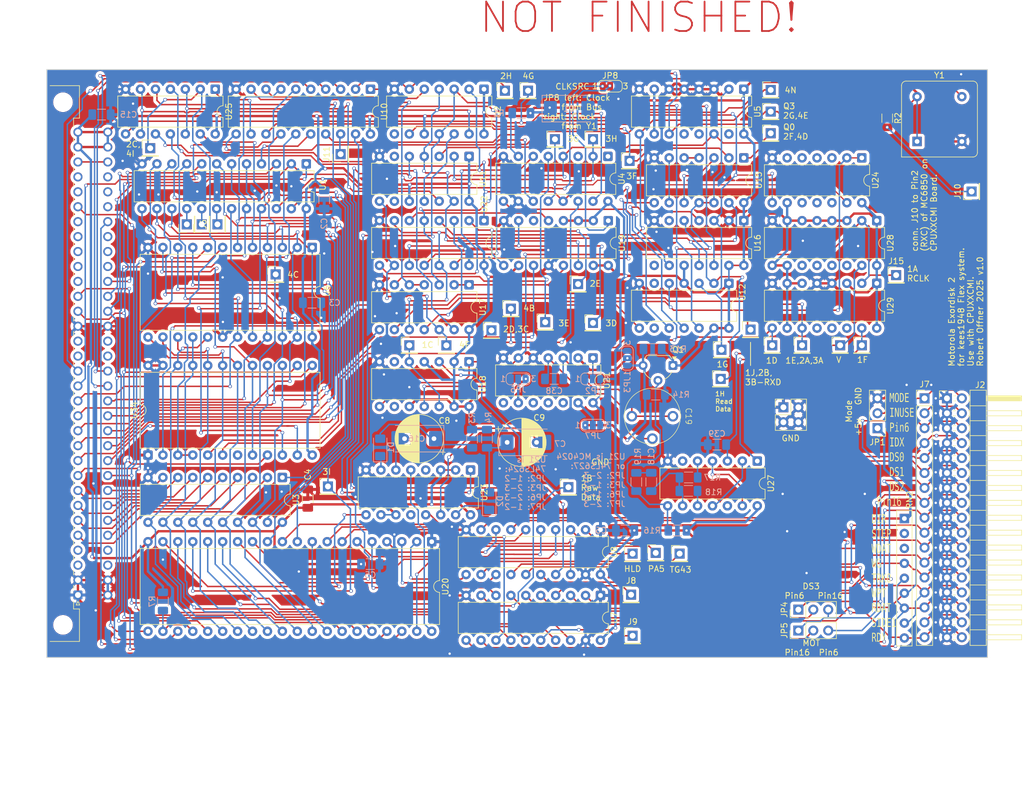
<source format=kicad_pcb>
(kicad_pcb (version 20241229) (generator "pcbnew") (generator_version "9.0")
  (layers (0 "F.Cu" signal) (2 "B.Cu" signal) (13 "F.Paste" user) (15 "B.Paste" user) (5 "F.SilkS" user "F.Silkscreen") (7 "B.SilkS" user "B.Silkscreen") (1 "F.Mask" user) (3 "B.Mask" user) (25 "Edge.Cuts" user))
  (net 0 "")
  (net 1 "GND")
  (net 2 "/BA1")
  (net 3 "/BD1")
  (net 4 "/BD5")
  (net 5 "/BD4")
  (net 6 "/BA15")
  (net 7 "/BA2")
  (net 9 "/BD3")
  (net 10 "/BA13")
  (net 11 "/RBAUD")
  (net 12 "+5V")
  (net 13 "/BA5")
  (net 14 "Net-(C18-Pad2)")
  (net 15 "/BA9")
  (net 16 "/BA16")
  (net 17 "/BA18")
  (net 18 "/BA11")
  (net 19 "/DIV5")
  (net 20 "/BA10")
  (net 21 "/B_E")
  (net 22 "/~{EXT}")
  (net 24 "/BA8")
  (net 25 "/BA3")
  (net 26 "/~{RES}")
  (net 27 "/B_Q")
  (net 28 "/DIV4")
  (net 29 "/~{B_RES}")
  (net 30 "/B_BA")
  (net 31 "/BA7")
  (net 32 "/BD2")
  (net 34 "/BD6")
  (net 35 "Net-(U27-A)")
  (net 36 "/BA17")
  (net 37 "/~{B_VMA}")
  (net 38 "/BD0")
  (net 39 "/DIV3")
  (net 40 "/DIV7")
  (net 41 "/BA4")
  (net 42 "/BA14")
  (net 43 "/BA6")
  (net 44 "/BD7")
  (net 46 "/BA19")
  (net 48 "/B_MR")
  (net 49 "/DIV6")
  (net 50 "/~{B_HLT}")
  (net 53 "/BA0")
  (net 54 "/BA12")
  (net 55 "/~{B_RW}")
  (net 56 "/~{DBEN}")
  (net 57 "/DBDIR")
  (net 58 "/Pin9")
  (net 59 "Net-(D1-K)")
  (net 60 "Net-(D1-A)")
  (net 61 "/Floppy Logic/~{RFF}")
  (net 62 "/~{IRQ}")
  (net 63 "/~{NMI}")
  (net 64 "/Floppy Logic/~{F_WG}")
  (net 65 "/Floppy Logic/~{RDAT}")
  (net 66 "/Floppy Logic/~{WDAT}")
  (net 67 "/Floppy Logic/INUSE")
  (net 68 "/Floppy Logic/~{DS0}")
  (net 69 "/Floppy Logic/~{TRK00}")
  (net 70 "/Floppy Logic/~{WPT}")
  (net 71 "/Floppy Logic/~{STEP}")
  (net 72 "/Floppy Logic/~{F_MODE}")
  (net 73 "/Floppy Logic/~{IDX}")
  (net 74 "/Floppy Logic/~{DS1}")
  (net 75 "/Floppy Logic/~{F_RDY}")
  (net 76 "/Floppy Logic/~{SIDE1}")
  (net 77 "/Floppy Logic/F_A")
  (net 78 "/Floppy Logic/~{DIR}")
  (net 79 "/Floppy Logic/F_B")
  (net 80 "/Floppy Logic/~{DS2}")
  (net 81 "/Floppy Logic/~{DS3}")
  (net 82 "/Floppy Logic/~{F_MOT}")
  (net 83 "Net-(Q1-B)")
  (net 84 "Net-(U4-PS)")
  (net 85 "Net-(U20-CS0)")
  (net 86 "Net-(U27-UF)")
  (net 87 "Net-(U27-DF)")
  (net 90 "/~{6852_CS}")
  (net 91 "/~{6820_CS}")
  (net 92 "/~{ROM_CS}")
  (net 93 "/Floppy Logic/~{EN_CRC}")
  (net 94 "/Floppy Logic/RESET")
  (net 96 "/Floppy Logic/SHIFT_CRC")
  (net 97 "Net-(U16B-D)")
  (net 98 "/D1")
  (net 99 "/D5")
  (net 100 "/D3")
  (net 101 "/D2")
  (net 102 "/D7")
  (net 103 "/D6")
  (net 104 "/D0")
  (net 105 "/D4")
  (net 106 "Net-(U16B-Q)")
  (net 107 "/Floppy Logic/CRC_RDAT")
  (net 108 "/Floppy Logic/CRC_DOUT")
  (net 109 "/Floppy Logic/TXD")
  (net 111 "/Floppy Logic/~{RESET}")
  (net 113 "/Floppy Logic/WRITE{slash}~{READ}")
  (net 115 "Net-(U12B-C)")
  (net 118 "/Floppy Logic/TRK0")
  (net 119 "/Floppy Logic/RAW_DATA")
  (net 120 "/Floppy Logic/IDX8")
  (net 121 "/Floppy Logic/WPROT")
  (net 122 "/Floppy Logic/DIRQ")
  (net 123 "/Floppy Logic/MOFF")
  (net 124 "/Floppy Logic/TG43")
  (net 125 "/Floppy Logic/WDATA")
  (net 126 "/Floppy Logic/DS0")
  (net 127 "/Floppy Logic/RDY")
  (net 128 "/Floppy Logic/STEP")
  (net 129 "/Floppy Logic/WG")
  (net 130 "/Floppy Logic/DS1")
  (net 131 "Net-(J8-Pin_1)")
  (net 132 "Net-(J9-Pin_1)")
  (net 133 "/Floppy Logic/~{TG43}")
  (net 134 "/Floppy Logic/~{TUF}")
  (net 135 "/Floppy Logic/TUF#")
  (net 136 "/Floppy Logic/TUF")
  (net 137 "/Floppy Logic/PB2")
  (net 138 "/Floppy Logic/CRC_DATA")
  (net 139 "/Floppy Logic/FAST")
  (net 140 "/Floppy Logic/PB0")
  (net 142 "/Floppy Logic/CRC-0")
  (net 144 "Net-(U12B-~{Q})")
  (net 147 "/Floppy Logic/RXD")
  (net 148 "/Floppy Logic/CLK500k")
  (net 149 "Net-(U15-Pad4)")
  (net 150 "Net-(U15-Pad6)")
  (net 151 "Net-(U15-Pad10)")
  (net 152 "Net-(U22-I0d)")
  (net 153 "Net-(U16B-C)")
  (net 155 "/Floppy Logic/D")
  (net 157 "Net-(U22-I1a)")
  (net 160 "/Floppy Logic/RCLK")
  (net 161 "Net-(J12-Pin_1)")
  (net 162 "/Floppy Logic/~{SM_Latch}")
  (net 163 "/Floppy Logic/DS2")
  (net 164 "/Floppy Logic/DS3")
  (net 165 "/Floppy Logic/PA5")
  (net 166 "Net-(U20-CA1)")
  (net 167 "Net-(U20-CB2)")
  (net 168 "/Floppy Logic/HLD")
  (net 169 "/Floppy Logic/SM_Latch")
  (net 170 "Net-(U27-D1)")
  (net 171 "Net-(U27-PU)")
  (net 173 "/Floppy Logic/F")
  (net 183 "Net-(U23B-Cext)")
  (net 185 "unconnected-(U23B-~{Q}-Pad12)")
  (net 197 "Net-(U23A-Cext)")
  (net 198 "Net-(D2-A)")
  (net 199 "Net-(D2-K)")
  (net 200 "/Floppy Logic/~{8x_RD_CLK}")
  (net 201 "/Floppy Logic/8x_RD_CLK")
  (net 202 "/Floppy Logic/CX1")
  (net 203 "/Floppy Logic/CX2")
  (net 204 "Net-(JP3-A)")
  (net 205 "/Floppy Logic/Pin1")
  (net 206 "/Floppy Logic/Pin2")
  (net 207 "/Floppy Logic/Pin13")
  (net 208 "Net-(J10-Pin_1)")
  (net 209 "Net-(J11-Pin_1)")
  (net 210 "/Floppy Logic/~{SWCLK}")
  (net 211 "Net-(U10-I1{slash}CLK)")
  (net 212 "/SEL")
  (net 213 "Net-(J4-Pin_1)")
  (net 214 "Net-(J5-Pin_1)")
  (net 215 "Net-(J6-Pin_1)")
  (net 216 "Net-(J17-Pin_1)")
  (net 217 "Net-(JP8-B)")
  (net 218 "Net-(JP8-C)")
  (net 219 "Net-(J25-Pin_1)")
  (net 220 "Net-(J20-Pin_1)")
  (net 221 "Net-(J26-Pin_1)")
  (net 222 "/Floppy Logic/Q0")
  (net 223 "/Floppy Logic/Q3")
  (net 224 "Net-(J29-Pin_1)")
  (net 225 "Net-(J31-Pin_1)")
  (net 226 "Net-(J32-Pin_1)")
  (net 227 "Net-(J33-Pin_1)")
  (net 228 "Net-(J39-Pin_1)")
  (net 229 "Net-(J41-Pin_1)")
  (footprint "Connector_PinHeader_2.54mm:PinHeader_2x02_P2.54mm_Vertical" (layer "F.Cu") (at 185.293 107.442)
    (property "Reference" "J19" (hide yes))
    (property "Value" "Conn_02x02_Odd_Even" (hide yes))
  )
  (footprint "Capacitor_SMD:C_1206_3216Metric_Pad1.33x1.80mm_HandSolder" (layer "F.Cu") (at 104.394 122.9745 90)
    (property "Reference" "C4")
    (property "Value" "100n")
  )
  (footprint "Connector_PinHeader_2.54mm:PinHeader_1x01_P2.54mm_Vertical" (layer "F.Cu") (at 204.47 84.963)
    (property "Reference" "J15")
    (property "Value" "Conn_01x01" (hide yes))
  )
  (footprint "Connector_PinHeader_2.54mm:PinHeader_1x01_P2.54mm_Vertical" (layer "F.Cu") (at 150.368 86.487)
    (property "Reference" "J27" (hide yes))
    (property "Value" "Conn_01x01" (hide yes))
  )
  (footprint "Connector_PinHeader_2.54mm:PinHeader_1x01_P2.54mm_Vertical" (layer "F.Cu") (at 183.388 96.901)
    (property "Reference" "J14" (hide yes))
    (property "Value" "Conn_01x01" (hide yes))
  )
  (footprint "Package_DIP:DIP-16_W7.62mm" (layer "F.Cu") (at 134.366 75.692 -90)
    (property "Reference" "U22")
    (property "Value" "74LS157")
  )
  (footprint "Connector_PinHeader_2.54mm:PinHeader_1x03_P2.54mm_Vertical" (layer "F.Cu") (at 187.833 141.859 90)
    (property "Reference" "JP4")
    (property "Value" ".")
  )
  (footprint "Package_DIP:DIP-14_W7.62mm" (layer "F.Cu") (at 88.646 53.34 -90)
    (property "Reference" "U25")
    (property "Value" "74LS04")
  )
  (footprint "Connector_PinHeader_2.54mm:PinHeader_1x01_P2.54mm_Vertical" (layer "F.Cu") (at 159.639 146.304)
    (property "Reference" "J9")
    (property "Value" "Conn_01x01" (hide yes))
  )
  (footprint "Package_DIP:DIP-14_W7.62mm" (layer "F.Cu") (at 176.022 86.36 -90)
    (property "Reference" "U12")
    (property "Value" "74HCT74")
  )
  (footprint "Connector_PinHeader_2.54mm:PinHeader_1x01_P2.54mm_Vertical" (layer "F.Cu") (at 194.945 96.901)
    (property "Reference" "J25" (hide yes))
    (property "Value" "Conn_01x01" (hide yes))
  )
  (footprint "Package_DIP:DIP-14_W7.62mm" (layer "F.Cu") (at 198.628 65.024 -90)
    (property "Reference" "U24")
    (property "Value" "74HCT164")
  )
  (footprint "Package_DIP:DIP-24_W7.62mm" (layer "F.Cu") (at 104.14 66.04 -90)
    (property "Reference" "U1")
    (property "Value" "GAL22V10")
  )
  (footprint "Connector_PinHeader_2.54mm:PinHeader_1x03_P2.54mm_Vertical" (layer "F.Cu") (at 201.295 110.998 180)
    (property "Reference" "JP1")
    (property "Value" ".")
  )
  (footprint "Connector_PinHeader_2.54mm:PinHeader_1x01_P2.54mm_Vertical" (layer "F.Cu") (at 183.134 53.467)
    (property "Reference" "J41" (hide yes))
    (property "Value" "Conn_01x01" (hide yes))
  )
  (footprint "Connector_PinHeader_2.54mm:PinHeader_1x01_P2.54mm_Vertical" (layer "F.Cu") (at 77.597 63.373)
    (property "Reference" "J20" (hide yes))
    (property "Value" "Conn_01x01" (hide yes))
  )
  (footprint "Connector_PinHeader_2.54mm:PinHeader_1x01_P2.54mm_Vertical" (layer "F.Cu") (at 127.972073 96.907548)
    (property "Reference" "J39" (hide yes))
    (property "Value" "Conn_01x01" (hide yes))
  )
  (footprint "my_own:Capacitor_Trim" (layer "F.Cu") (at 159.512 108.966 -90)
    (property "Reference" "C19")
    (property "Value" "8-25p")
  )
  (footprint "Package_DIP:DIP-14_W7.62mm" (layer "F.Cu") (at 131.826 99.695 -90)
    (property "Reference" "U18")
    (property "Value" "74HCT74")
  )
  (footprint "Connector_PinHeader_2.54mm:PinHeader_1x01_P2.54mm_Vertical" (layer "F.Cu") (at 121.666 96.901)
    (property "Reference" "J12" (hide yes))
    (property "Value" "Conn_01x01")
  )
  (footprint "Package_DIP:DIP-16_W7.62mm" (layer "F.Cu") (at 178.562 53.34 -90)
    (property "Reference" "U5")
    (property "Value" "74F163")
  )
  (footprint "Package_DIP:DIP-14_W7.62mm" (layer "F.Cu") (at 152.908 99.06 -90)
    (property "Reference" "U21")
    (property "Value" "MC4024")
  )
  (footprint "Package_DIP:DIP-16_W7.62mm" (layer "F.Cu") (at 201.168 86.36 -90)
    (property "Reference" "U29")
    (property "Value" "74F163")
  )
  (footprint "Package_DIP:DIP-16_W7.62mm" (layer "F.Cu") (at 155.448 64.77 -90)
    (property "Reference" "U4")
    (property "Value" "MC8506_new")
  )
  (footprint "Package_DIP:DIP-20_W7.62mm" (layer "F.Cu") (at 154.178 128.27 -90)
    (property "Reference" "U8")
    (property "Value" "74HCT244")
  )
  (footprint "Package_DIP:DIP-20_W7.62mm" (layer "F.Cu") (at 100.076 119.385 -90)
    (property "Reference" "U3")
    (property "Value" "74HC245")
  )
  (footprint "Connector_PinHeader_2.54mm:PinHeader_1x01_P2.54mm_Vertical" (layer "F.Cu") (at 174.625 102.616)
    (property "Reference" "J17" (hide yes))
    (property "Value" "Conn_01x01" (hide yes))
  )
  (footprint "Package_DIP:DIP-16_W7.62mm" (layer "F.Cu") (at 132.08 118.11 -90)
    (property "Reference" "U23")
    (property "Value" "74LS123")
  )
  (footprint "Package_DIP:DIP-14_W7.62mm" (layer "F.Cu") (at 178.562 65.024 -90)
    (property "Reference" "U15")
    (property "Value" "74HCT04")
  )
  (footprint "Connector_PinHeader_2.54mm:PinHeader_1x01_P2.54mm_Vertical" (layer "F.Cu") (at 152.908 61.849)
    (property "Reference" "J33" (hide yes))
    (property "Value" "Conn_01x01")
  )
  (footprint "Package_DIP:DIP-40_W15.24mm" (layer "F.Cu") (at 125.476 130.302 -90)
    (property "Reference" "U20")
    (property "Value" "68B21")
  )
  (footprint "Connector_PinHeader_2.54mm:PinHeader_1x01_P2.54mm_Vertical" (layer "F.Cu") (at 174.752 97.663)
    (property "Reference" "J16" (hide yes))
    (property "Value" "Conn_01x01" (hide yes))
  )
  (footprint "Jumper:SolderJumper-3_P1.3mm_Bridged12_RoundedPad1.0x1.5mm_NumberLabels" (layer "F.Cu") (at 155.829 52.832)
    (property "Reference" "JP8")
    (property "Value" "CLOCKSRC" (hide yes))
  )
  (footprint "Connector_PinHeader_2.54mm:PinHeader_1x01_P2.54mm_Vertical" (layer "F.Cu") (at 83.82 76.327 90)
    (property "Reference" "J4" (hide yes))
    (property "Value" "Conn_01x01" (hide yes))
  )
  (footprint "Connector_PinHeader_2.54mm:PinHeader_1x01_P2.54mm_Vertical" (layer "F.Cu") (at 148.717 121.031)
    (property "Reference" "J13" (hide yes))
    (property "Value" "Conn_01x01" (hide yes))
  )
  (footprint "Connector_PinHeader_2.54mm:PinHeader_1x01_P2.54mm_Vertical" (layer "F.Cu") (at 98.933 84.836)
    (property "Reference" "J38" (hide yes))
    (property "Value" "Conn_01x01" (hide yes))
  )
  (footprint "Connector_PinHeader_2.54mm:PinHeader_1x01_P2.54mm_Vertical" (layer "F.Cu") (at 135.636 94.361)
    (property "Reference" "J26" (hide yes))
    (property "Value" "Conn_01x01" (hide yes))
  )
  (footprint "Connector_PinHeader_2.54mm:PinHeader_1x01_P2.54mm_Vertical" (layer "F.Cu") (at 109.982 64.389 90)
    (property "Reference" "J11")
    (property "Value" "Conn_01x01" (hide yes))
  )
  (footprint "Capacitor_THT:CP_Radial_D8.0mm_P5.00mm" (layer "F.Cu") (at 125.857 112.776 180)
    (property "Reference" "C8")
    (property "Value" "100u")
  )
  (footprint "Package_DIP:DIP-20_W7.62mm" (layer "F.Cu") (at 115.062 53.345 -90)
    (property "Reference" "U10")
    (property "Value" "GAL16V8")
  )
  (footprint "Connector_PinHeader_2.54mm:PinHeader_1x01_P2.54mm_Vertical" (layer "F.Cu") (at 183.134 57.15)
    (property "Reference" "J28" (hide yes))
    (property "Value" "Conn_01x01" (hide yes))
  )
  (footprint "Connector_PinHeader_2.54mm:PinHeader_1x01_P2.54mm_Vertical" (layer "F.Cu") (at 138.938 90.678)
    (property "Reference" "J37" (hide yes))
    (property "Value" "Conn_01x01" (hide yes))
  )
  (footprint "Connector_PinHeader_2.54mm:PinHeader_1x01_P2.54mm_Vertical" (layer "F.Cu") (at 144.78 92.964)
    (property "Reference" "J31" (hide yes))
    (property "Value" "Conn_01x01" (hide yes))
  )
  (footprint "Connector_PinHeader_2.54mm:PinHeader_1x01_P2.54mm_Vertical" (layer "F.Cu") (at 159.385 139.319)
    (property "Reference" "J8")
    (property "Value" "Conn_01x01" (hide yes))
  )
  (footprint "Package_DIP:DIP-14_W7.62mm" (layer "F.Cu") (at 178.562 75.692 -90)
    (property "Reference" "U16")
    (property "Value" "74HCT74")
  )
  (footprint "Connector_PinHeader_2.54mm:PinHeader_1x01_P2.54mm_Vertical" (layer "F.Cu") (at 146.431 61.849)
    (property "Reference" "J34" (hide yes))
    (property "Value" "Conn_01x01" (hide yes))
  )
  (footprint "Connector_PinHeader_2.54mm:PinHeader_2x17_P2.54mm_Horizontal" (layer "F.Cu") (at 213.106 105.918)
    (property "Reference" "J2")
    (property "Value" "Floppy")
  )
  (footprint "Package_DIP:DIP-14_W7.62mm" (layer "F.Cu") (at 131.826 86.614 -90)
    (property "Reference" "U17")
    (property "Value" "74HCT00")
  )
  (footprint "Connector_PinHeader_2.54mm:PinHeader_1x01_P2.54mm_Vertical" (layer "F.Cu") (at 107.823 120.904)
    (property "Reference" "J35" (hide yes))
    (property "Value" "Conn_01x01" (hide yes))
  )
  (footprint "Connector_PinHeader_2.54mm:PinHeader_1x01_P2.54mm_Vertical" (layer "F.Cu") (at 141.859 53.594)
    (property "Reference" "J40" (hide yes))
    (property "Value" "Conn_01x01" (hide yes))
  )
  (footprint "Connector_PinHeader_2.54mm:PinHeader_1x01_P2.54mm_Vertical" (layer "F.Cu") (at 179.705 94.234)
    (property "Reference" "J18" (hide yes))
    (property "Value" "Conn_01x01" (hide yes))
  )
  (footprint "Package_DIP:DIP-16_W7.62mm" (layer "F.Cu") (at 155.5 75.7 -90)
    (property "Reference" "U19")
    (property "Value" "74LS112")
  )
  (footprint "Connector_DIN:DIN41612_C_2x32_Male_Horizontal_THT" (layer "F.Cu") (at 65.3 139.373 90)
    (property "Reference" "J1" (hide yes))
    (property "Value" "BUS" (hide yes))
  )
  (footprint "Package_TO_SOT_THT:TO-92L_Wide" (layer "F.Cu") (at 166.497 100.33 180)
    (property "Reference" "Q1")
    (property "Value" "BC337")
  )
  (footprint "Connector_PinHeader_2.54mm:PinHeader_1x01_P2.54mm_Vertical" (layer "F.Cu") (at 159.131 65.532)
    (property "Reference" "J32" (hide yes))
    (property "Value" "Conn_01x01" (hide yes))
  )
  (footprint "Capacitor_THT:CP_Radial_D8.0mm_P5.00mm" (layer "F.Cu") (at 138.303 113.411)
    (property "Reference" "C9")
    (property "Value" "100u")
  )
  (footprint "Connector_PinHeader_2.54mm:PinHeader_1x01_P2.54mm_Vertical" (layer "F.Cu") (at 167.64 132.334)
    (property "Reference" "J21" (hide yes))
    (property "Value" "Conn_01x01" (hide yes))
  )
  (footprint "Package_DIP:DIP-14_W7.62mm" (layer "F.Cu") (at 180.848 116.586 -90)
    (property "Reference" "U27")
    (property "Value" "MC4044")
  )
  (footprint "Connector_PinHeader_2.54mm:PinHeader_1x03_P2.54mm_Vertical" (layer "F.Cu") (at 187.833 145.415 90)
    (property "Reference" "JP5")
    (property "Value" ".")
  )
  (footprint "Connector_PinHeader_2.54mm:PinHeader_1x01_P2.54mm_Vertical" (layer "F.Cu") (at 137.922 53.594)
    (property "Reference" "J29" (hide yes))
    (property "Value" "Conn_01x01" (hide yes))
  )
  (footprint "Oscillator:Oscillator_DIP-8" (layer "F.Cu") (at 208.026 62.23)
    (property "Reference" "Y1")
    (property "Value" "1M")
  )
  (footprint "Connector_PinHeader_2.54mm:PinHeader_1x01_P2.54mm_Vertical" (layer "F.Cu") (at 217.297 70.739 90)
    (property "Reference" "J10")
    (property "Value" "Conn_01x01" (hide yes))
  )
  (footprint "Package_DIP:DIP-24_W15.24mm" (layer "F.Cu") (at 105.156 80.264 -90)
    (property "Reference" "U6")
    (property "Value" "27C32")
  )
  (footprint "Package_DIP:DIP-16_W7.62mm" (layer "F.Cu") (at 201.168 75.697 -90)
    (property "Reference" "U28")
    (property "Value" "74F163")
  )
  (footprint "Connector_PinHeader_2.54mm:PinHeader_1x01_P2.54mm_Vertical" (layer "F.Cu") (at 188.468 96.901)
    (property "Reference" "J24" (hide yes))
    (property "Value" "Conn_01x01" (hide yes))
  )
  (footprint "Connector_PinHeader_2.54mm:PinHeader_1x01_P2.54mm_Vertical" (layer "F.Cu") (at 86.36 76.327 90)
    (property "Reference" "J5" (hide yes))
    (property "Value" "Conn_01x01" (hide yes))
  )
  (footprint "Package_DIP:DIP-24_W15.24mm" (layer "F.Cu") (at 77.216 115.57 90)
    (property "Reference" "U34")
    (property "Value" "6852_DIL24")
  )
  (footprint "Package_DIP:DIP-20_W7.62mm" (layer "F.Cu") (at 154.178 139.446 -90)
    (property "Reference" "U7")
    (property "Value" "74HCT240")
  )
  (footprint "Connector_PinHeader_2.54mm:PinHeader_1x17_P2.54mm_Vertical" (layer "F.Cu") (at 209.296 105.918)
    (property "Reference" "J7")
    (property "Value" "Conn_01x17")
  )
  (footprint "Connector_PinHeader_2.54mm:PinHeader_1x01_P2.54mm_Vertical" (layer "F.Cu") (at 89.027 76.327 90)
    (property "Reference" "J6")
    (property "Value" "Conn_01x01" (hide yes))
  )
  (footprint "Connector_PinHeader_2.54mm:PinHeader_1x01_P2.54mm_Vertical" (layer "F.Cu") (at 163.576 132.207)
    (property "Reference" "J22" (hide yes))
    (property "Value" "Conn_01x01" (hide yes))
  )
  (footprint "Connector_PinHeader_2.54mm:PinHeader_1x01_P2.54mm_Vertical" (layer "F.Cu") (at 183.134 60.833)
    (property "Reference" "J3" (hide yes))
    (property "Value" "Conn_01x01" (hide yes))
  )
  (footprint "Package_DIP:DIP-14_W7.62mm" (layer "F.Cu") (at 134.366 53.34 -90)
    (property "Reference" "U2")
    (property "Value" "74HCT74")
  )
  (footprint "Connector_PinHeader_2.54mm:PinHeader_1x01_P2.54mm_Vertical" (layer "F.Cu") (at 198.628 96.901)
    (property "Reference" "J23" (hide yes))
    (property "Value" "Conn_01x01" (hide yes))
  )
  (footprint "Connector_PinHeader_2.54mm:PinHeader_1x01_P2.54mm_Vertical" (layer "F.Cu") (at 159.639 132.334)
    (property "Reference" "J36" (hide yes))
    (property "Value" "Conn_01x01" (hide yes))
  )
  (footprint "Package_DIP:DIP-14_W7.62mm" (layer "F.Cu") (at 131.826 64.77 -90)
    (property "Reference" "U11")
    (property "Value" "74HCT74")
  )
  (footprint "Connector_PinHeader_2.54mm:PinHeader_1x01_P2.54mm_Vertical" (layer "F.Cu") (at 152.908 93.091)
    (property "Reference" "J30" (hide yes))
    (property "Value" "Conn_01x01" (hide yes))
  )
  (footprint "Resistor_THT:R_Array_SIP9" (layer "F.Cu") (at 205.867 126.365 -90)
    (property "Reference" "RN2")
    (property "Value" "1k")
  )
  (footprint "Resistor_SMD:R_1206_3216Metric_Pad1.30x1.75mm_HandSolder" (layer "F.Cu") (at 202.946 58.267 -90)
    (property "Reference" "R2")
    (property "Value" "10k")
  )
  (footprint "Resistor_SMD:R_1206_3216Metric_Pad1.30x1.75mm_HandSolder" (layer "B.Cu") (at 79.756 140.462 -90)
    (property "Reference" "R7")
    (property "Value" "1k" (hide yes))
  )
  (footprint "Jumper:SolderJumper-3_P1.3mm_Open_RoundedPad1.0x1.5mm_NumberLabels" (layer "B.Cu") (at 152.878 102.616)
    (property "Reference" "JP2")
    (property "Value" "Jumper_3_Open")
  )
  (footprint "Jumper:SolderJumper-3_P1.3mm_Open_RoundedPad1.0x1.5mm_NumberLabels" (layer "B.Cu") (at 158.75 99.09 90)
    (property "Reference" "JP3")
    (property "Value" "Jumper_3_Open")
  )
  (footprint "Resistor_SMD:R_1206_3216Metric_Pad1.30x1.75mm_HandSolder" (layer "B.Cu") (at 167.259 128.397 180)
    (property "Reference" "R16")
    (property "Value" "1k")
  )
  (footprint "Diode_SMD:D_1206_3216Metric_Pad1.42x1.75mm_HandSolder" (layer "B.Cu") (at 116.713 114.2635 90)
    (property "Reference" "D1")
    (property "Value" "1N4148")
  )
  (footprint "Diode_SMD:D_1206_3216Metric_Pad1.42x1.75mm_HandSolder" (layer "B.Cu") (at 135.255 123.4075 90)
    (property "Reference" "D2")
    (property "Value" "1N4148")
  )
  (footprint "Capacitor_SMD:C_1206_3216Metric_Pad1.33x1.80mm_HandSolder" (layer "B.Cu") (at 158.369 128.397 180)
    (property "Reference" "C6")
    (property "Value" "100n")
  )
  (footprint "Capacitor_SMD:C_1206_3216Metric_Pad1.33x1.80mm_HandSolder" (layer "B.Cu") (at 115.0235 134.112)
    (property "Reference" "C5")
    (property "Value" "100n")
  )
  (footprint "Resistor_SMD:R_1206_3216Metric_Pad1.30x1.75mm_HandSolder" (layer "B.Cu") (at 169.164 119.38 180)
    (property "Reference" "R17")
    (property "Value" "2k2")
  )
  (footprint "Capacitor_SMD:C_1206_3216Metric_Pad1.33x1.80mm_HandSolder" (layer "B.Cu") (at 107.188 72.0975 -90)
    (property "Reference" "C2")
    (property "Value" "100n")
  )
  (footprint "Resistor_SMD:R_1206_3216Metric_Pad1.30x1.75mm_HandSolder" (layer "B.Cu") (at 160.274 120.142 -90)
    (property "Reference" "R19")
    (property "Value" "720E")
  )
  (footprint "Capacitor_SMD:C_1206_3216Metric_Pad1.33x1.80mm_HandSolder" (layer "B.Cu") (at 146.304 102.616)
    (property "Reference" "C38")
    (property "Value" "10p")
  )
  (footprint "Capacitor_SMD:C_1206_3216Metric_Pad1.33x1.80mm_HandSolder" (layer "B.Cu") (at 162.814 120.142 90)
    (property "Reference" "C18")
    (property "Value" "10n")
  )
  (footprint "Resistor_SMD:R_1206_3216Metric_Pad1.30x1.75mm_HandSolder" (layer "B.Cu") (at 163.576 105.283)
    (property "Reference" "R14")
    (property "Value" "820E")
  )
  (footprint "Resistor_SMD:R_1206_3216Metric_Pad1.30x1.75mm_HandSolder" (layer "B.Cu") (at 169.138 121.666 180)
    (property "Reference" "R18")
    (property "Value" "2k2")
  )
  (footprint "Capacitor_Tantalum_SMD:CP_EIA-7343-31_Kemet-D_HandSolder" (layer "B.Cu") (at 141.478 113.411)
    (property "Reference" "C7")
    (property "Value" "100u")
  )
  (footprint "Resistor_SMD:R_1206_3216Metric_Pad1.30x1.75mm_HandSolder" (layer "B.Cu") (at 140.716 57.404 180)
    (property "Reference" "R1")
    (property "Value" "1k")
  )
  (footprint "Capacitor_SMD:C_1206_3216Metric_Pad1.33x1.80mm_HandSolder" (layer "B.Cu") (at 105.1175 89.662)
    (property "Reference" "C3")
    (property "Value" "100n")
  )
  (footprint "Capacitor_Tantalum_SMD:CP_EIA-7343-31_Kemet-D_HandSolder" (layer "B.Cu") (at 148.844 56.642)
    (property "Reference" "C1")
    (property "Value" "10u")
  )
  (footprint "Resistor_SMD:R_1206_3216Metric_Pad1.30x1.75mm_HandSolder" (layer "B.Cu") (at 134.874 112.776 -90)
    (property "Reference" "R4")
    (property "Value" "100k")
  )
  (footprint "Jumper:SolderJumper-3_P1.3mm_Open_RoundedPad1.0x1.5mm_NumberLabels" (layer "B.Cu") (at 152.878 110.49)
    (property "Reference" "JP7")
    (property "Value" "Jumper_3_Open")
  )
  (footprint "Resistor_SMD:R_1206_3216Metric_Pad1.30x1.75mm_HandSolder" (layer "B.Cu") (at 163.042 97.536 180)
    (property "Reference" "R13")
    (property "Value" "200E")
  )
  (footprint "Capacitor_Tantalum_SMD:CP_EIA-7343-31_Kemet-D_HandSolder" (layer "B.Cu") (at 122.936 112.776 180)
    (property "Reference" "C16")
    (property "Value" "100u")
  )
  (footprint "Resistor_SMD:R_1206_3216Metric_Pad1.30x1.75mm_HandSolder" (layer "B.Cu") (at 132.334 112.776 -90)
    (property "Reference" "R3")
    (property "Value" "47k")
  )
  (footprint "Capacitor_SMD:C_1206_3216Metric_Pad1.33x1.80mm_HandSolder" (layer "B.Cu") (at 69.3035 57.658)
    (property "Reference" "C15")
    (property "Value" "100n")
  )
  (footprint "Jumper:SolderJumper-3_P1.3mm_Open_RoundedPad1.0x1.5mm_NumberLabels" (layer "B.Cu") (at 140.178 102.616)
    (property "Reference" "JP6")
    (property "Value" "Jumper_3_Open")
  )
  (footprint "Capacitor_SMD:C_1206_3216Metric_Pad1.33x1.80mm_HandSolder" (layer "B.Cu") (at 173.99 113.792 180)
    (property "Reference" "C39")
    (property "Value" "56p")
  )
  (gr_line (start 179.705 96.393) (end 179.705 100.33) (stroke (width 0.15)) (layer "F.SilkS"))
  (gr_rect (start 60 50) (end 220 150) (stroke (width 0.15)) (fill no) (layer "Edge.Cuts"))
  (gr_text "NOT FINISHED!" (at 133.35 44.069 0) (layer "F.Cu") (effects (font (size 5 5) (thickness 0.3) (bold yes)) (justify left bottom)))
  (gr_text "1B\nRaw\nData" (at 150.749 123.317 0) (layer "F.SilkS") (effects (font (size 1 1)) (justify left bottom)))
  (gr_text "Q0\n2F,4D" (at 185.166 61.976 0) (layer "F.SilkS") (effects (font (size 1 1)) (justify left bottom)))
  (gr_text "1E,2A,3A" (at 185.547 100.076 0) (layer "F.SilkS") (effects (font (size 1 1)) (justify left bottom)))
  (gr_text "3I" (at 106.807 118.999 0) (layer "F.SilkS") (effects (font (size 1 1)) (justify left bottom)))
  (gr_text "2C,\n4I" (at 73.406 64.897 0) (layer "F.SilkS") (effects (font (size 1 1)) (justify left bottom)))
  (gr_text "    MOT\nPin16  Pin6" (at 185.42 149.733 0) (layer "F.SilkS") (effects (font (size 1 1)) (justify left bottom)))
  (gr_text "Motorola Exordisk 2\nfor kees1948 Flex system.\nUse with CPUXXCMI.\nRobert Offner 2025 v1.0" (at 219.329 100.584 90) (layer "F.SilkS") (effects (font (size 1 1)) (justify left bottom)))
  (gr_text "conn. J10 to Pin2 \n(RXC) of MC6850 on \nCPUXXCMI Board." (at 211.455 81.026 90) (layer "F.SilkS") (effects (font (size 1 1)) (justify left bottom)))
  (gr_text "PA5" (at 162.179 135.509 0) (layer "F.SilkS") (effects (font (size 1 1)) (justify left bottom)))
  (gr_text "1H\nRead\nData" (at 173.609 108.204 0) (layer "F.SilkS") (effects (font (size 0.8 0.8)) (justify left bottom)))
  (gr_text "3G" (at 148.463 62.357 0) (layer "F.SilkS") (effects (font (size 1 1)) (justify left bottom)))
  (gr_text "1C" (at 123.698 97.409 0) (layer "F.SilkS") (effects (font (size 1 1)) (justify left bottom)))
  (gr_text "GND\n" (at 184.912 113.284 0) (layer "F.SilkS") (effects (font (size 1 1)) (justify left bottom)))
  (gr_text "   Mode\n+5v   GND" (at 198.628 112.395 90) (layer "F.SilkS") (effects (font (size 1 1)) (justify left bottom)))
  (gr_text "GND\n" (at 152.527 117.348 0) (layer "F.SilkS") (effects (font (size 1 1)) (justify left bottom)))
  (gr_text "1D" (at 182.245 100.076 0) (layer "F.SilkS") (effects (font (size 1 1)) (justify left bottom)))
  (gr_text "HLD" (at 158.115 135.509 0) (layer "F.SilkS") (effects (font (size 1 1)) (justify left bottom)))
  (gr_text "Pin16" (at 201.168 124.46 0) (layer "F.SilkS") (effects (font (size 1.5 1)) (justify left bottom)))
  (gr_text "1G\n" (at 173.863 100.711 0) (layer "F.SilkS") (effects (font (size 1 1)) (justify left bottom)))
  (gr_text "4B" (at 140.97 91.186 0) (layer "F.SilkS") (effects (font (size 1 1)) (justify left bottom)))
  (gr_text "3E" (at 146.939 93.726 0) (layer "F.SilkS") (effects (font (size 1 1)) (justify left bottom)))
  (gr_text "4C" (at 100.838 85.471 0) (layer "F.SilkS") (effects (font (size 1 1)) (justify left bottom)))
  (gr_text "3F" (at 158.496 68.707 0) (layer "F.SilkS") (effects (font (size 1 1)) (justify left bottom)))
  (gr_text "4N" (at 185.42 54.102 0) (layer "F.SilkS") (effects (font (size 1 1)) (justify left bottom)))
  (gr_text "3D" (at 154.94 93.726 0) (layer "F.SilkS") (effects (font (size 1 1)) (justify left bottom)))
  (gr_text "1A\nRCLK" (at 206.248 86.106 0) (layer "F.SilkS") (effects (font (size 1 1)) (justify left bottom)))
  (gr_text "CLKSRC" (at 146.431 53.467 0) (layer "F.SilkS") (effects (font (size 1 1)) (justify left bottom)))
  (gr_text "1F" (at 197.739 99.949 0) (layer "F.SilkS") (effects (font (size 1 1)) (justify left bottom)))
  (gr_text "4G" (at 140.843 51.689 0) (layer "F.SilkS") (effects (font (size 1 1)) (justify left bottom)))
  (gr_text "2E" (at 152.273 86.995 0) (layer "F.SilkS") (effects (font (size 1 1)) (justify left bottom)))
  (gr_text "MODE\nINUSE\nPin6\nIDX\nDS0\nDS1\nDS2" (at 203.327 121.92 0) (layer "F.SilkS") (effects (font (size 1.5 1)) (justify left bottom)))
  (gr_text "2H" (at 137.033 51.689 0) (layer "F.SilkS") (effects (font (size 1 1)) (justify left bottom)))
  (gr_text "JP8 left: Clock \n    from Bus\nright: Clock \n    from Y1." (at 144.399 60.198 0) (layer "F.SilkS") (effects (font (size 1 1)) (justify left bottom)))
  (gr_text "2D,3C" (at 137.541 94.742 0) (layer "F.SilkS") (effects (font (size 1 1)) (justify left bottom)))
  (gr_text "    DS3\nPin6   Pin16" (at 185.42 140.081 0) (layer "F.SilkS") (effects (font (size 1 1)) (justify left bottom)))
  (gr_text "DIR\nSTEP\nWDAT\nWG\nTRK0\nWPT\nRDAT\nSIDE1\nRDY" (at 200.279 147.574 0) (layer "F.SilkS") (effects (font (size 1.5 1)) (justify left bottom)))
  (gr_text "4F" (at 130.048 97.409 0) (layer "F.SilkS") (effects (font (size 1 1)) (justify left bottom)))
  (gr_text "V" (at 194.183 99.949 0) (layer "F.SilkS") (effects (font (size 1 1)) (justify left bottom)))
  (gr_text "3H" (at 154.94 62.357 0) (layer "F.SilkS") (effects (font (size 1 1)) (justify left bottom)))
  (gr_text "TG43" (at 165.862 135.636 0) (layer "F.SilkS") (effects (font (size 1 1)) (justify left bottom)))
  (gr_text "1J,2B,\n3B-RXD" (at 178.689 103.759 0) (layer "F.SilkS") (effects (font (size 1 1)) (justify left bottom)))
  (gr_text "Q3\n2G,4E" (at 185.166 58.42 0) (layer "F.SilkS") (effects (font (size 1 1)) (justify left bottom)))
  (gr_text "U21 is MC4024\nor 74LS627:\nJP2: 2-3\nJP3: 1-2\nJP6: 1-2\nJP7: 2-3\n" (at 158.496 124.46 0) (layer "B.SilkS") (effects (font (size 1 1)) (justify left bottom mirror)))
  (gr_text "U21 is \n74LS624:\nJP2: 1-2\nJP3: 2-3\nJP6: 2-3\nJP7: 1-2\n" (at 145.034 124.968 0) (layer "B.SilkS") (effects (font (size 1 1)) (justify left bottom mirror)))
  (segment (start 67.31 141.986) (end 67.31 148.082) (width 0.4) (layer "F.Cu") (net 1))
  (segment (start 210.82 64.516) (end 205.359 64.516) (width 0.4) (layer "F.Cu") (net 1))
  (segment (start 191.008 86.36) (end 193.548 86.36) (width 0.4) (layer "F.Cu") (net 1))
  (segment (start 65.3 139.373) (end 65.3 139.976) (width 0.4) (layer "F.Cu") (net 1))
  (segment (start 204.089 63.246) (end 185.166 63.246) (width 0.4) (layer "F.Cu") (net 1))
  (segment (start 185.166 63.246) (end 183.388 65.024) (width 0.4) (layer "F.Cu") (net 1))
  (segment (start 105.826866 93.074) (end 106.68 92.220866) (width 0.4) (layer "F.Cu") (net 1))
  (segment (start 92.329 82.931) (end 105.537 82.931) (width 0.4) (layer "F.Cu") (net 1))
  (segment (start 96.246462 117.602) (end 96.079462 117.769) (width 0.4) (layer "F.Cu") (net 1))
  (segment (start 175.26 77.47) (end 175.768 76.962) (width 0.4) (layer "F.Cu") (net 1))
  (segment (start 183.388 75.697) (end 182.192 76.893) (width 0.4) (layer "F.Cu") (net 1))
  (segment (start 163.322 75.692) (end 165.1 77.47) (width 0.4) (layer "F.Cu") (net 1))
  (segment (start 158.496 93.218) (end 155.321 96.393) (width 0.4) (layer "F.Cu") (net 1))
  (segment (start 158.496 93.091) (end 158.496 93.218) (width 0.4) (layer "F.Cu") (net 1))
  (segment (start 96.079462 117.769) (end 77.216 117.769) (width 0.4) (layer "F.Cu") (net 1))
  (segment (start 90.105279 93.074) (end 105.826866 93.074) (width 0.4) (layer "F.Cu") (net 1))
  (segment (start 77.216 117.769) (end 77.216 119.385) (width 0.4) (layer "F.Cu") (net 1))
  (segment (start 104.394 121.412) (end 104.394 121.158) (width 0.4) (layer "F.Cu") (net 1))
  (segment (start 175.768 76.962) (end 175.768 75.946) (width 0.4) (layer "F.Cu") (net 1))
  (segment (start 115.385 81.026) (end 115.639 80.772) (width 0.4) (layer "F.Cu") (net 1))
  (segment (start 129.413 128.27) (end 128.905 127.762) (width 0.4) (layer "F.Cu") (net 1))
  (segment (start 131.318 139.446) (end 128.524 139.446) (width 0.4) (layer "F.Cu") (net 1))
  (segment (start 170.394 149.519) (end 151.384 149.519) (width 0.4) (layer "F.Cu") (net 1))
  (segment (start 184.912 87.884) (end 189.484 87.884) (width 0.4) (layer "F.Cu") (net 1))
  (segment (start 79.756 100.33) (end 77.216 100.33) (width 0.4) (layer "F.Cu") (net 1))
  (segment (start 215.646 62.23) (end 213.106 62.23) (width 0.4) (layer "F.Cu") (net 1))
  (segment (start 205.359 64.516) (end 204.089 63.246) (width 0.4) (layer "F.Cu") (net 1))
  (segment (start 137.718 80.518) (end 137.8 80.6) (width 0.4) (layer "F.Cu") (net 1))
  (segment (start 105.537 82.931) (end 107.188 81.28) (width 0.4) (layer "F.Cu") (net 1))
  (segment (start 76.205 120.396) (end 67.945 120.396) (width 0.4) (layer "F.Cu") (net 1))
  (segment (start 65.3 136.833) (end 65.3 139.373) (width 0.4) (layer "F.Cu") (net 1))
  (segment (start 170.942 148.971) (end 170.394 149.519) (width 0.4) (layer "F.Cu") (net 1))
  (segment (start 213.106 62.23) (end 210.82 64.516) (width 0.4) (layer "F.Cu") (net 1))
  (segment (start 105.664 122.682) (end 104.394 121.412) (width 0.4) (layer "F.Cu") (net 1))
  (segment (start 132.861538 149.352) (end 132.878538 149.369) (width 0.4) (layer "F.Cu") (net 1))
  (segment (start 177.223 76.893) (end 176.022 75.692) (width 0.4) (layer "F.Cu") (net 1))
  (segment (start 74.803 97.917) (end 74.803 93.653) (width 0.4) (layer "F.Cu") (net 1))
  (segment (start 202.438 105.918) (end 204.724 103.632) (width 0.4) (layer "F.Cu") (net 1))
  (segment (start 104.394 121.412) (end 104.394 120.269) (width 0.4) (layer "F.Cu") (net 1))
  (segment (start 79.669 92.924) (end 89.955279 92.924) (width 0.4) (layer "F.Cu") (net 1))
  (segment (start 125.222 128.778) (end 119.413097 128.778) (width 0.4) (layer "F.Cu") (net 1))
  (segment (start 189.484 87.884) (end 191.008 86.36) (width 0.4) (layer "F.Cu") (net 1))
  (segment (start 131.191 80.518) (end 137.718 80.518) (width 0.4) (layer "F.Cu") (net 1))
  (segment (start 130.937 80.772) (end 131.191 80.518) (width 0.4) (layer "F.Cu") (net 1))
  (segment (start 183.388 86.36) (end 184.912 87.884) (width 0.4) (layer "F.Cu") (net 1))
  (segment (start 165.1 77.47) (end 175.26 77.47) (width 0.4) (layer "F.Cu") (net 1))
  (segment (start 101.727 117.602) (end 96.246462 117.602) (width 0.4) (layer "F.Cu") (net 1))
  (segment (start 89.955279 92.924) (end 90.105279 93.074) (width 0.4) (layer "F.Cu") (net 1))
  (segment (start 74.803 93.653) (end 78.94 93.653) (width 0.4) (layer "F.Cu") (net 1))
  (segment (start 213.106 146.558) (end 210.693 148.971) (width 0.4) (layer "F.Cu") (net 1))
  (segment (start 65.3 139.976) (end 67.31 141.986) (width 0.4) (layer "F.Cu") (net 1))
  (segment (start 151.234 149.369) (end 151.384 149.519) (width 0.4) (layer "F.Cu") (net 1))
  (segment (start 70.38 93.653) (end 65.3 93.653) (width 0.4) (layer "F.Cu") (net 1))
  (segment (start 77.216 85.09) (end 77.216 84.709) (width 0.4) (layer "F.Cu") (net 1))
  (segment (start 77.47 85.344) (end 77.216 85.09) (width 0.4) (layer "F.Cu") (net 1))
  (segment (start 65.3 136.833) (end 70.38 136.833) (width 0.4) (layer "F.Cu") (net 1))
  (segment (start 68.58 149.352) (end 128.524 149.352) (width 0.4) (layer "F.Cu") (net 1))
  (segment (start 112.522 122.682) (end 105.664 122.682) (width 0.4) (layer "F.Cu") (net 1))
  (segment (start 145.3 80.7) (end 137.9 80.7) (width 0.4) (layer "F.Cu") (net 1))
  (segment (start 206.248 103.632) (end 210.439 103.632) (width 0.4) (layer "F.Cu") (net 1))
  (segment (start 125.476 130.302) (end 125.476 129.032) (width 0.4) (layer "F.Cu") (net 1))
  (segment (start 210.693 148.971) (end 170.942 148.971) (width 0.4) (layer "F.Cu") (net 1))
  (segment (start 132.878538 149.369) (end 151.234 149.369) (width 0.4) (layer "F.Cu") (net 1))
  (segment (start 119.413097 128.778) (end 119.119097 129.072) (width 0.4) (layer "F.Cu") (net 1))
  (segment (start 137.9 80.7) (end 137.8 80.6) (width 0.4) (layer "F.Cu") (net 1))
  (segment (start 155.321 96.393) (end 149.098 96.393) (width 0.4) (layer "F.Cu") (net 1))
  (segment (start 89.916 85.344) (end 77.47 85.344) (width 0.4) (layer "F.Cu") (net 1))
  (segment (start 182.192 76.893) (end 177.223 76.893) (width 0.4) (layer "F.Cu") (net 1))
  (segment (start 67.31 148.082) (end 68.58 149.352) (width 0.4) (layer "F.Cu") (net 1))
  (segment (start 204.724 103.632) (end 206.248 103.632) (width 0.4) (layer "F.Cu") (net 1))
  (segment (start 77.216 100.33) (end 74.803 97.917) (width 0.4) (layer "F.Cu") (net 1))
  (segment (start 201.295 105.918) (end 202.438 105.918) (width 0.4) (layer "F.Cu") (net 1))
  (segment (start 131.318 128.27) (end 129.413 128.27) (width 0.4) (layer "F.Cu") (net 1))
  (segment (start 78.94 93.653) (end 79.669 92.924) (width 0.4) (layer "F.Cu") (net 1))
  (segment (start 77.216 119.385) (end 76.205 120.396) (width 0.4) (layer "F.Cu") (net 1))
  (segment (start 175.768 75.946) (end 176.022 75.692) (width 0.4) (layer "F.Cu") (net 1))
  (segment (start 104.394 120.269) (end 101.727 117.602) (width 0.4) (layer "F.Cu") (net 1))
  (segment (start 125.476 129.032) (end 125.222 128.778) (width 0.4) (layer "F.Cu") (net 1))
  (segment (start 128.524 149.352) (end 132.861538 149.352) (width 0.4) (layer "F.Cu") (net 1))
  (segment (start 70.38 139.373) (end 65.3 139.373) (width 0.4) (layer "F.Cu") (net 1))
  (segment (start 70.38 93.653) (end 74.803 93.653) (width 0.4) (layer "F.Cu") (net 1))
  (segment (start 89.916 85.344) (end 92.329 82.931) (width 0.4) (layer "F.Cu") (net 1))
  (segment (start 165.862 53.34) (end 173.482 53.34) (width 0.4) (layer "F.Cu") (net 1))
  (segment (start 115.639 80.772) (end 130.937 80.772) (width 0.4) (layer "F.Cu") (net 1))
  (via (at 211.201 110.871) (size 0.6) (drill 0.4) (layers "F.Cu" "B.Cu") (net 1))
  (via (at 165.735 80.351) (size 0.6) (drill 0.4) (layers "F.Cu" "B.Cu") (net 1))
  (via (at 197.993 80.01) (size 0.6) (drill 0.4) (layers "F.Cu" "B.Cu") (net 1))
  (via (at 116.84 96.647) (size 0.6) (drill 0.4) (layers "F.Cu" "B.Cu") (net 1))
  (via (at 112.522 122.682) (size 0.6) (drill 0.4) (layers "F.Cu" "B.Cu") (net 1))
  (via (at 211.201 144.018) (size 0.6) (drill 0.4) (layers "F.Cu" "B.Cu") (net 1))
  (via (at 119.119097 129.072) (size 0.6) (drill 0.4) (layers "F.Cu" "B.Cu") (net 1))
  (via (at 99.608 88.9) (size 0.6) (drill 0.4) (layers "F.Cu" "B.Cu") (net 1))
  (via (at 206.248 103.632) (size 0.6) (drill 0.4) (layers "F.Cu" "B.Cu") (net 1))
  (via (at 128.905 127.762) (size 0.6) (drill 0.4) (layers "F.Cu" "B.Cu") (net 1))
  (via (at 119.507 91.44) (size 0.6) (drill 0.4) (layers "F.Cu" "B.Cu") (net 1))
  (via (at 199.136 122.174) (size 0.6) (drill 0.4) (layers "F.Cu" "B.Cu") (net 1))
  (via (at 67.945 120.396) (size 0.6) (drill 0.4) (layers "F.Cu" "B.Cu") (net 1))
  (via (at 163.576 67.183) (size 0.6) (drill 0.4) (layers "F.Cu" "B.Cu") (net 1))
  (via (at 117.856 68.58) (size 0.6) (drill 0.4) (layers "F.Cu" "B.Cu") (net 1))
  (via (at 128.524 139.446) (size 0.6) (drill 0.4) (layers "F.Cu" "B.Cu") (net 1))
  (via (at 151.384 149.519) (size 0.6) (drill 0.4) (layers "F.Cu" "B.Cu") (net 1))
  (via (at 107.188 81.28) (size 0.6) (drill 0.4) (layers "F.Cu" "B.Cu") (net 1))
  (via (at 99.06 69.723) (size 0.6) (drill 0.4) (layers "F.Cu" "B.Cu") (net 1))
  (via (at 102.87 135.382) (size 0.6) (drill 0.4) (layers "F.Cu" "B.Cu") (net 1))
  (via (at 95.377 70.612) (size 0.6) (drill 0.4) (layers "F.Cu" "B.Cu") (net 1))
  (via (at 211.201 141.478) (size 0.6) (drill 0.4) (layers "F.Cu" "B.Cu") (net 1))
  (via (at 211.201 118.491) (size 0.6) (drill 0.4) (layers "F.Cu" "B.Cu") (net 1))
  (via (at 211.201 133.858) (size 0.6) (drill 0.4) (layers "F.Cu" "B.Cu") (net 1))
  (via (at 101.6 69.85) (size 0.6) (drill 0.4) (layers "F.Cu" "B.Cu") (net 1))
  (via (at 195.707 128.651) (size 0.6) (drill 0.4) (layers "F.Cu" "B.Cu") (net 1))
  (via (at 168.91 67.056) (size 0.6) (drill 0.4) (layers "F.Cu" "B.Cu") (net 1))
  (via (at 157.226 54.991) (size 0.6) (drill 0.4) (layers "F.Cu" "B.Cu") (net 1))
  (via (at 211.201 108.458) (size 0.6) (drill 0.4) (layers "F.Cu" "B.Cu") (net 1))
  (via (at 129.667 109.728) (size 0.6) (drill 0.4) (layers "F.Cu" "B.Cu") (net 1))
  (via (at 117.348 101.854) (size 0.6) (drill 0.4) (layers "F.Cu" "B.Cu") (net 1))
  (via (at 117.094 109.22) (size 0.6) (drill 0.4) (layers "F.Cu" "B.Cu") (net 1))
  (via (at 188.595 79.121) (size 0.6) (drill 0.4) (layers "F.Cu" "B.Cu") (net 1))
  (via (at 211.201 138.938) (size 0.6) (drill 0.4) (layers "F.Cu" "B.Cu") (net 1))
  (via (at 163.703 77.597) (size 0.6) (drill 0.4) (layers "F.Cu" "B.Cu") (net 1))
  (via (at 85.598 70.739) (size 0.6) (drill 0.4) (layers "F.Cu" "B.Cu") (net 1))
  (via (at 211.201 105.918) (size 0.6) (drill 0.4) (layers "F.Cu" "B.Cu") (net 1))
  (via (at 163.195 70.358) (size 0.6) (drill 0.4) (layers "F.Cu" "B.Cu") (net 1))
  (via (at 77.216 84.709) (size 0.6) (drill 0.4) (layers "F.Cu" "B.Cu") (net 1))
  (via (at 211.201 121.285) (size 0.6) (drill 0.4) (layers "F.Cu" "B.Cu") (net 1))
  (via (at 77.216 117.769) (size 0.6) (drill 0.4) (layers "F.Cu" "B.Cu") (net 1))
  (via (at 74.676 55.7965) (size 0.6) (drill 0.4) (layers "F.Cu" "B.Cu") (net 1))
  (via (at 173.228 67.437) (size 0.6) (drill 0.4) (layers "F.Cu" "B.Cu") (net 1))
  (via (at 146.558 117.983) (size 0.6) (drill 0.4) (layers "F.Cu" "B.Cu") (net 1))
  (via (at 211.201 113.665) (size 0.6) (drill 0.4) (layers "F.Cu" "B.Cu") (net 1))
  (via (at 211.201 116.078) (size 0.6) (drill 0.4) (layers "F.Cu" "B.Cu") (net 1))
  (via (at 210.439 103.632) (size 0.6) (drill 0.4) (layers "F.Cu" "B.Cu") (net 1))
  (via (at 88.9 70.866) (size 0.6) (drill 0.4) (layers "F.Cu" "B.Cu") (net 1))
  (via (at 158.496 93.091) (size 0.6) (drill 0.4) (layers "F.Cu" "B.Cu") (net 1))
  (via (at 106.68 92.220866) (size 0.6) (drill 0.4) (layers "F.Cu" "B.Cu") (net 1))
  (via (at 137.033 117.856) (size 0.6) (drill 0.4) (layers "F.Cu" "B.Cu") (net 1))
  (via (at 211.201 136.525) (size 0.6) (drill 0.4) (layers "F.Cu" "B.Cu") (net 1))
  (via (at 144.145 66.802) (size 0.6) (drill 0.4) (layers "F.Cu" "B.Cu") (net 1))
  (via (at 72.898 65.532) (size 0.6) (drill 0.4) (layers "F.Cu" "B.Cu") (net 1))
  (via (at 185.928 128.524) (size 0.6) (drill 0.4) (layers "F.Cu" "B.Cu") (net 1))
  (via (at 68.326 141.986) (size 0.6) (drill 0.4) (layers "F.Cu" "B.Cu") (net 1))
  (via (at 128.524 149.352) (size 0.6) (drill 0.4) (layers "F.Cu" "B.Cu") (net 1))
  (via (at 78.994 71.247) (size 0.6) (drill 0.4) (layers "F.Cu" "B.Cu") (net 1))
  (via (at 150.495 67.31) (size 0.6) (drill 0.4) (layers "F.Cu" "B.Cu") (net 1))
  (via (at 175.26 68.326) (size 0.6) (drill 0.4) (layers "F.Cu" "B.Cu") (net 1))
  (via (at 89.916 85.344) (size 0.6) (drill 0.4) (layers "F.Cu" "B.Cu") (net 1))
  (via (at 149.098 96.393) (size 0.6) (drill 0.4) (layers "F.Cu" "B.Cu") (net 1))
  (via (at 211.201 146.685) (size 0.6) (drill 0.4) (layers "F.Cu" "B.Cu") (net 1))
  (via (at 97.282 121.92) (size 0.6) (drill 0.4) (layers "F.Cu" "B.Cu") (net 1))
  (via (at 158.75 87.122) (size 0.6) (drill 0.4) (layers "F.Cu" "B.Cu") (net 1))
  (via (at 121.666 104.013) (size 0.6) (drill 0.4) (layers "F.Cu" "B.Cu") (net 1))
  (via (at 137.8 80.6) (size 0.6) (drill 0.4) (layers "F.Cu" "B.Cu") (net 1))
  (via (at 211.201 131.318) (size 0.6) (drill 0.4) (layers "F.Cu" "B.Cu") (net 1))
  (via (at 79.756 133.35) (size 0.6) (drill 0.4) (layers "F.Cu" "B.Cu") (net 1))
  (via (at 211.201 123.698) (size 0.6) (drill 0.4) (layers "F.Cu" "B.Cu") (net 1))
  (via (at 99.949 121.793) (size 0.6) (drill 0.4) (layers "F.Cu" "B.Cu") (net 1))
  (via (at 115.385 81.026) (size 0.6) (drill 0.4) (layers "F.Cu" "B.Cu") (net 1))
  (via (at 123.571 122.936) (size 0.6) (drill 0.4) (layers "F.Cu" "B.Cu") (net 1))
  (via (at 131.191 80.518) (size 0.6) (drill 0.4) (layers "F.Cu" "B.Cu") (net 1))
  (via (at 89.955279 92.924) (size 0.6) (drill 0.4) (layers "F.Cu" "B.Cu") (net 1))
  (via (at 115.824 91.948) (size 0.6) (drill 0.4) (layers "F.Cu" "B.Cu") (net 1))
  (via (at 211.201 126.238) (size 0.6) (drill 0.4) (layers "F.Cu" "B.Cu") (net 1))
  (via (at 185.166 122.174) (size 0.6) (drill 0.4) (layers "F.Cu" "B.Cu") (net 1))
  (via (at 152.273 54.483) (size 0.6) (drill 0.4) (layers "F.Cu" "B.Cu") (net 1))
  (via (at 145.3 80.7) (size 0.6) (drill 0.4) (layers "F.Cu" "B.Cu") (net 1))
  (via (at 215.519 50.8) (size 0.6) (drill 0.4) (layers "F.Cu" "B.Cu") (net 1))
  (via (at 75.692 71.247) (size 0.6) (drill 0.4) (layers "F.Cu" "B.Cu") (net 1))
  (via (at 211.201 128.905) (size 0.6) (drill 0.4) (layers "F.Cu" "B.Cu") (net 1))
  (via (at 119.253 80.01) (size 0.6) (drill 0.4) (layers "F.Cu" "B.Cu") (net 1))
  (via (at 189.23 135.636) (size 0.6) (drill 0.4) (layers "F.Cu" "B.Cu") (net 1))
  (segment (start 75.328 78.376) (end 77.216 80.264) (width 0.4) (layer "B.Cu") (net 1))
  (segment (start 151.638 133.604) (end 154.178 131.064) (width 0.4) (layer "B.Cu") (net 1))
  (segment (start 149.098 105.156) (end 149.098 111.887) (width 0.4) (layer "B.Cu") (net 1))
  (segment (start 164.084 51.562) (end 165.862 53.34) (width 0.4) (layer "B.Cu") (net 1))
  (segment (start 137.668 99.06) (end 139.446 100.838) (width 0.4) (layer "B.Cu") (net 1))
  (segment (start 156.8065 128.397) (end 154.305 128.397) (width 0.4) (layer "B.Cu") (net 1))
  (segment (start 73.66 53.34) (end 73.406 53.34) (width 0.4) (layer "B.Cu") (net 1))
  (segment (start 75.438 66.04) (end 76.2 66.04) (width 0.4) (layer "B.Cu") (net 1))
  (segment (start 149.098 105.156) (end 149.098 105.41) (width 0.4) (layer "B.Cu") (net 1))
  (segment (start 106.68 92.298624) (end 106.68 92.220866) (width 0.4) (layer "B.Cu") (net 1))
  (segment (start 69.742 136.997291) (end 69.906291 136.833) (width 0.4) (layer "B.Cu") (net 1))
  (segment (start 151.638 147.066) (end 151.638 149.265) (width 0.4) (layer "B.Cu") (net 1))
  (segment (start 112.268 120.47785) (end 112.611951 120.821801) (width 0.4) (layer "B.Cu") (net 1))
  (segment (start 145.34 83.32) (end 145.34 80.74) (width 0.4) (layer "B.Cu") (net 1))
  (segment (start 183.388 75.697) (end 181.864 77.221) (width 0.4) (layer "B.Cu") (net 1))
  (segment (start 72.009 58.801) (end 72.009 61.468) (width 0.4) (layer "B.Cu") (net 1))
  (segment (start 115.385 85.413) (end 116.586 86.614) (width 0.4) (layer "B.Cu") (net 1))
  (segment (start 151.638 141.986) (end 154.178 139.446) (width 0.4) (layer "B.Cu") (net 1))
  (segment (start 119.126 53.34) (end 119.126 53.599) (width 0.4) (layer "B.Cu") (net 1))
  (segment (start 112.611951 120.821801) (end 112.611951 122.592049) (width 0.4) (layer "B.Cu") (net 1))
  (segment (start 89.916 85.344) (end 89.916 92.884721) (width 0.25) (layer "B.Cu") (net 1))
  (segment (start 73.406 62.865) (end 73.406 64.008) (width 0.4) (layer "B.Cu") (net 1))
  (segment (start 117.856 97.79) (end 116.586 99.06) (width 0.4) (layer "B.Cu") (net 1))
  (segment (start 160.782 90.805) (end 158.496 93.091) (width 0.4) (layer "B.Cu") (net 1))
  (segment (start 116.586 99.695) (end 115.951 99.695) (width 0.4) (layer "B.Cu") (net 1))
  (segment (start 183.388 65.024) (end 181.356 67.056) (width 0.4) (layer "B.Cu") (net 1))
  (segment (start 172.1735 113.538) (end 165.608 113.538) (width 0.4) (layer "B.Cu") (net 1))
  (segment (start 151.638 147.066) (end 151.638 141.986) (width 0.4) (layer "B.Cu") (net 1))
  (segment (start 137.72 80.52) (end 137.8 80.6) (width 0.4) (layer "B.Cu") (net 1))
  (segment (start 71.628 53.34) (end 73.406 53.34) (width 0.4) (layer "B.Cu") (net 1))
  (segment (start 119.126 53.599) (end 116.586 56.139) (width 0.4) (layer "B.Cu") (net 1))
  (segment (start 154.305 128.397) (end 154.178 128.27) (width 0.4) (layer "B.Cu") (net 1))
  (segment (start 154.178 131.064) (end 154.178 128.27) (width 0.4) (layer "B.Cu") (net 1))
  (segment (start 172.4275 113.792) (end 172.1735 113.538) (width 0.4) (layer "B.Cu") (net 1))
  (segment (start 117.856 92.114765) (end 117.856 97.79) (width 0.4) (layer "B.Cu") (net 1))
  (segment (start 128.524 133.35) (end 128.524 131.826) (width 0.4) (layer "B.Cu") (net 1))
  (segment (start 137.72 75.7) (end 137.72 80.52) (width 0.4) (layer "B.Cu") (net 1))
  (segment (start 65.3 136.833) (end 68.436 133.697) (width 0.4) (layer "B.Cu") (net 1))
  (segment (start 128.524 127.889) (end 128.651 127.762) (width 0.4) (layer "B.Cu") (net 1))
  (segment (start 181.864 84.836) (end 183.388 86.36) (width 0.4) (layer "B.Cu") (net 1))
  (segment (start 115.131 100.515) (end 115.131 113.723) (width 0.4) (layer "B.Cu") (net 1))
  (segment (start 210.439 103.632) (end 206.248 103.632) (width 0.4) (layer "B.Cu") (net 1))
  (segment (start 181.864 77.221) (end 181.864 84.836) (width 0.4) (layer "B.Cu") (net 1))
  (segment (start 157.48 56.642) (end 160.782 53.34) (width 0.4) (layer "B.Cu") (net 1))
  (segment (start 145.34 80.74) (end 145.3 80.7) (width 0.4) (layer "B.Cu") (net 1))
  (segment (start 163.322 65.024) (end 164.592 63.754) (width 0.4) (layer "B.Cu") (net 1))
  (segment (start 165.126 105.283) (end 164.898 105.511) (width 0.4) (layer "B.Cu") (net 1))
  (segment (start 89.916 92.963279) (end 89.955279 92.924) (width 0.25) (layer "B.Cu") (net 1))
  (segment (start 115.385 81.026) (end 115.385 85.413) (width 0.4) (layer "B.Cu") (net 1))
  (segment (start 92.202 53.345) (end 92.075 53.345) (width 0.4) (layer "B.Cu") (net 1))
  (segment (start 106.68 89.662) (end 106.68 92.220866) (width 0.4) (layer "B.Cu") (net 1))
  (segment (start 116.586 90.844765) (end 117.856 92.114765) (width 0.4) (layer "B.Cu") (net 1))
  (segment (start 112.268 116.586) (end 112.268 120.47785) (width 0.4) (layer "B.Cu") (net 1))
  (segment (start 89.916 85.344) (end 89.916 95.504) (width 0.4) (layer "B.Cu") (net 1))
  (segment (start 114.046 73.152) (end 116.586 75.692) (width 0.4) (layer "B.Cu") (net 1))
  (segment (start 74.676 67.564) (end 74.676 74.848631) (width 0.4) (layer "B.Cu") (net 1))
  (segment (start 131.826 83.312) (end 131.826 81.153) (width 0.4) (layer "B.Cu") (net 1))
  (segment (start 89.916 95.504) (end 89.916 92.963279) (width 0.25) (layer "B.Cu") (net 1))
  (segment (start 165.608 113.538) (end 165.608 116.586) (width 0.4) (layer "B.Cu") (net 1))
  (segment (start 116.586 99.06) (end 116.586 99.695) (width 0.4) (layer "B.Cu") (net 1))
  (segment (start 138.878 100.27) (end 137.668 99.06) (width 0.4) (layer "B.Cu") (net 1))
  (segment (start 160.782 86.36) (end 160.782 90.805) (width 0.4) (layer "B.Cu") (net 1))
  (segment (start 70.38 136.833) (end 70.38 139.373) (width 0.4) (layer "B.Cu") (net 1))
  (segment (start 116.586 56.139) (end 116.586 64.77) (width 0.4) (layer "B.Cu") (net 1))
  (segment (start 117.2485 134.112) (end 119.098261 132.262239) (width 0.4) (layer "B.Cu") (net 1))
  (segment (start 164.898 105.511) (end 164.898 112.828) (width 0.4) (layer "B.Cu") (net 1))
  (segment (start 119.098261 132.262239) (end 119.098261 129.092836) (width 0.4) (layer "B.Cu") (net 1))
  (segment (start 149.098 103.632) (end 149.098 105.156) (width 0.4) (layer "B.Cu") (net 1))
  (segment (start 182.113 74.422) (end 183.388 75.697) (width 0.4) (layer "B.Cu") (net 1))
  (segment (start 70.866 54.102) (end 71.628 53.34) (width 0.4) (layer "B.Cu") (net 1))
  (segment (start 149.098 111.887) (end 151.257 114.046) (width 0.4) (layer "B.Cu") (net 1))
  (segment (start 160.782 53.34) (end 162.56 51.562) (width 0.4) (layer "B.Cu") (net 1))
  (segment (start 107.188 81.28) (end 107.188 73.66) (width 0.4) (layer "B.Cu") (net 1))
  (segment (start 150.114 102.616) (end 149.098 103.632) (width 0.4) (layer "B.Cu") (net 1))
  (segment (start 115.951 99.695) (end 115.131 100.515) (width 0.4) (layer "B.Cu") (net 1))
  (segment (start 69.742 137.144153) (end 69.742 136.997291) (width 0.4) (layer "B.Cu") (net 1))
  (segment (start 115.385 76.893) (end 115.385 81.026) (width 0.4) (layer "B.Cu") (net 1))
  (segment (start 162.814 75.692) (end 163.322 75.692) (width 0.4) (layer "B.Cu") (net 1))
  (segment (start 69.906291 136.833) (end 70.38 136.833) (width 0.4) (layer "B.Cu") (net 1))
  (segment (start 128.524 149.352) (end 128.524 139.446) (width 0.4) (layer "B.Cu") (net 1))
  (segment (start 139.446 100.838) (end 140.97 100.838) (width 0.4) (layer "B.Cu") (net 1))
  (segment (start 154.178 138.43) (end 151.638 135.89) (width 0.4) (layer "B.Cu") (net 1))
  (segment (start 114.046 67.31) (end 114.046 73.152) (width 0.4) (layer "B.Cu") (net 1))
  (segment (start 70.866 57.658) (end 72.009 58.801) (width 0.4) (layer "B.Cu") (net 1))
  (segment (start 89.916 92.884721) (end 89.955279 92.924) (width 0.25) (layer "B.Cu") (net 1))
  (segment (start 149.098 101.6) (end 149.098 96.393) (width 0.4) (layer "B.Cu") (net 1))
  (segment (start 213.106 146.558) (end 213.106 105.918) (width 0.4) (layer "B.Cu") (net 1))
  (segment (start 151.638 135.89) (end 151.638 133.604) (width 0.4) (layer "B.Cu") (net 1))
  (segment (start 161.798 74.676) (end 162.814 75.692) (width 0.4) (layer "B.Cu") (net 1))
  (segment (start 151.638 149.265) (end 151.384 149.519) (width 0.4) (layer "B.Cu") (net 1))
  (segment (start 164.898 112.828) (end 165.608 113.538) (width 0.4) (layer "B.Cu") (net 1))
  (segment (start 68.436 133.697) (end 68.436 120.887) (width 0.4) (layer "B.Cu") (net 1))
  (segment (start 115.131 113.723) (end 112.268 116.586) (width 0.4) (layer "B.Cu") (net 1))
  (segment (start 90.292 51.562) (end 75.438 51.562) (width 0.4) (layer "B.Cu") (net 1))
  (segment (start 77.216 115.57) (end 77.216 119.385) (width 0.4) (layer "B.Cu") (net 1))
  (segment (start 137.668 69.85) (end 140.208 72.39) (width 0.4) (layer "B.Cu") (net 1))
  (segment (start 137.668 64.77) (end 137.668 69.85) (width 0.4) (layer "B.Cu") (net 1))
  (segment (start 76.2 66.04) (end 74.676 67.564) (width 0.4) (layer "B.Cu") (net 1))
  (segment (start 70.866 57.658) (end 70.866 54.102) (width 0.4) (layer "B.Cu") (net 1))
  (segment (start 127 130.302) (end 125.476 130.302) (width 0.4) (layer "B.Cu") (net 1))
  (segment (start 154.178 116.967) (end 154.178 114.046) (width 0.4) (layer "B.Cu") (net 1))
  (segment (start 77.216 84.709) (end 77.216 80.264) (width 0.4) (layer "B.Cu") (net 1))
  (segment (start 150.114 102.616) (end 149.098 101.6) (width 0.4) (layer "B.Cu") (net 1))
  (segment (start 152.0515 56.642) (end 157.48 56.642) (width 0.4) (layer "B.Cu") (net 1))
  (segment (start 128.651 127.762) (end 128.905 127.762) (width 0.4) (layer "B.Cu") (net 1))
  (segment (start 154.178 139.446) (end 154.178 138.43) (width 0.4) (layer "B.Cu") (net 1))
  (segment (start 119.098261 129.092836) (end 119.119097 129.072) (width 0.4) (layer "B.Cu") (net 1))
  (segment (start 151.578 102.616) (end 150.114 102.616) (width 0.4) (layer "B.Cu") (net 1))
  (segment (start 116.586 134.112) (end 117.2485 134.112) (width 0.4) (layer "B.Cu") (net 1))
  (segment (start 181.356 73.66) (end 182.113 74.417) (width 0.4) (layer "B.Cu") (net 1))
  (segment (start 68.436 120.887) (end 67.945 120.396) (width 0.4) (layer "B.Cu") (net 1))
  (segment (start 116.586 64.77) (end 114.046 67.31) (width 0.4) (layer "B.Cu") (net 1))
  (segment (start 92.075 53.345) (end 90.292 51.562) (width 0.4) (layer "B.Cu") (net 1))
  (segment (start 128.524 131.826) (end 127 130.302) (width 0.4) (layer "B.Cu") (net 1))
  (segment (start 181.356 67.056) (end 181.356 73.66) (width 0.4) (layer "B.Cu") (net 1))
  (segment (start 116.586 75.692) (end 115.385 76.893) (width 0.4) (layer "B.Cu") (net 1))
  (segment (start 162.56 51.562) (end 164.084 51.562) (width 0.4) (layer "B.Cu") (net 1))
  (segment (start 161.798 66.548) (end 161.798 74.676) (width 0.4) (layer "B.Cu") (net 1))
  (segment (start 164.592 54.61) (end 165.862 53.34) (width 0.4) (layer "B.Cu") (net 1))
  (segment (start 140.97 100.838) (end 142.748 99.06) (width 0.4) (layer "B.Cu") (net 1))
  (segment (start 74.676 74.848631) (end 75.328 75.500631) (width 0.4) (layer "B.Cu") (net 1))
  (segment (start 116.586 86.614) (end 116.586 90.844765) (width 0.4) (layer "B.Cu") (net 1))
  (segment (start 73.406 64.008) (end 75.438 66.04) (width 0.4) (layer "B.Cu") (net 1))
  (segment (start 131.826 81.153) (end 131.191 80.518) (width 0.4) (layer "B.Cu") (net 1))
  (segment (start 210.82 103.632) (end 210.439 103.632) (width 0.4) (layer "B.Cu") (net 1))
  (segment (start 128.524 133.35) (end 128.524 127.889) (width 0.4) (layer "B.Cu") (net 1))
  (segment (start 182.113 74.417) (end 182.113 74.422) (width 0.4) (layer "B.Cu") (net 1))
  (segment (start 128.524 139.446) (end 128.524 133.35) (width 0.4) (layer "B.Cu") (net 1))
  (segment (start 213.106 105.918) (end 210.82 103.632) (width 0.4) (layer "B.Cu") (net 1))
  (segment (start 75.438 51.562) (end 73.66 53.34) (width 0.4) (layer "B.Cu") (net 1))
  (segment (start 163.322 65.024) (end 161.798 66.548) (width 0.4) (layer "B.Cu") (net 1))
  (segment (start 164.592 63.754) (end 164.592 54.61) (width 0.4) (layer "B.Cu") (net 1))
  (segment (start 112.611951 122.592049) (end 112.522 122.682) (width 0.4) (layer "B.Cu") (net 1))
  (segment (start 138.878 102.616) (end 138.878 100.27) (width 0.4) (layer "B.Cu") (net 1))
  (segment (start 75.328 75.500631) (end 75.328 78.376) (width 0.4) (layer "B.Cu") (net 1))
  (segment (start 154.178 116.967) (end 154.178 128.27) (width 0.4) (layer "B.Cu") (net 1))
  (segment (start 151.257 114.046) (end 154.178 114.046) (width 0.4) (layer "B.Cu") (net 1))
  (segment (start 72.009 61.468) (end 73.406 62.865) (width 0.4) (layer "B.Cu") (net 1))
  (segment (start 70.38 119.053) (end 74.422 119.052999) (width 0.25) (layer "F.Cu") (net 2))
  (segment (start 98.157208 142.356) (end 82.666 142.356) (width 0.25) (layer "F.Cu") (net 2))
  (segment (start 87.503 82.677) (end 75.946 82.677) (width 0.25) (layer "F.Cu") (net 2))
  (segment (start 89.916 80.264) (end 87.503 82.677) (width 0.25) (layer "F.Cu") (net 2))
  (segment (start 98.941208 143.14) (end 98.157208 142.356) (width 0.25) (layer "F.Cu") (net 2))
  (segment (start 81.026 140.716) (end 74.422 140.716) (width 0.25) (layer "F.Cu") (net 2))
  (segment (start 112.914 143.14) (end 98.941208 143.14) (width 0.25) (layer "F.Cu") (net 2))
  (segment (start 82.666 142.356) (end 81.026 140.716) (width 0.25) (layer "F.Cu") (net 2))
  (segment (start 115.316 145.542) (end 112.914 143.14) (width 0.25) (layer "F.Cu") (net 2))
  (via (at 75.946 82.677) (size 0.6) (drill 0.4) (layers "F.Cu" "B.Cu") (net 2))
  (via (at 74.422 119.052999) (size 0.6) (drill 0.4) (layers "F.Cu" "B.Cu") (net 2))
  (via (at 74.422 140.716) (size 0.6) (drill 0.4) (layers "F.Cu" "B.Cu") (net 2))
  (segment (start 75.271 111.867604) (end 75.271 83.352) (width 0.25) (layer "B.Cu") (net 2))
  (segment (start 74.422 140.716) (end 74.422 119.052999) (width 0.25) (layer "B.Cu") (net 2))
  (segment (start 75.242 111.896604) (end 75.271 111.867604) (width 0.25) (layer "B.Cu") (net 2))
  (segment (start 75.271 83.352) (end 75.946 82.677) (width 0.25) (layer "B.Cu") (net 2))
  (segment (start 75.242 116.985639) (end 75.242 111.896604) (width 0.25) (layer "B.Cu") (net 2))
  (segment (start 74.422 119.052999) (end 74.422 117.805639) (width 0.25) (layer "B.Cu") (net 2))
  (segment (start 74.422 117.805639) (end 75.242 116.985639) (width 0.25) (layer "B.Cu") (net 2))
  (segment (start 89.916 124.714) (end 94.996 119.634) (width 0.25) (layer "F.Cu") (net 3))
  (segment (start 94.996 119.634) (end 94.996 119.385) (width 0.25) (layer "F.Cu") (net 3))
  (segment (start 70.38 129.213) (end 71.066 129.213) (width 0.25) (layer "F.Cu") (net 3))
  (segment (start 71.066 129.213) (end 75.565 124.714) (width 0.25) (layer "F.Cu") (net 3))
  (segment (start 75.565 124.714) (end 89.916 124.714) (width 0.25) (layer "F.Cu") (net 3))
  (segment (start 71.647208 124.133) (end 73.098208 122.682) (width 0.25) (layer "F.Cu") (net 4))
  (segment (start 73.098208 122.682) (end 81.539 122.682) (width 0.25) (layer "F.Cu") (net 4))
  (segment (start 81.539 122.682) (end 84.836 119.385) (width 0.25) (layer "F.Cu") (net 4))
  (segment (start 70.38 124.133) (end 71.647208 124.133) (width 0.25) (layer "F.Cu") (net 4))
  (segment (start 66.643 125.476) (end 71.157302 125.476) (width 0.25) (layer "F.Cu") (net 5))
  (segment (start 71.157302 125.476) (end 73.443302 123.19) (width 0.25) (layer "F.Cu") (net 5))
  (segment (start 83.571 123.19) (end 87.376 119.385) (width 0.25) (layer "F.Cu") (net 5))
  (segment (start 65.3 124.133) (end 66.643 125.476) (width 0.25) (layer "F.Cu") (net 5))
  (segment (start 73.443302 123.19) (end 83.571 123.19) (width 0.25) (layer "F.Cu") (net 5))
  (segment (start 70.38 101.273) (end 68.359 101.273) (width 0.25) (layer "F.Cu") (net 6))
  (segment (start 68.359 101.273) (end 68.286 101.346) (width 0.25) (layer "F.Cu") (net 6))
  (segment (start 107.564 51.054) (end 69.088 51.054) (width 0.25) (layer "F.Cu") (net 6))
  (segment (start 109.982 53.345) (end 109.855 53.345) (width 0.25) (layer "F.Cu") (net 6))
  (segment (start 109.855 53.345) (end 107.564 51.054) (width 0.25) (layer "F.Cu") (net 6))
  (via (at 68.286 101.346) (size 0.6) (drill 0.4) (layers "F.Cu" "B.Cu") (net 6))
  (via (at 69.088 51.054) (size 0.6) (drill 0.4) (layers "F.Cu" "B.Cu") (net 6))
  (segment (start 69.469 51.435) (end 69.088 51.054) (width 0.25) (layer "B.Cu") (net 6))
  (segment (start 68.58 101.052) (end 68.58 60.071) (width 0.25) (layer "B.Cu") (net 6))
  (segment (start 68.286 101.346) (end 68.58 101.052) (width 0.25) (layer "B.Cu") (net 6))
  (segment (start 69.469 59.182) (end 69.469 51.435) (width 0.25) (layer "B.Cu") (net 6))
  (segment (start 68.58 60.071) (end 69.469 59.182) (width 0.25) (layer "B.Cu") (net 6))
  (segment (start 77.158 109.532) (end 107.257 109.532) (width 0.25) (layer "F.Cu") (net 7))
  (segment (start 65.3 116.513) (end 66.497 115.316) (width 0.25) (layer "F.Cu") (net 7))
  (segment (start 66.497 115.316) (end 71.374 115.316) (width 0.25) (layer "F.Cu") (net 7))
  (segment (start 109.093 75.692) (end 108.585 75.184) (width 0.25) (layer "F.Cu") (net 7))
  (segment (start 93.091 75.184) (end 92.456 75.819) (width 0.25) (layer "F.Cu") (net 7))
  (segment (start 107.257 109.532) (end 107.823 108.966) (width 0.25) (layer "F.Cu") (net 7))
  (segment (start 71.374 115.316) (end 77.158 109.532) (width 0.25) (layer "F.Cu") (net 7))
  (segment (start 108.585 75.184) (end 93.091 75.184) (width 0.25) (layer "F.Cu") (net 7))
  (via (at 109.093 75.692) (size 0.6) (drill 0.4) (layers "F.Cu" "B.Cu") (net 7))
  (via (at 107.823 108.966) (size 0.6) (drill 0.4) (layers "F.Cu" "B.Cu") (net 7))
  (via (at 92.456 75.819) (size 0.6) (drill 0.4) (layers "F.Cu" "B.Cu") (net 7))
  (segment (start 109.093 77.534577) (end 109.88 78.321577) (width 0.25) (layer "B.Cu") (net 7))
  (segment (start 92.456 75.819) (end 92.456 80.264) (width 0.25) (layer "B.Cu") (net 7))
  (segment (start 109.88 106.909) (end 107.823 108.966) (width 0.25) (layer "B.Cu") (net 7))
  (segment (start 109.093 75.692) (end 109.093 77.534577) (width 0.25) (layer "B.Cu") (net 7))
  (segment (start 91.44 70.485) (end 92.71 71.755) (width 0.25) (layer "B.Cu") (net 7))
  (segment (start 92.71 75.565) (end 92.456 75.819) (width 0.25) (layer "B.Cu") (net 7))
  (segment (start 109.88 78.321577) (end 109.88 106.909) (width 0.25) (layer "B.Cu") (net 7))
  (segment (start 91.44 66.04) (end 91.44 70.485) (width 0.25) (layer "B.Cu") (net 7))
  (segment (start 92.71 71.755) (end 92.71 75.565) (width 0.25) (layer "B.Cu") (net 7))
  (segment (start 74.451015 123.698) (end 85.603 123.698) (width 0.25) (layer "F.Cu") (net 9))
  (segment (start 85.603 123.698) (end 89.916 119.385) (width 0.25) (layer "F.Cu") (net 9))
  (segment (start 70.38 126.673) (end 71.476015 126.673) (width 0.25) (layer "F.Cu") (net 9))
  (segment (start 71.476015 126.673) (end 74.451015 123.698) (width 0.25) (layer "F.Cu") (net 9))
  (segment (start 104.902 53.345) (end 104.775 53.345) (width 0.25) (layer "F.Cu") (net 10))
  (segment (start 68.359 103.813) (end 68.286 103.886) (width 0.25) (layer "F.Cu") (net 10))
  (segment (start 70.38 103.813) (end 68.359 103.813) (width 0.25) (layer "F.Cu") (net 10))
  (segment (start 70.231 52.07) (end 68.707 53.594) (width 0.25) (layer "F.Cu") (net 10))
  (segment (start 103.5 52.07) (end 70.231 52.07) (width 0.25) (layer "F.Cu") (net 10))
  (segment (start 104.775 53.345) (end 103.5 52.07) (width 0.25) (layer "F.Cu") (net 10))
  (via (at 68.707 53.594) (size 0.6) (drill 0.4) (layers "F.Cu" "B.Cu") (net 10))
  (via (at 68.286 103.886) (size 0.6) (drill 0.4) (layers "F.Cu" "B.Cu") (net 10))
  (segment (start 67.611 103.211) (end 67.611 100.884528) (width 0.25) (layer "B.Cu") (net 10))
  (segment (start 68.752827 59.261777) (end 68.752827 53.639827) (width 0.25) (layer "B.Cu") (net 10))
  (segment (start 68.752827 53.639827) (end 68.707 53.594) (width 0.25) (layer "B.Cu") (net 10))
  (segment (start 68.286 103.886) (end 67.611 103.211) (width 0.25) (layer "B.Cu") (net 10))
  (segment (start 67.611 100.884528) (end 68.13 100.365528) (width 0.25) (layer "B.Cu") (net 10))
  (segment (start 68.13 59.884604) (end 68.752827 59.261777) (width 0.25) (layer "B.Cu") (net 10))
  (segment (start 68.13 100.365528) (end 68.13 59.884604) (width 0.25) (layer "B.Cu") (net 10))
  (segment (start 65.3 65.713) (end 70.38 65.713) (width 0.25) (layer "F.Cu") (net 11))
  (segment (start 140.26 83.32) (end 138.323 85.257) (width 0.4) (layer "F.Cu") (net 12))
  (segment (start 138.938 104.902) (end 140.716 103.124) (width 0.4) (layer "F.Cu") (net 12))
  (segment (start 105.918 57.912) (end 105.957 57.951) (width 0.4) (layer "F.Cu") (net 12))
  (segment (start 184.727 74.496) (end 179.758 74.496) (width 0.4) (layer "F.Cu") (net 12))
  (segment (start 117.602 123.952) (end 104.979 123.952) (width 0.4) (layer "F.Cu") (net 12))
  (segment (start 180.34 51.562) (end 178.562 53.34) (width 0.4) (layer "F.Cu") (net 12))
  (segment (start 138.323 85.257) (end 135.128 85.257) (width 0.4) (layer "F.Cu") (net 12))
  (segment (start 174.498 87.884) (end 176.022 86.36) (width 0.4) (layer "F.Cu") (net 12))
  (segment (start 202.946 56.717) (end 205.919 56.717) (width 0.25) (layer "F.Cu") (net 12))
  (segment (start 114.785 57.951) (end 114.935 58.101) (width 0.4) (layer "F.Cu") (net 12))
  (segment (start 169.926 87.884) (end 174.498 87.884) (width 0.4) (layer "F.Cu") (net 12))
  (segment (start 163.322 55.245) (end 178.327538 55.245) (width 0.4) (layer "F.Cu") (net 12))
  (segment (start 102.544 124.537) (end 100.076 127.005) (width 0.4) (layer "F.Cu") (net 12))
  (segment (start 131.921739 69.429) (end 121.903927 69.429) (width 0.4) (layer "F.Cu") (net 12))
  (segment (start 159.9315 128.397) (end 168.809 128.397) (width 0.4) (layer "F.Cu") (net 12))
  (segment (start 110.4665 66.7785) (end 107.441169 66.7785) (width 0.4) (layer "F.Cu") (net 12))
  (segment (start 158.242 84.836) (end 158.496 85.09) (width 0.4) (layer "F.Cu") (net 12))
  (segment (start 74.422 133.096) (end 68.072 133.096) (width 0.4) (layer "F.Cu") (net 12))
  (segment (start 131.826 107.315) (end 131.826 106.68) (width 0.4) (layer "F.Cu") (net 12))
  (segment (start 77.216 130.302) (end 74.422 133.096) (width 0.4) (layer "F.Cu") (net 12))
  (segment (start 101.346 134.112) (end 113.461 134.112) (width 0.4) (layer "F.Cu") (net 12))
  (segment (start 65.3 63.173) (end 70.38 63.173) (width 0.4) (layer "F.Cu") (net 12))
  (segment (start 160.782 55.245) (end 163.322 55.245) (width 0.4) (layer "F.Cu") (net 12))
  (segment (start 145.542 56.475) (end 159.552 56.475) (width 0.4) (layer "F.Cu") (net 12))
  (segment (start 155.5 83.32) (end 152.96 83.32) (width 0.4) (layer "F.Cu") (net 12))
  (segment (start 65.3 60.633) (end 70.38 60.633) (width 0.4) (layer "F.Cu") (net 12))
  (segment (start 199.967 74.496) (end 201.168 75.697) (width 0.4) (layer "F.Cu") (net 12))
  (segment (start 168.402 86.36) (end 169.926 87.884) (width 0.4) (layer "F.Cu") (net 12))
  (segment (start 135.128 57.912) (end 135.001 57.912) (width 0.4) (layer "F.Cu") (net 12))
  (segment (start 169.935 129.523) (end 168.809 128.397) (width 0.4) (layer "F.Cu") (net 12))
  (segment (start 117.602 123.952) (end 125.476 123.952) (width 0.4) (layer "F.Cu") (net 12))
  (segment (start 104.394 124.537) (end 102.544 124.537) (width 0.4) (layer "F.Cu") (net 12))
  (segment (start 152.96 75.7) (end 147.88 75.7) (width 0.4) (layer "F.Cu") (net 12))
  (segment (start 122.867 106.114) (end 128.085 106.114) (width 0.4) (layer "F.Cu") (net 12))
  (segment (start 133.604 104.902) (end 138.938 104.902) (width 0.4) (layer "F.Cu") (net 12))
  (segment (start 78.994 128.524) (end 98.557 128.524) (width 0.4) (layer "F.Cu") (net 12))
  (segment (start 197.612 87.884) (end 199.644 87.884) (width 0.4) (layer "F.Cu") (net 12))
  (segment (start 185.928 75.697) (end 196.088 75.697) (width 0.4) (layer "F.Cu") (net 12))
  (segment (start 142.266 57.176) (end 142.266 57.404) (width 0.4) (layer "F.Cu") (net 12))
  (segment (start 178.402202 55.170336) (end 178.402202 54.958202) (width 0.4) (layer "F.Cu") (net 12))
  (segment (start 70.38 60.633) (end 73.101 57.912) (width 0.4) (layer "F.Cu") (net 12))
  (segment (start 129.286 107.315) (end 131.826 107.315) (width 0.4) (layer "F.Cu") (net 12))
  (segment (start 205.867 126.365) (end 195.834 126.365) (width 0.4) (layer "F.Cu") (net 12))
  (segment (start 98.557 128.524) (end 100.076 127.005) (width 0.4) (layer "F.Cu") (net 12))
  (segment (start 185.928 75.697) (end 184.727 74.496) (width 0.4) (layer "F.Cu") (net 12))
  (segment (start 129.54 118.11) (end 127 118.11) (width 0.25) (layer "F.Cu") (net 12))
  (segment (start 77.216 130.302) (end 78.994 128.524) (width 0.4) (layer "F.Cu") (net 12))
  (segment (start 173.482 93.98) (end 176.022 93.98) (width 0.4) (layer "F.Cu") (net 12))
  (segment (start 208.026 53.975) (end 205.613 51.562) (width 0.4) (layer "F.Cu") (net 12))
  (segment (start 185.928 86.36) (end 188.468 86.36) (width 0.4) (layer "F.Cu") (net 12))
  (segment (start 135.128 57.912) (end 115.124 57.912) (width 0.4) (layer "F.Cu") (net 12))
  (segment (start 142.927 56.515) (end 142.266 57.176) (width 0.4) (layer "F.Cu") (net 12))
  (segment (start 208.026 54.61) (end 208.026 53.975) (width 0.4) (layer "F.Cu") (net 12))
  (segment (start 196.088 75.697) (end 197.289 74.496) (width 0.4) (layer "F.Cu") (net 12))
  (segment (start 128.085 106.114) (end 129.286 107.315) (width 0.4) (layer "F.Cu") (net 12))
  (segment (start 98.737 128.704) (end 98.737 131.503) (width 0.4) (layer "F.Cu") (net 12))
  (segment (start 199.644 87.884) (end 201.168 86.36) (width 0.4) (layer "F.Cu") (net 12))
  (segment (start 113.263723 69.575723) (end 110.4665 66.7785) (width 0.4) (layer "F.Cu") (net 12))
  (segment (start 179.758 74.496) (end 178.562 75.692) (width 0.4) (layer "F.Cu") (net 12))
  (segment (start 168.402 86.36) (end 167.132 85.09) (width 0.4) (layer "F.Cu") (net 12))
  (segment (start 178.327538 55.245) (end 178.402202 55.170336) (width 0.4) (layer "F.Cu") (net 12))
  (segment (start 140.716 103.124) (end 140.97 103.124) (width 0.4) (layer "F.Cu") (net 12))
  (segment (start 145.502 56.515) (end 142.927 56.515) (width 0.4) (layer "F.Cu") (net 12))
  (segment (start 107.441169 66.7785) (end 107.34831 66.871359) (width 0.4) (layer "F.Cu") (net 12))
  (segment (start 183.388 83.317) (end 185.928 83.317) (width 0.4) (layer "F.Cu") (net 12))
  (segment (start 130.302 123.952) (end 132.08 125.73) (width 0.4) (layer "F.Cu") (net 12))
  (segment (start 141.758 57.912) (end 135.128 57.912) (width 0.4) (layer "F.Cu") (net 12))
  (segment (start 155.5 83.32) (end 157.016 84.836) (width 0.4) (layer "F.Cu") (net 12))
  (segment (start 121.666 107.315) (end 122.867 106.114) (width 0.4) (layer "F.Cu") (net 12))
  (segment (start 159.552 56.475) (end 160.782 55.245) (width 0.4) (layer "F.Cu") (net 12))
  (segment (start 205.613 51.562) (end 180.34 51.562) (width 0.4) (layer "F.Cu") (net 12))
  (segment (start 105.957 57.951) (end 114.785 57.951) (width 0.4) (layer "F.Cu") (net 12))
  (segment (start 98.737 131.503) (end 101.346 134.112) (width 0.4) (layer "F.Cu") (net 12))
  (segment (start 121.903927 69.429) (end 121.757204 69.575723) (width 0.4) (layer "F.Cu") (net 12))
  (segment (start 121.757204 69.575723) (end 113.263723 69.575723) (width 0.4) (layer "F.Cu") (net 12))
  (segment (start 145.542 56.475) (end 145.502 56.515) (width 0.4) (layer "F.Cu") (net 12))
  (segment (start 67.818 132.842) (end 67.686 132.842) (width 0.4) (layer "F.Cu") (net 12))
  (segment (start 98.557 128.524) (end 98.737 128.704) (width 0.4) (layer "F.Cu") (net 12))
  (segment (start 73.101 57.912) (end 105.918 57.912) (width 0.4) (layer "F.Cu") (net 12))
  (segment (start 192.676 129.523) (end 169.935 129.523) (width 0.4) (layer "F.Cu") (net 12))
  (segment (start 197.289 74.496) (end 199.967 74.496) (width 0.4) (layer "F.Cu") (net 12))
  (segment (start 115.124 57.912) (end 114.935 58.101) (width 0.4) (layer "F.Cu") (net 12))
  (segment (start 68.072 133.096) (end 67.818 132.842) (width 0.4) (layer "F.Cu") (net 12))
  (segment (start 67.45811 100.095834) (end 67.330472 100.223472) (width 0.4) (layer "F.Cu") (net 12))
  (segment (start 176.022 83.312) (end 178.562 83.312) (width 0.25) (layer "F.Cu") (net 12))
  (segment (start 104.979 123.952) (end 104.394 124.537) (width 0.4) (layer "F.Cu") (net 12))
  (segment (start 142.266 57.404) (end 141.758 57.912) (width 0.4) (layer "F.Cu") (net 12))
  (segment (start 167.132 85.09) (end 158.496 85.09) (width 0.4) (layer "F.Cu") (net 12))
  (segment (start 135.001 57.912) (end 134.366 57.277) (width 0.4) (layer "F.Cu") (net 12))
  (segment (start 131.826 106.68) (end 133.604 104.902) (width 0.4) (layer "F.Cu") (net 12))
  (segment (start 157.016 84.836) (end 158.242 84.836) (width 0.4) (layer "F.Cu") (net 12))
  (segment (start 205.919 56.717) (end 208.026 54.61) (width 0.25) (layer "F.Cu") (net 12))
  (segment (start 140.97 103.124) (end 141.478 102.616) (width 0.4) (layer "F.Cu") (net 12))
  (segment (start 195.834 126.365) (end 192.676 129.523) (width 0.4) (layer "F.Cu") (net 12))
  (segment (start 119.38 125.73) (end 117.602 123.952) (width 0.4) (layer "F.Cu") (net 12))
  (segment (start 196.088 86.36) (end 197.612 87.884) (width 0.4) (layer "F.Cu") (net 12))
  (segment (start 125.476 123.952) (end 130.302 123.952) (width 0.4) (layer "F.Cu") (net 12))
  (via (at 131.921739 69.429) (size 0.6) (drill 0.4) (layers "F.Cu" "B.Cu") (net 12))
  (via (at 168.809 128.397) (size 0.6) (drill 0.4) (layers "F.Cu" "B.Cu") (net 12))
  (via (at 156.718 144.969) (size 0.6) (drill 0.4) (layers "F.Cu" "B.Cu") (net 12))
  (via (at 114.935 58.101) (size 0.6) (drill 0.4) (layers "F.Cu" "B.Cu") (net 12))
  (via (at 178.402202 54.958202) (size 0.6) (drill 0.4) (layers "F.Cu" "B.Cu") (net 12))
  (via (at 121.757204 69.575723) (size 0.6) (drill 0.4) (layers "F.Cu" "B.Cu") (net 12))
  (via (at 105.918 57.912) (size 0.6) (drill 0.4) (layers "F.Cu" "B.Cu") (net 12))
  (via (at 145.542 56.475) (size 0.6) (drill 0.4) (layers "F.Cu" "B.Cu") (net 12))
  (via (at 158.496 85.09) (size 0.6) (drill 0.4) (layers "F.Cu" "B.Cu") (net 12))
  (via (at 88.9 57.825) (size 0.6) (drill 0.4) (layers "F.Cu" "B.Cu") (net 12))
  (via (at 142.265999 57.404002) (size 0.6) (drill 0.4) (layers "F.Cu" "B.Cu") (net 12))
  (via (at 125.476 123.952) (size 0.6) (drill 0.4) (layers "F.Cu" "B.Cu") (net 12))
  (via (at 113.461 134.112) (size 0.6) (drill 0.4) (layers "F.Cu" "B.Cu") (net 12))
  (via (at 134.366 57.277) (size 0.6) (drill 0.4) (layers "F.Cu" "B.Cu") (net 12))
  (via (at 67.330472 100.223472) (size 0.6) (drill 0.4) (layers "F.Cu" "B.Cu") (net 12))
  (via (at 135.128 85.257) (size 0.6) (drill 0.4) (layers "F.Cu" "B.Cu") (net 12))
  (via (at 159.9315 128.397) (size 0.6) (drill 0.4) (layers "F.Cu" "B.Cu") (net 12))
  (via (at 141.478 102.615998) (size 0.6) (drill 0.4) (layers "F.Cu" "B.Cu") (net 12))
  (via (at 107.34831 66.871359) (size 0.6) (drill 0.4) (layers "F.Cu" "B.Cu") (net 12))
  (via (at 124.333 57.912) (size 0.6) (drill 0.4) (layers "F.Cu" "B.Cu") (net 12))
  (via (at 163.322 55.245) (size 0.6) (drill 0.4) (layers "F.Cu" "B.Cu") (net 12))
  (via (at 67.686 132.842) (size 0.6) (drill 0.4) (layers "F.Cu" "B.Cu") (net 12))
  (segment (start 70.38 60.633) (end 70.38 63.173) (width 0.4) (layer "B.Cu") (net 12))
  (segment (start 208.026 54.61) (end 208.026 62.23) (width 0.25) (layer "B.Cu") (net 12))
  (segment (start 105.918 57.912) (end 106.172 58.166) (width 0.4) (layer "B.Cu") (net 12))
  (segment (start 155.448 72.752) (end 152.96 75.24) (width 0.4) (layer "B.Cu") (net 12))
  (segment (start 205.867 126.365) (end 206.375 126.365) (width 0.4) (layer "B.Cu") (net 12))
  (segment (start 154.178 147.066) (end 156.275 144.969) (width 0.4) (layer "B.Cu") (net 12))
  (segment (start 202.438 117.856) (end 202.438 112.141) (width 0.4) (layer "B.Cu") (net 12))
  (segment (start 132.334 111.226) (end 134.874 111.226) (width 0.25) (layer "B.Cu") (net 12))
  (segment (start 168.809 128.397) (end 169.063 128.397) (width 0.4) (layer "B.Cu") (net 12))
  (segment (start 155.448 72.39) (end 155.448 72.752) (width 0.4) (layer "B.Cu") (net 12))
  (segment (start 206.883 122.301) (end 202.438 117.856) (width 0.4) (layer "B.Cu") (net 12))
  (segment (start 127 118.11) (end 127 119.38) (width 0.4) (layer "B.Cu") (net 12))
  (segment (start 106.172 58.166) (end 106.172 65.695049) (width 0.4) (layer "B.Cu") (net 12))
  (segment (start 156.718 139.446) (end 156.718 138.43) (width 0.4) (layer "B.Cu") (net 12))
  (segment (start 114.935 58.101) (end 114.935 60.838) (width 0.4) (layer "B.Cu") (net 12))
  (segment (start 103.632 89.739) (end 103.555 89.662) (width 0.4) (layer "B.Cu") (net 12))
  (segment (start 156.718 123.952) (end 156.718 125.451364) (width 0.4) (layer "B.Cu") (net 12))
  (segment (start 206.375 126.365) (end 206.883 125.857) (width 0.4) (layer "B.Cu") (net 12))
  (segment (start 166.497 99.441) (end 164.592 97.536) (width 0.4) (layer "B.Cu") (net 12))
  (segment (start 129.286 102.743) (end 129.286 107.315) (width 0.4) (layer "B.Cu") (net 12))
  (segment (start 127 119.38) (end 125.476 120.904) (width 0.4) (layer "B.Cu") (net 12))
  (segment (start 104.14 70.358) (end 104.14 73.66) (width 0.4) (layer "B.Cu") (net 12))
  (segment (start 201.168 75.184) (end 201.168 75.697) (width 0.4) (layer "B.Cu") (net 12))
  (segment (start 67.818 132.71) (end 67.686 132.842) (width 0.4) (layer "B.Cu") (net 12))
  (segment (start 65.3 60.633) (end 65.3 63.173) (width 0.4) (layer "B.Cu") (net 12))
  (segment (start 121.666 69.666927) (end 121.757204 69.575723) (width 0.4) (layer "B.Cu") (net 12))
  (segment (start 142.393 57.277) (end 142.266 57.404) (width 0.4) (layer "B.Cu") (net 12))
  (segment (start 156.275 144.969) (end 156.718 144.969) (width 0.4) (layer "B.Cu") (net 12))
  (segment (start 129.286 99.695) (end 129.286 102.743) (width 0.4) (layer "B.Cu") (net 12))
  (segment (start 65.3 60.633) (end 65.3 60.099) (width 0.4) (layer "B.Cu") (net 12))
  (segment (start 156.718 123.952) (end 156.718 102.616) (width 0.4) (layer "B.Cu") (net 12))
  (segment (start 185.928 83.317) (end 185.928 86.36) (width 0.4) (layer "B.Cu") (net 12))
  (segment (start 134.366 83.312) (end 134.366 84.495) (width 0.4) (layer "B.Cu") (net 12))
  (segment (start 105.156 95.504) (end 105.156 92.964) (width 0.4) (layer "B.Cu") (net 12))
  (segment (start 79.756 137.909) (end 77.216 135.369) (width 0.4) (layer "B.Cu") (net 12))
  (segment (start 129.286 99.06) (end 129.286 99.695) (width 0.4) (layer "B.Cu") (net 12))
  (segment (start 88.9 57.825) (end 88.9 60.706) (width 0.4) (layer "B.Cu") (net 12))
  (segment (start 103.886 73.914) (end 103.886 81.788) (width 0.4) (layer "B.Cu") (net 12))
  (segment (start 152.96 75.24) (end 152.96 75.7) (width 0.4) (layer "B.Cu") (net 12))
  (segment (start 154.178 102.616) (end 154.178 105.41) (width 0.25) (layer "B.Cu") (net 12))
  (segment (start 88.9 60.706) (end 88.646 60.96) (width 0.4) (layer "B.Cu") (net 12))
  (segment (start 159.9315 129.00513) (end 159.9315 128.397) (width 0.4) (layer "B.Cu") (net 12))
  (segment (start 166.497 100.33) (end 166.497 99.441) (width 0.4) (layer "B.Cu") (net 12))
  (segment (start 65.3 60.099) (end 67.741 57.658) (width 0.4) (layer "B.Cu") (net 12))
  (segment (start 134.366 60.96) (end 134.366 57.277) (width 0.4) (layer "B.Cu") (net 12))
  (segment (start 185.928 86.36) (end 185.928 93.98) (width 0.4) (layer "B.Cu") (net 12))
  (segment (start 133.113 73.677) (end 133.113 79.792538) (width 0.4) (layer "B.Cu") (net 12))
  (segment (start 156.718 139.446) (end 156.718 144.969) (width 0.4) (layer "B.Cu") (net 12))
  (segment (start 105.156 96.647) (end 105.156 95.504) (width 0.4) (layer "B.Cu") (net 12))
  (segment (start 170.46 127) (end 178.816 127) (width 0.4) (layer "B.Cu") (net 12))
  (segment (start 132.334 111.226) (end 132.334 110.692) (width 0.25) (layer "B.Cu") (net 12))
  (segment (start 167.767 100.33) (end 170.942 97.155) (width 0.4) (layer "B.Cu") (net 12))
  (segment (start 124.206 60.96) (end 124.206 58.039) (width 0.4) (layer "B.Cu") (net 12))
  (segment (start 135.128 90.932) (end 135.128 85.257) (width 0.4) (layer "B.Cu") (net 12))
  (segment (start 134.366 81.045538) (end 134.366 83.312) (width 0.4) (layer "B.Cu") (net 12))
  (segment (start 206.883 125.857) (end 206.883 122.301) (width 0.4) (layer "B.Cu") (net 12))
  (segment (start 156.718 125.451364) (end 159.797568 128.530932) (width 0.4) (layer "B.Cu") (net 12))
  (segment (start 105.156 108.667339) (end 105.156 102.616) (width 0.4) (layer "B.Cu") (net 12))
  (segment (start 158.75 97.79) (end 156.718 97.79) (width 0.4) (layer "B.Cu") (net 12))
  (segment (start 163.322 60.96) (end 163.322 55.245) (width 0.4) (layer "B.Cu") (net 12))
  (segment (start 154.178 110.49) (end 154.178 107.95) (width 0.4) (layer "B.Cu") (net 12))
  (segment (start 178.562 53.34) (end 178.562 54.798404) (width 0.4) (layer "B.Cu") (net 12))
  (segment (start 103.555 82.119) (end 103.886 81.788) (width 0.4) (layer "B.Cu") (net 12))
  (segment (start 107.188 70.358) (end 105.664 68.834) (width 0.4) (layer "B.Cu") (net 12))
  (segment (start 134.366 53.34) (end 134.366 57.277) (width 0.4) (layer "B.Cu") (net 12))
  (segment (start 176.022 83.312) (end 176.022 86.36) (width 0.25) (layer "B.Cu") (net 12))
  (segment (start 105.156 115.57) (end 104.356001 114.770001) (width 0.4) (layer "B.Cu") (net 12))
  (segment (start 155.448 72.39) (end 158.2 75.142) (width 0.4) (layer "B.Cu") (net 12))
  (segment (start 185.928 75.697) (end 185.928 80.777) (width 0.4) (layer "B.Cu") (net 12))
  (segment (start 145.0015 57.277) (end 142.393 57.277) (width 0.4) (layer "B.Cu") (net 12))
  (segment (start 178.562 55.118) (end 178.402202 54.958202) (width 0.4) (layer "B.Cu") (net 12))
  (segment (start 105.664 68.834) (end 105.664 67.945) (width 0.4) (layer "B.Cu") (net 12))
  (segment (start 106.172 65.695049) (end 107.34831 66.871359) (width 0.4) (layer "B.Cu") (net 12))
  (segment (start 105.156 92.964) (end 103.632 91.44) (width 0.4) (layer "B.Cu") (net 12))
  (segment (start 104.14 73.66) (end 103.886 73.914) (width 0.4) (layer "B.Cu") (net 12))
  (segment (start 154.178 105.41) (end 152.908 106.68) (width 0.25) (layer "B.Cu") (net 12))
  (segment (start 133.113 79.792538) (end 134.366 81.045538) (width 0.4) (layer "B.Cu") (net 12))
  (segment (start 154.178 134.75863) (end 159.9315 129.00513) (width 0.4) (layer "B.Cu") (net 12))
  (segment (start 176.022 86.36) (end 176.022 93.98) (width 0.4) (layer "B.Cu") (net 12))
  (segment (start 180.34 62.738) (end 178.562 60.96) (width 0.4) (layer "B.Cu") (net 12))
  (segment (start 168.402 83.312) (end 168.402 86.36) (width 0.4) (layer "B.Cu") (net 12))
  (segment (start 103.555 89.662) (end 103.555 82.119) (width 0.4) (layer "B.Cu") (net 12))
  (segment (start 178.562 54.798404) (end 178.402202 54.958202) (width 0.4) (layer "B.Cu") (net 12))
  (segment (start 131.826 69.524739) (end 131.921739 69.429) (width 0.4) (layer "B.Cu") (net 12))
  (segment (start 201.168 83.317) (end 201.168 86.36) (width 0.4) (layer "B.Cu") (net 12))
  (segment (start 154.178 102.616) (end 156.718 102.616) (width 0.4) (layer "B.Cu") (net 12))
  (segment (start 158.2 75.142) (end 158.2 84.794) (width 0.4) (layer "B.Cu") (net 12))
  (segment (start 67.513 65.386) (end 67.513 99.935066) (width 0.4) (layer "B.Cu") (net 12))
  (segment (start 157.571547 96.936453) (end 157.571547 86.014453) (width 0.4) (layer "B.Cu") (net 12))
  (segment (start 185.928 80.777) (end 183.388 83.317) (width 0.4) (layer "B.Cu") (net 12))
  (segment (start 131.826 94.234) (end 135.128 90.932) (width 0.4) (layer "B.Cu") (net 12))
  (segment (start 67.513 100.040944) (end 67.330472 100.223472) (width 0.4) (layer "B.Cu") (net 12))
  (segment (start 202.438 112.141) (end 201.295 110.998) (width 0.4) (layer "B.Cu") (net 12))
  (segment (start 154.178 135.89) (end 154.178 134.75863) (width 0.4) (layer "B.Cu") (net 12))
  (segment (start 132.334 110.692) (end 131.826 110.184) (width 0.25) (layer "B.Cu") (net 12))
  (segment (start 131.826 69.333261) (end 131.921739 69.429) (width 0.4) (layer "B.Cu") (net 12))
  (segment (start 131.826 110.184) (end 131.826 107.315) (width 0.25) (layer "B.Cu") (net 12))
  (segment (start 67.086 121.188) (end 67.818 121.92) (width 0.4) (layer "B.Cu") (net 12))
  (segment (start 131.826 72.39) (end 133.113 73.677) (width 0.4) (layer "B.Cu") (net 12))
  (segment (start 185.928 72.644) (end 185.928 75.697) (width 0.4) (layer "B.Cu") (net 12))
  (segment (start 77.216 135.369) (end 77.216 130.302) (width 0.4) (layer "B.Cu") (net 12))
  (segment (start 163.322 55.245) (end 163.322 53.34) (width 0.4) (layer "B.Cu") (net 12))
  (segment (start 131.826 64.77) (end 131.826 69.333261) (width 0.4) (layer "B.Cu") (net 12))
  (segment (start 156.718 97.79) (end 157.571547 96.936453) (width 0.4) (layer "B.Cu") (net 12))
  (segment (start 67.513 99.935066) (end 67.513 100.040943) (width 0.4) (layer "B.Cu") (net 12))
  (segment (start 156.718 138.43) (end 154.178 135.89) (width 0.4) (layer "B.Cu") (net 12))
  (segment (start 105.156 102.616) (end 106.357 101.415) (width 0.4) (layer "B.Cu") (net 12))
  (segment (start 131.826 96.52) (end 129.286 99.06) (width 0.4) (layer "B.Cu") (net 12))
  (segment (start 114.935 60.838) (end 115.062 60.965) (width 0.4) (layer "B.Cu") (net 12))
  (segment (start 178.562 72.644) (end 180.34 70.866) (width 0.4) (layer "B.Cu") (net 12))
  (segment (start 154.178 107.95) (end 152.908 106.68) (width 0.4) (layer "B.Cu") (net 12))
  (segment (start 131.826 72.39) (end 131.826 69.524739) (width 0.4) (layer "B.Cu") (net 12))
  (segment (start 124.206 58.039) (end 124.333 57.912) (width 0.4) (layer "B.Cu") (net 12))
  (segment (start 178.816 127) (end 180.848 124.968) (width 0.4) (layer "B.Cu") (net 12))
  (segment (start 169.063 128.397) (end 170.46 127) (width 0.4) (layer "B.Cu") (net 12))
  (segment (start 105.664 68.834) (end 104.14 70.358) (width 0.4) (layer "B.Cu") (net 12))
  (segment (start 142.214 57.352) (end 142.266 57.404) (width 0.4) (layer "B.Cu") (net 12))
  (segment (start 178.562 83.312) (end 178.562 72.644) (width 0.4) (layer "B.Cu") (net 12))
  (segment (start 125.476 120.904) (end 125.476 123.952) (width 0.4) (layer "B.Cu") (net 12))
  (segment (start 156.718 102.616) (end 156.718 97.79) (width 0.4) (layer "B.Cu") (net 12))
  (segment (start 198.628 72.644) (end 201.168 75.184) (width 0.4) (layer "B.Cu") (net 12))
  (segment (start 131.826 94.234) (end 131.826 96.52) (width 0.4) (layer "B.Cu") (net 12))
  (segment (start 106.357 97.848) (end 105.156 96.647) (width 0.4) (layer "B.Cu") (net 12))
  (segment (start 170.942 96.52) (end 173.482 93.98) (width 0.4) (layer "B.Cu") (net 12))
  (segment (start 104.356001 109.467338) (end 105.156 108.667339) (width 0.4) (layer "B.Cu") (net 12))
  (segment (start 158.2 84.794) (end 158.496 85.09) (width 0.4) (layer "B.Cu") (net 12))
  (segment (start 104.356001 114.770001) (end 104.356001 109.467338) (width 0.4) (layer "B.Cu") (net 12))
  (segment (start 67.513 99.935066) (end 67.513 100.040944) (width 0.4) (layer "B.Cu") (net 12))
  (segment (start 106.737641 66.871359) (end 107.34831 66.871359) (width 0.4) (layer "B.Cu") (net 12))
  (segment (start 116.84 125.73) (end 119.38 125.73) (width 0.25) (layer "B.Cu") (net 12))
  (segment (start 107.188 70.535) (end 107.188 70.358) (width 0.4) (layer "B.Cu") (net 12))
  (segment (start 65.3 63.173) (end 67.513 65.386) (width 0.4) (layer "B.Cu") (net 12))
  (segment (start 67.818 121.92) (end 67.818 132.71) (width 0.4) (layer "B.Cu") (net 12))
  (segment (start 145.6365 56.642) (end 145.0015 57.277) (width 0.4) (layer "B.Cu") (net 12))
  (segment (start 105.664 67.945) (end 106.737641 66.871359) (width 0.4) (layer "B.Cu") (net 12))
  (segment (start 166.497 100.33) (end 167.767 100.33) (width 0.4) (layer "B.Cu") (net 12))
  (segment (start 134.366 84.495) (end 135.128 85.257) (width 0.4) (layer "B.Cu") (net 12))
  (segment (start 67.086 100.467943) (end 67.086 121.188) (width 0.4) (layer "B.Cu") (net 12))
  (segment (start 129.286 102.743) (end 127.254 102.743) (width 0.4) (layer "B.Cu") (net 12))
  (segment (start 201.168 86.36) (end 201.168 93.98) (width 0.4) (layer "B.Cu") (net 12))
  (segment (start 170.942 97.155) (end 170.942 96.52) (width 0.4) (layer "B.Cu") (net 12))
  (segment (start 157.571547 86.014453) (end 158.496 85.09) (width 0.4) (layer "B.Cu") (net 12))
  (segment (start 180.34 70.866) (end 180.34 62.738) (width 0.4) (layer "B.Cu") (net 12))
  (segment (start 67.741 57.658) (end 67.818 57.735) (width 0.4) (layer "B.Cu") (net 12))
  (segment (start 180.848 124.968) (end 180.848 124.206) (width 0.4) (layer "B.Cu") (net 12))
  (segment (start 201.168 75.697) (end 201.168 83.317) (width 0.4) (layer "B.Cu") (net 12))
  (segment (start 121.666 72.39) (end 121.666 69.666927) (width 0.4) (layer "B.Cu") (net 12))
  (segment (start 178.562 60.96) (end 178.562 55.118) (width 0.4) (layer "B.Cu") (net 12))
  (segment (start 127.254 102.743) (end 124.206 99.695) (width 0.4) (layer "B.Cu") (net 12))
  (segment (start 67.513 100.040943) (end 67.086 100.467943) (width 0.4) (layer "B.Cu") (net 12))
  (segment (start 106.357 101.415) (end 106.357 97.848) (width 0.4) (layer "B.Cu") (net 12))
  (segment (start 79.756 138.912) (end 79.756 137.909) (width 0.4) (layer "B.Cu") (net 12))
  (segment (start 103.632 91.44) (end 103.632 89.739) (width 0.4) (layer "B.Cu") (net 12))
  (segment (start 108.701474 78.097646) (end 108.40012 78.399) (width 0.25) (layer "F.Cu") (net 13))
  (segment (start 70.38 113.973) (end 72.080604 113.973) (width 0.25) (layer "F.Cu") (net 13))
  (segment (start 76.971604 109.082) (end 106.691 109.082) (width 0.25) (layer "F.Cu") (net 13))
  (segment (start 106.691 109.082) (end 108.331 107.442) (width 0.25) (layer "F.Cu") (net 13))
  (segment (start 108.40012 78.399) (end 107.101 78.399) (width 0.25) (layer "F.Cu") (net 13))
  (segment (start 82.280616 77.851) (end 98.846 77.851) (width 0.25) (layer "F.Cu") (net 13))
  (segment (start 99.989 76.708) (end 99.822 76.875) (width 0.25) (layer "F.Cu") (net 13))
  (segment (start 107.101 78.399) (end 105.41 76.708) (width 0.25) (layer "F.Cu") (net 13))
  (segment (start 80.970616 76.541) (end 82.280616 77.851) (width 0.25) (layer "F.Cu") (net 13))
  (segment (start 72.080604 113.973) (end 76.971604 109.082) (width 0.25) (layer "F.Cu") (net 13))
  (segment (start 98.846 77.851) (end 99.822 76.875) (width 0.25) (layer "F.Cu") (net 13))
  (segment (start 105.41 76.708) (end 99.989 76.708) (width 0.25) (layer "F.Cu") (net 13))
  (via (at 99.822 76.875) (size 0.6) (drill 0.4) (layers "F.Cu" "B.Cu") (net 13))
  (via (at 108.701474 78.097646) (size 0.6) (drill 0.4) (layers "F.Cu" "B.Cu") (net 13))
  (via (at 108.331 107.442) (size 0.6) (drill 0.4) (layers "F.Cu" "B.Cu") (net 13))
  (via (at 80.970616 76.541) (size 0.6) (drill 0.4) (layers "F.Cu" "B.Cu") (net 13))
  (segment (start 109.43 106.343) (end 108.331 107.442) (width 0.25) (layer "B.Cu") (net 13))
  (segment (start 100.076 80.264) (end 100.233702 80.106298) (width 0.25) (layer "B.Cu") (net 13))
  (segment (start 109.43 78.826172) (end 109.43 106.343) (width 0.25) (layer "B.Cu") (net 13))
  (segment (start 81.28 73.66) (end 81.28 76.231616) (width 0.25) (layer "B.Cu") (net 13))
  (segment (start 100.076 77.129) (end 99.822 76.875) (width 0.25) (layer "B.Cu") (net 13))
  (segment (start 81.28 76.231616) (end 80.970616 76.541) (width 0.25) (layer "B.Cu") (net 13))
  (segment (start 100.076 80.264) (end 100.076 77.129) (width 0.25) (layer "B.Cu") (net 13))
  (segment (start 108.701474 78.097646) (end 109.43 78.826172) (width 0.25) (layer "B.Cu") (net 13))
  (segment (start 162.814 118.5795) (end 160.2865 118.5795) (width 0.25) (layer "B.Cu") (net 14))
  (segment (start 160.2865 118.5795) (end 160.274 118.592) (width 0.25) (layer "B.Cu") (net 14))
  (segment (start 97.155 88.011) (end 80.391 88.011) (width 0.25) (layer "F.Cu") (net 15))
  (segment (start 74.61502 108.893) (end 76.45802 107.05) (width 0.25) (layer "F.Cu") (net 15))
  (segment (start 76.45802 107.05) (end 98.182 107.05) (width 0.25) (layer "F.Cu") (net 15))
  (segment (start 80.391 88.011) (end 80.137 88.265) (width 0.25) (layer "F.Cu") (net 15))
  (segment (start 70.38 108.893) (end 74.61502 108.893) (width 0.25) (layer "F.Cu") (net 15))
  (segment (start 100.076 90.932) (end 97.155 88.011) (width 0.25) (layer "F.Cu") (net 15))
  (segment (start 98.182 107.05) (end 98.679 106.553) (width 0.25) (layer "F.Cu") (net 15))
  (via (at 98.679 106.553) (size 0.6) (drill 0.4) (layers "F.Cu" "B.Cu") (net 15))
  (via (at 80.137 88.265) (size 0.6) (drill 0.4) (layers "F.Cu" "B.Cu") (net 15))
  (via (at 100.076 90.932) (size 0.6) (drill 0.4) (layers "F.Cu" "B.Cu") (net 15))
  (segment (start 98.679 100.134595) (end 98.679 106.553) (width 0.25) (layer "B.Cu") (net 15))
  (segment (start 100.076 90.932) (end 100.076 95.504) (width 0.25) (layer "B.Cu") (net 15))
  (segment (start 81.28 66.04) (end 80.01 67.31) (width 0.25) (layer "B.Cu") (net 15))
  (segment (start 81.026 79.248) (end 81.026 81.28) (width 0.25) (layer "B.Cu") (net 15))
  (segment (start 80.264 82.042) (end 80.264 88.138) (width 0.25) (layer "B.Cu") (net 15))
  (segment (start 100.076 98.737595) (end 98.679 100.134595) (width 0.25) (layer "B.Cu") (net 15))
  (segment (start 80.01 67.31) (end 80.01 78.232) (width 0.25) (layer "B.Cu") (net 15))
  (segment (start 100.076 95.504) (end 100.076 98.737595) (width 0.25) (layer "B.Cu") (net 15))
  (segment (start 80.01 78.232) (end 81.026 79.248) (width 0.25) (layer "B.Cu") (net 15))
  (segment (start 80.264 88.138) (end 80.137 88.265) (width 0.25) (layer "B.Cu") (net 15))
  (segment (start 81.026 81.28) (end 80.264 82.042) (width 0.25) (layer "B.Cu") (net 15))
  (segment (start 97.536 81.915) (end 97.409 81.788) (width 0.25) (layer "F.Cu") (net 18))
  (segment (start 93.386 106.121) (end 93.582 105.925) (width 0.25) (layer "F.Cu") (net 18))
  (segment (start 71.708015 106.121) (end 93.386 106.121) (width 0.25) (layer "F.Cu") (net 18))
  (segment (start 100.711 81.915) (end 97.536 81.915) (width 0.25) (layer "F.Cu") (net 18))
  (segment (start 71.476015 106.353) (end 71.708015 106.121) (width 0.25) (layer "F.Cu") (net 18))
  (segment (start 70.38 106.353) (end 71.476015 106.353) (width 0.25) (layer "F.Cu") (net 18))
  (via (at 93.582 105.925) (size 0.6) (drill 0.4) (layers "F.Cu" "B.Cu") (net 18))
  (via (at 100.711 81.915) (size 0.6) (drill 0.4) (layers "F.Cu" "B.Cu") (net 18))
  (via (at 97.409 81.788) (size 0.6) (drill 0.4) (layers "F.Cu" "B.Cu") (net 18))
  (segment (start 100.33 75.565) (end 101.219 76.454) (width 0.25) (layer "B.Cu") (net 18))
  (segment (start 97.536 95.504) (end 97.409 95.377) (width 0.25) (layer "B.Cu") (net 18))
  (segment (start 97.409 95.377) (end 97.409 81.788) (width 0.25) (layer "B.Cu") (net 18))
  (segment (start 100.33 62.87) (end 100.33 75.565) (width 0.25) (layer "B.Cu") (net 18))
  (segment (start 102.235 60.965) (end 100.33 62.87) (width 0.25) (layer "B.Cu") (net 18))
  (segment (start 101.219 81.407) (end 100.711 81.915) (width 0.25) (layer "B.Cu") (net 18))
  (segment (start 93.582 99.458) (end 93.582 105.925) (width 0.25) (layer "B.Cu") (net 18))
  (segment (start 102.362 60.965) (end 102.235 60.965) (width 0.25) (layer "B.Cu") (net 18))
  (segment (start 97.536 95.504) (end 93.582 99.458) (width 0.25) (layer "B.Cu") (net 18))
  (segment (start 101.219 76.454) (end 101.219 81.407) (width 0.25) (layer "B.Cu") (net 18))
  (segment (start 92.456 89.027) (end 92.583 88.9) (width 0.25) (layer "F.Cu") (net 20))
  (segment (start 65.3 106.353) (end 66.497 105.156) (width 0.25) (layer "F.Cu") (net 20))
  (segment (start 71.882 105.156) (end 73.152 103.886) (width 0.25) (layer "F.Cu") (net 20))
  (segment (start 83.566 88.9) (end 83.693 89.027) (width 0.25) (layer "F.Cu") (net 20))
  (segment (start 73.152 103.886) (end 91.186 103.886) (width 0.25) (layer "F.Cu") (net 20))
  (segment (start 66.497 105.156) (end 71.882 105.156) (width 0.25) (layer "F.Cu") (net 20))
  (segment (start 83.693 89.027) (end 92.456 89.027) (width 0.25) (layer "F.Cu") (net 20))
  (via (at 92.583 88.9) (size 0.6) (drill 0.4) (layers "F.Cu" "B.Cu") (net 20))
  (via (at 91.186 103.886) (size 0.6) (drill 0.4) (layers "F.Cu" "B.Cu") (net 20))
  (via (at 83.566 88.9) (size 0.6) (drill 0.4) (layers "F.Cu" "B.Cu") (net 20))
  (segment (start 83.82 66.04) (end 82.55 67.31) (width 0.25) (layer "B.Cu") (net 20))
  (segment (start 92.456 89.027) (end 92.583 88.9) (width 0.25) (layer "B.Cu") (net 20))
  (segment (start 82.55 67.31) (end 82.55 78.925595) (width 0.25) (layer "B.Cu") (net 20))
  (segment (start 92.456 95.504) (end 91.186 96.774) (width 0.25) (layer "B.Cu") (net 20))
  (segment (start 92.456 95.504) (end 92.456 89.027) (width 0.25) (layer "B.Cu") (net 20))
  (segment (start 91.186 96.774) (end 91.186 103.886) (width 0.25) (layer "B.Cu") (net 20))
  (segment (start 82.55 78.925595) (end 83.566 79.941595) (width 0.25) (layer "B.Cu") (net 20))
  (segment (start 83.566 79.941595) (end 83.566 88.9) (width 0.25) (layer "B.Cu") (net 20))
  (segment (start 85.598 143.764) (end 72.263 143.764) (width 0.25) (layer "F.Cu") (net 21))
  (segment (start 101.6 66.04) (end 99.4465 68.1935) (width 0.25) (layer "F.Cu") (net 21))
  (segment (start 85.979 69.215) (end 73.748 69.215) (width 0.25) (layer "F.Cu") (net 21))
  (segment (start 99.4465 68.1935) (end 87.0005 68.1935) (width 0.25) (layer "F.Cu") (net 21))
  (segment (start 66.643 92.456) (end 70.59405 92.456) (width 0.25) (layer "F.Cu") (net 21))
  (segment (start 103.378 67.818) (end 110.763538 67.818) (width 0.25) (layer "F.Cu") (net 21))
  (segment (start 87.0005 68.1935) (end 85.979 69.215) (width 0.25) (layer "F.Cu") (net 21))
  (segment (start 87.376 145.542) (end 85.598 143.764) (width 0.25) (layer "F.Cu") (net 21))
  (segment (start 113.196261 70.250723) (end 122.036799 70.250723) (width 0.25) (layer "F.Cu") (net 21))
  (segment (start 122.036799 70.250723) (end 122.183522 70.104) (width 0.25) (layer "F.Cu") (net 21))
  (segment (start 101.6 66.04) (end 103.378 67.818) (width 0.25) (layer "F.Cu") (net 21))
  (segment (start 73.494 69.469) (end 73.279 69.469) (width 0.25) (layer "F.Cu") (net 21))
  (segment (start 145.967405 70.104) (end 146.109405 70.246) (width 0.25) (layer "F.Cu") (net 21))
  (segment (start 122.183522 70.104) (end 145.967405 70.104) (width 0.25) (layer "F.Cu") (net 21))
  (segment (start 102.616 100.33) (end 101.473 101.473) (width 0.25) (layer "F.Cu") (net 21))
  (segment (start 110.763538 67.818) (end 113.196261 70.250723) (width 0.25) (layer "F.Cu") (net 21))
  (segment (start 73.748 69.215) (end 73.494 69.469) (width 0.25) (layer "F.Cu") (net 21))
  (segment (start 146.109405 70.246) (end 148.082 70.246) (width 0.25) (layer "F.Cu") (net 21))
  (segment (start 101.473 101.473) (end 73.112 101.473) (width 0.25) (layer "F.Cu") (net 21))
  (segment (start 65.3 91.113) (end 66.643 92.456) (width 0.25) (layer "F.Cu") (net 21))
  (segment (start 71.61005 91.44) (end 73.112 91.44) (width 0.25) (layer "F.Cu") (net 21))
  (segment (start 70.59405 92.456) (end 71.61005 91.44) (width 0.25) (layer "F.Cu") (net 21))
  (via (at 73.112 101.473) (size 0.6) (drill 0.4) (layers "F.Cu" "B.Cu") (net 21))
  (via (at 73.112 91.44) (size 0.6) (drill 0.4) (layers "F.Cu" "B.Cu") (net 21))
  (via (at 73.279 69.469) (size 0.6) (drill 0.4) (layers "F.Cu" "B.Cu") (net 21))
  (via (at 72.263 143.764) (size 0.6) (drill 0.4) (layers "F.Cu" "B.Cu") (net 21))
  (via (at 154.529 52.832) (size 0.6) (drill 0.4) (layers "F.Cu" "B.Cu") (net 21))
  (via (at 148.082 70.246) (size 0.6) (drill 0.4) (layers "F.Cu" "B.Cu") (net 21))
  (segment (start 148.971 54.864) (end 148.971 69.357) (width 0.25) (layer "B.Cu") (net 21))
  (segment (start 73.112 69.636) (end 73.279 69.469) (width 0.25) (layer "B.Cu") (net 21))
  (segment (start 73.112 101.473) (end 73.112 115.737) (width 0.25) (layer "B.Cu") (net 21))
  (segment (start 73.112 91.44) (end 73.337 91.44) (width 0.25) (layer "B.Cu") (net 21))
  (segment (start 73.809 83.286405) (end 73.112 82.589405) (width 0.25) (layer "B.Cu") (net 21))
  (segment (start 73.359 84.295595) (end 73.809 83.845595) (width 0.25) (layer "B.Cu") (net 21))
  (segment (start 73.337 91.44) (end 73.337 91.429) (width 0.25) (layer "B.Cu") (net 21))
  (segment (start 73.112 82.589405) (end 73.112 69.636) (width 0.25) (layer "B.Cu") (net 21))
  (segment (start 73.359 87.503188) (end 73.359 84.295595) (width 0.25) (layer "B.Cu") (net 21))
  (segment (start 73.337 91.429) (end 73.279 91.371) (width 0.25) (layer "B.Cu") (net 21))
  (segment (start 154.529 52.832) (end 151.003 52.832) (width 0.25) (layer "B.Cu") (net 21))
  (segment (start 73.809 83.845595) (end 73.809 83.286405) (width 0.25) (layer "B.Cu") (net 21))
  (segment (start 151.003 52.832) (end 148.971 54.864) (width 0.25) (layer "B.Cu") (net 21))
  (segment (start 73.335 91.44) (end 73.335 101.468) (width 0.25) (layer "B.Cu") (net 21))
  (segment (start 72.263 142.494) (end 72.263 143.764) (width 0.25) (layer "B.Cu") (net 21))
  (segment (start 72.782 116.067) (end 72.782 141.975) (width 0.25) (layer "B.Cu") (net 21))
  (segment (start 72.782 141.975) (end 72.263 142.494) (width 0.25) (layer "B.Cu") (net 21))
  (segment (start 73.112 115.737) (end 72.782 116.067) (width 0.25) (layer "B.Cu") (net 21))
  (segment (start 148.971 69.357) (end 148.082 70.246) (width 0.25) (layer "B.Cu") (net 21))
  (segment (start 73.335 101.468) (end 73.33 101.473) (width 0.25) (layer "B.Cu") (net 21))
  (segment (start 73.279 91.371) (end 73.279 87.583188) (width 0.25) (layer "B.Cu") (net 21))
  (segment (start 73.279 87.583188) (end 73.359 87.503188) (width 0.25) (layer "B.Cu") (net 21))
  (segment (start 73.33 101.473) (end 73.112 101.473) (width 0.25) (layer "B.Cu") (net 21))
  (segment (start 76.271624 106.6) (end 95.391405 106.6) (width 0.25) (layer "F.Cu") (net 24))
  (segment (start 98.994405 102.997) (end 101.346 102.997) (width 0.25) (layer "F.Cu") (net 24))
  (segment (start 97.155 89.789) (end 78.486 89.789) (width 0.25) (layer "F.Cu") (net 24))
  (segment (start 65.3 108.893) (end 66.635 107.558) (width 0.25) (layer "F.Cu") (net 24))
  (segment (start 95.391405 106.6) (end 98.994405 102.997) (width 0.25) (layer "F.Cu") (net 24))
  (segment (start 99.664298 92.298298) (end 97.155 89.789) (width 0.25) (layer "F.Cu") (net 24))
  (segment (start 75.313624 107.558) (end 76.271624 106.6) (width 0.25) (layer "F.Cu") (net 24))
  (segment (start 66.635 107.558) (end 75.313624 107.558) (width 0.25) (layer "F.Cu") (net 24))
  (segment (start 102.265702 92.298298) (end 99.664298 92.298298) (width 0.25) (layer "F.Cu") (net 24))
  (via (at 78.486 89.789) (size 0.6) (drill 0.4) (layers "F.Cu" "B.Cu") (net 24))
  (via (at 102.265702 92.298298) (size 0.6) (drill 0.4) (layers "F.Cu" "B.Cu") (net 24))
  (via (at 101.346 102.997) (size 0.6) (drill 0.4) (layers "F.Cu" "B.Cu") (net 24))
  (segment (start 102.616 92.648596) (end 102.265702 92.298298) (width 0.25) (layer "B.Cu") (net 24))
  (segment (start 78.74 66.04) (end 77.614 67.166) (width 0.25) (layer "B.Cu") (net 24))
  (segment (start 77.614 67.166) (end 77.614 76.344) (width 0.25) (layer "B.Cu") (net 24))
  (segment (start 102.616 95.504) (end 102.616 92.648596) (width 0.25) (layer "B.Cu") (net 24))
  (segment (start 101.346 96.774) (end 101.346 102.997) (width 0.25) (layer "B.Cu") (net 24))
  (segment (start 78.486 77.216) (end 78.486 89.789) (width 0.25) (layer "B.Cu") (net 24))
  (segment (start 77.614 76.344) (end 78.486 77.216) (width 0.25) (layer "B.Cu") (net 24))
  (segment (start 102.616 95.504) (end 101.346 96.774) (width 0.25) (layer "B.Cu") (net 24))
  (segment (start 70.813396 116.513) (end 77.344396 109.982) (width 0.25) (layer "F.Cu") (net 25))
  (segment (start 108.265405 76.708) (end 108.432405 76.875) (width 0.25) (layer "F.Cu") (net 25))
  (segment (start 94.966398 75.859) (end 95.133398 75.692) (width 0.25) (layer "F.Cu") (net 25))
  (segment (start 109.307 76.875) (end 109.728 76.454) (width 0.25) (layer "F.Cu") (net 25))
  (segment (start 108.077 109.982) (end 108.839 109.22) (width 0.25) (layer "F.Cu") (net 25))
  (segment (start 70.38 116.513) (end 70.813396 116.513) (width 0.25) (layer "F.Cu") (net 25))
  (segment (start 95.133398 75.692) (end 106.300396 75.692) (width 0.25) (layer "F.Cu") (net 25))
  (segment (start 106.300396 75.692) (end 107.316396 76.708) (width 0.25) (layer "F.Cu") (net 25))
  (segment (start 94.959398 75.866) (end 94.966398 75.859) (width 0.25) (layer "F.Cu") (net 25))
  (segment (start 77.344396 109.982) (end 108.077 109.982) (width 0.25) (layer "F.Cu") (net 25))
  (segment (start 108.432405 76.875) (end 109.307 76.875) (width 0.25) (layer "F.Cu") (net 25))
  (segment (start 107.316396 76.708) (end 108.265405 76.708) (width 0.25) (layer "F.Cu") (net 25))
  (via (at 109.728 76.454) (size 0.6) (drill 0.4) (layers "F.Cu" "B.Cu") (net 25))
  (via (at 94.966398 75.859) (size 0.6) (drill 0.4) (layers "F.Cu" "B.Cu") (net 25))
  (via (at 108.839 109.22) (size 0.6) (drill 0.4) (layers "F.Cu" "B.Cu") (net 25))
  (segment (start 110.33 77.056) (end 110.33 107.729) (width 0.25) (layer "B.Cu") (net 25))
  (segment (start 93.98 66.04) (end 93.98 70.866) (width 0.25) (layer "B.Cu") (net 25))
  (segment (start 95.25 75.575398) (end 94.966398 75.859) (width 0.25) (layer "B.Cu") (net 25))
  (segment (start 94.996 75.888602) (end 94.966398 75.859) (width 0.25) (layer "B.Cu") (net 25))
  (segment (start 109.728 76.454) (end 110.33 77.056) (width 0.25) (layer "B.Cu") (net 25))
  (segment (start 94.996 80.264) (end 94.996 75.888602) (width 0.25) (layer "B.Cu") (net 25))
  (segment (start 93.98 70.866) (end 95.25 72.136) (width 0.25) (layer "B.Cu") (net 25))
  (segment (start 95.25 72.136) (end 95.25 75.575398) (width 0.25) (layer "B.Cu") (net 25))
  (segment (start 110.33 107.729) (end 108.839 109.22) (width 0.25) (layer "B.Cu") (net 25))
  (segment (start 97.536 115.57) (end 96.012 117.094) (width 0.25) (layer "F.Cu") (net 29))
  (segment (start 74.422 117.094) (end 73.787 116.459) (width 0.25) (layer "F.Cu") (net 29))
  (segment (start 108.734 144.04) (end 98.568416 144.04) (width 0.25) (layer "F.Cu") (net 29))
  (segment (start 65.3 88.573) (end 66.598019 87.274981) (width 0.25) (layer "F.Cu") (net 29))
  (segment (start 110.236 145.542) (end 108.734 144.04) (width 0.25) (layer "F.Cu") (net 29))
  (segment (start 73.279 143.256) (end 73.152 143.129) (width 0.25) (layer "F.Cu") (net 29))
  (segment (start 98.568416 144.04) (end 97.784416 143.256) (width 0.25) (layer "F.Cu") (net 29))
  (segment (start 96.012 117.094) (end 74.422 117.094) (width 0.25) (layer "F.Cu") (net 29))
  (segment (start 66.598019 87.274981) (end 74.034 87.274981) (width 0.25) (layer "F.Cu") (net 29))
  (segment (start 97.784416 143.256) (end 73.279 143.256) (width 0.25) (layer "F.Cu") (net 29))
  (via (at 73.152 143.129) (size 0.6) (drill 0.4) (layers "F.Cu" "B.Cu") (net 29))
  (via (at 73.787 116.459) (size 0.6) (drill 0.4) (layers "F.Cu" "B.Cu") (net 29))
  (via (at 74.034 87.274981) (size 0.6) (drill 0.4) (layers "F.Cu" "B.Cu") (net 29))
  (segment (start 73.232 117.014) (end 73.787 116.459) (width 0.25) (layer "B.Cu") (net 29))
  (segment (start 74.034002 116.211998) (end 73.787 116.459) (width 0.25) (layer "B.Cu") (net 29))
  (segment (start 73.232 143.049) (end 73.232 117.014) (width 0.25) (layer "B.Cu") (net 29))
  (segment (start 73.152 143.129) (end 73.232 143.049) (width 0.25) (layer "B.Cu") (net 29))
  (segment (start 74.034 87.274981) (end 74.034002 87.274983) (width 0.25) (layer "B.Cu") (net 29))
  (segment (start 74.034002 87.274983) (end 74.034002 116.211998) (width 0.25) (layer "B.Cu") (net 29))
  (segment (start 86.36 66.04) (end 86.263005 66.04) (width 0.25) (layer "F.Cu") (net 30))
  (segment (start 86.263005 66.04) (end 84.739005 67.564) (width 0.25) (layer "F.Cu") (net 30))
  (segment (start 73.778839 67.564) (end 73.738839 67.524) (width 0.25) (layer "F.Cu") (net 30))
  (segment (start 84.739005 67.564) (end 73.778839 67.564) (width 0.25) (layer "F.Cu") (net 30))
  (segment (start 73.987 86.033) (end 70.38 86.033) (width 0.25) (layer "F.Cu") (net 30))
  (segment (start 74.041 85.979) (end 73.987 86.033) (width 0.25) (layer "F.Cu") (net 30))
  (via (at 74.041 85.979) (size 0.6) (drill 0.4) (layers "F.Cu" "B.Cu") (net 30))
  (via (at 73.738839 67.524) (size 0.6) (drill 0.4) (layers "F.Cu" "B.Cu") (net 30))
  (segment (start 74.259 85.761) (end 74.259 82.387) (width 0.25) (layer "B.Cu") (net 30))
  (segment (start 73.787 69.022405) (end 73.787 67.572161) (width 0.25) (layer "B.Cu") (net 30))
  (segment (start 74.041 85.979) (end 74.259 85.761) (width 0.25) (layer "B.Cu") (net 30))
  (segment (start 73.787 69.915595) (end 73.954 69.748595) (width 0.25) (layer "B.Cu") (net 30))
  (segment (start 73.787 67.572161) (end 73.738839 67.524) (width 0.25) (layer "B.Cu") (net 30))
  (segment (start 73.954 69.189405) (end 73.787 69.022405) (width 0.25) (layer "B.Cu") (net 30))
  (segment (start 73.954 69.748595) (end 73.954 69.189405) (width 0.25) (layer "B.Cu") (net 30))
  (segment (start 73.787 81.915) (end 73.787 69.915595) (width 0.25) (layer "B.Cu") (net 30))
  (segment (start 74.259 82.387) (end 73.787 81.915) (width 0.25) (layer "B.Cu") (net 30))
  (segment (start 73.347812 111.433) (end 76.830812 107.95) (width 0.25) (layer "F.Cu") (net 31))
  (segment (start 80.712604 78.809) (end 80.516604 78.613) (width 0.25) (layer "F.Cu") (net 31))
  (segment (start 80.516604 78.613) (end 78.867 78.613) (width 0.25) (layer "F.Cu") (net 31))
  (segment (start 104.356 80.264) (end 102.901 78.809) (width 0.25) (layer "F.Cu") (net 31))
  (segment (start 105.791 107.061) (end 106.045 107.061) (width 0.25) (layer "F.Cu") (net 31))
  (segment (start 70.38 111.433) (end 73.347812 111.433) (width 0.25) (layer "F.Cu") (net 31))
  (segment (start 104.902 107.95) (end 105.791 107.061) (width 0.25) (layer "F.Cu") (net 31))
  (segment (start 78.867 78.613) (end 77.47 77.216) (width 0.25) (layer "F.Cu") (net 31))
  (segment (start 102.901 78.809) (end 80.712604 78.809) (width 0.25) (layer "F.Cu") (net 31))
  (segment (start 105.156 80.264) (end 104.356 80.264) (width 0.25) (layer "F.Cu") (net 31))
  (segment (start 76.830812 107.95) (end 104.902 107.95) (width 0.25) (layer "F.Cu") (net 31))
  (via (at 77.47 77.216) (size 0.6) (drill 0.4) (layers "F.Cu" "B.Cu") (net 31))
  (via (at 106.045 107.061) (size 0.6) (drill 0.4) (layers "F.Cu" "B.Cu") (net 31))
  (segment (start 107.078 102.706462) (end 106.045 103.739462) (width 0.25) (layer "B.Cu") (net 31))
  (segment (start 76.2 75.630169) (end 76.2 73.66) (width 0.25) (layer "B.Cu") (net 31))
  (segment (start 105.156 91.948) (end 106.807 93.599) (width 0.25) (layer "B.Cu") (net 31))
  (segment (start 106.807 97.555538) (end 107.078 97.826538) (width 0.25) (layer "B.Cu") (net 31))
  (segment (start 106.807 93.599) (end 106.807 97.555538) (width 0.25) (layer "B.Cu") (net 31))
  (segment (start 77.47 77.216) (end 77.47 76.900169) (width 0.25) (layer "B.Cu") (net 31))
  (segment (start 77.47 76.900169) (end 76.2 75.630169) (width 0.25) (layer "B.Cu") (net 31))
  (segment (start 105.156 80.264) (end 105.156 91.948) (width 0.25) (layer "B.Cu") (net 31))
  (segment (start 106.045 103.739462) (end 106.045 107.061) (width 0.25) (layer "B.Cu") (net 31))
  (segment (start 107.078 97.826538) (end 107.078 102.706462) (width 0.25) (layer "B.Cu") (net 31))
  (segment (start 66.643 128.016) (end 71.12 128.016) (width 0.25) (layer "F.Cu") (net 32))
  (segment (start 71.12 128.016) (end 74.93 124.206) (width 0.25) (layer "F.Cu") (net 32))
  (segment (start 87.884 124.206) (end 92.456 119.634) (width 0.25) (layer "F.Cu") (net 32))
  (segment (start 92.456 119.634) (end 92.456 119.385) (width 0.25) (layer "F.Cu") (net 32))
  (segment (start 65.3 126.673) (end 66.643 128.016) (width 0.25) (layer "F.Cu") (net 32))
  (segment (start 74.93 124.206) (end 87.884 124.206) (width 0.25) (layer "F.Cu") (net 32))
  (segment (start 65.3 121.593) (end 66.643 122.936) (width 0.25) (layer "F.Cu") (net 34))
  (segment (start 79.507 122.174) (end 82.296 119.385) (width 0.25) (layer "F.Cu") (net 34))
  (segment (start 66.643 122.936) (end 72.207812 122.936) (width 0.25) (layer "F.Cu") (net 34))
  (segment (start 72.969812 122.174) (end 79.507 122.174) (width 0.25) (layer "F.Cu") (net 34))
  (segment (start 72.207812 122.936) (end 72.969812 122.174) (width 0.25) (layer "F.Cu") (net 34))
  (segment (start 167.588 118.772) (end 167.588 121.666) (width 0.25) (layer "B.Cu") (net 35))
  (segment (start 162.814 121.7045) (end 165.8235 118.695) (width 0.25) (layer "B.Cu") (net 35))
  (segment (start 167.588 119.406) (end 167.588 121.666) (width 0.25) (layer "B.Cu") (net 35))
  (segment (start 167.511 118.695) (end 167.588 118.772) (width 0.25) (layer "B.Cu") (net 35))
  (segment (start 165.8235 118.695) (end 167.511 118.695) (width 0.25) (layer "B.Cu") (net 35))
  (segment (start 167.614 119.38) (end 167.588 119.406) (width 0.25) (layer "B.Cu") (net 35))
  (segment (start 168.148 122.226) (end 168.148 124.206) (width 0.25) (layer "B.Cu") (net 35))
  (segment (start 167.588 121.666) (end 168.148 122.226) (width 0.25) (layer "B.Cu") (net 35))
  (segment (start 87.5665 68.6435) (end 103.8225 68.6435) (width 0.25) (layer "F.Cu") (net 37))
  (segment (start 74.295 69.723) (end 86.487 69.723) (width 0.25) (layer "F.Cu") (net 37))
  (segment (start 86.487 69.723) (end 87.5665 68.6435) (width 0.25) (layer "F.Cu") (net 37))
  (segment (start 71.882 72.136) (end 74.295 69.723) (width 0.25) (layer "F.Cu") (net 37))
  (via (at 103.8225 68.6435) (size 0.6) (drill 0.4) (layers "F.Cu" "B.Cu") (net 37))
  (via (at 71.882 72.136) (size 0.6) (drill 0.4) (layers "F.Cu" "B.Cu") (net 37))
  (segment (start 72.009 86.944) (end 72.009 72.263) (width 0.25) (layer "B.Cu") (net 37))
  (segment (start 104.14 68.326) (end 103.8225 68.6435) (width 0.25) (layer "B.Cu") (net 37))
  (segment (start 104.14 66.04) (end 104.14 68.326) (width 0.25) (layer "B.Cu") (net 37))
  (segment (start 70.38 88.573) (end 72.009 86.944) (width 0.25) (layer "B.Cu") (net 37))
  (segment (start 104.14 66.04) (end 104.14 66.84) (width 0.25) (layer "B.Cu") (net 37))
  (segment (start 72.009 72.263) (end 71.882 72.136) (width 0.25) (layer "B.Cu") (net 37))
  (segment (start 97.531 119.385) (end 97.536 119.385) (width 0.25) (layer "F.Cu") (net 38))
  (segment (start 71.374 130.556) (end 76.708 125.222) (width 0.25) (layer "F.Cu") (net 38))
  (segment (start 65.3 129.213) (end 66.643 130.556) (width 0.25) (layer "F.Cu") (net 38))
  (segment (start 76.708 125.222) (end 91.694 125.222) (width 0.25) (layer "F.Cu") (net 38))
  (segment (start 66.643 130.556) (end 71.374 130.556) (width 0.25) (layer "F.Cu") (net 38))
  (segment (start 91.694 125.222) (end 97.531 119.385) (width 0.25) (layer "F.Cu") (net 38))
  (segment (start 66.635 112.638) (end 72.779208 112.638) (width 0.25) (layer "F.Cu") (net 41))
  (segment (start 72.779208 112.638) (end 76.832208 108.585) (width 0.25) (layer "F.Cu") (net 41))
  (segment (start 107.938 77.724) (end 107.696 77.724) (width 0.25) (layer "F.Cu") (net 41))
  (segment (start 97.536 76.454) (end 97.456 76.534) (width 0.25) (layer "F.Cu") (net 41))
  (segment (start 97.456 76.534) (end 92.282 76.534) (width 0.25) (layer "F.Cu") (net 41))
  (segment (start 76.832208 108.585) (end 105.664 108.585) (width 0.25) (layer "F.Cu") (net 41))
  (segment (start 97.79 76.2) (end 97.536 76.454) (width 0.25) (layer "F.Cu") (net 41))
  (segment (start 106.172 76.2) (end 97.79 76.2) (width 0.25) (layer "F.Cu") (net 41))
  (segment (start 65.3 113.973) (end 66.635 112.638) (width 0.25) (layer "F.Cu") (net 41))
  (segment (start 92.282 76.534) (end 90.297 74.549) (width 0.25) (layer "F.Cu") (net 41))
  (segment (start 105.664 108.585) (end 107.95 106.299) (width 0.25) (layer "F.Cu") (net 41))
  (segment (start 107.696 77.724) (end 106.172 76.2) (width 0.25) (layer "F.Cu") (net 41))
  (via (at 107.95 106.299) (size 0.6) (drill 0.4) (layers "F.Cu" "B.Cu") (net 41))
  (via (at 107.938 77.724) (size 0.6) (drill 0.4) (layers "F.Cu" "B.Cu") (net 41))
  (via (at 97.536 76.454) (size 0.6) (drill 0.4) (layers "F.Cu" "B.Cu") (net 41))
  (via (at 90.297 74.549) (size 0.6) (drill 0.4) (layers "F.Cu" "B.Cu") (net 41))
  (segment (start 90.17 74.422) (end 90.297 74.549) (width 0.25) (layer "B.Cu") (net 41))
  (segment (start 107.938 78.387) (end 108.98 79.429) (width 0.25) (layer "B.Cu") (net 41))
  (segment (start 108.98 79.429) (end 108.98 105.269) (width 0.25) (layer "B.Cu") (net 41))
  (segment (start 107.938 77.724) (end 107.938 78.387) (width 0.25) (layer "B.Cu") (net 41))
  (segment (start 108.98 105.269) (end 107.95 106.299) (width 0.25) (layer "B.Cu") (net 41))
  (segment (start 90.17 67.31) (end 90.17 74.422) (width 0.25) (layer "B.Cu") (net 41))
  (segment (start 88.9 66.04) (end 90.17 67.31) (width 0.25) (layer "B.Cu") (net 41))
  (segment (start 97.536 80.264) (end 97.536 76.454) (width 0.25) (layer "B.Cu") (net 41))
  (segment (start 67.756595 53.594) (end 67.437 53.594) (width 0.25) (layer "F.Cu") (net 42))
  (segment (start 105.532 51.562) (end 69.788595 51.562) (width 0.25) (layer "F.Cu") (net 42))
  (segment (start 107.315 53.345) (end 105.532 51.562) (width 0.25) (layer "F.Cu") (net 42))
  (segment (start 107.442 53.345) (end 107.315 53.345) (width 0.25) (layer "F.Cu") (net 42))
  (segment (start 69.788595 51.562) (end 67.756595 53.594) (width 0.25) (layer "F.Cu") (net 42))
  (via (at 67.437 53.594) (size 0.6) (drill 0.4) (layers "F.Cu" "B.Cu") (net 42))
  (segment (start 66.04 56.770396) (end 66.04 54.991) (width 0.25) (layer "B.Cu") (net 42))
  (segment (start 66.04 54.991) (end 67.437 53.594) (width 0.25) (layer "B.Cu") (net 42))
  (segment (start 65.3 101.273) (end 63.5 99.473) (width 0.25) (layer "B.Cu") (net 42))
  (segment (start 63.5 59.310396) (end 66.04 56.770396) (width 0.25) (layer "B.Cu") (net 42))
  (segment (start 63.5 99.473) (end 63.5 59.310396) (width 0.25) (layer "B.Cu") (net 42))
  (segment (start 65.3 111.433) (end 66.508 110.225) (width 0.25) (layer "F.Cu") (net 43))
  (segment (start 80.899 78.359) (end 101.948169 78.359) (width 0.25) (layer "F.Cu") (net 43))
  (segment (start 103.193 107.5) (end 103.886 106.807) (width 0.25) (layer "F.Cu") (net 43))
  (segment (start 73.919416 110.225) (end 76.644416 107.5) (width 0.25) (layer "F.Cu") (net 43))
  (segment (start 78.74 76.2) (end 80.899 78.359) (width 0.25) (layer "F.Cu") (net 43))
  (segment (start 76.644416 107.5) (end 103.193 107.5) (width 0.25) (layer "F.Cu") (net 43))
  (segment (start 66.508 110.225) (end 73.919416 110.225) (width 0.25) (layer "F.Cu") (net 43))
  (segment (start 101.948169 78.359) (end 102.660381 77.646788) (width 0.25) (layer "F.Cu") (net 43))
  (via (at 78.74 76.2) (size 0.6) (drill 0.4) (layers "F.Cu" "B.Cu") (net 43))
  (via (at 103.886 106.807) (size 0.6) (drill 0.4) (layers "F.Cu" "B.Cu") (net 43))
  (via (at 102.660381 77.646788) (size 0.6) (drill 0.4) (layers "F.Cu" "B.Cu") (net 43))
  (segment (start 78.74 76.2) (end 78.74 73.66) (width 0.25) (layer "B.Cu") (net 43))
  (segment (start 103.886 92.964) (end 103.886 106.807) (width 0.25) (layer "B.Cu") (net 43))
  (segment (start 101.816001 81.063999) (end 101.816001 90.894001) (width 0.25) (layer "B.Cu") (net 43))
  (segment (start 102.616 80.264) (end 101.816001 81.063999) (width 0.25) (layer "B.Cu") (net 43))
  (segment (start 101.816001 90.894001) (end 103.886 92.964) (width 0.25) (layer "B.Cu") (net 43))
  (segment (start 102.616 80.264) (end 102.616 77.691169) (width 0.25) (layer "B.Cu") (net 43))
  (segment (start 102.616 77.691169) (end 102.660381 77.646788) (width 0.25) (layer "B.Cu") (net 43))
  (segment (start 70.38 121.593) (end 77.548 121.593) (width 0.25) (layer "F.Cu") (net 44))
  (segment (start 77.548 121.593) (end 79.756 119.385) (width 0.25) (layer "F.Cu") (net 44))
  (segment (start 101.219 110.617) (end 100.838 110.617) (width 0.25) (layer "F.Cu") (net 53))
  (segment (start 100.838 110.617) (end 102.235 110.617) (width 0.25) (layer "F.Cu") (net 53))
  (segment (start 98.754812 143.59) (end 97.970812 142.806) (width 0.25) (layer "F.Cu") (net 53))
  (segment (start 66.497 117.856) (end 75.692 117.856) (width 0.25) (layer "F.Cu") (net 53))
  (segment (start 102.235 110.617) (end 102.362 110.744) (width 0.25) (layer "F.Cu") (net 53))
  (segment (start 100.838 110.617) (end 77.597 110.617) (width 0.25) (layer "F.Cu") (net 53))
  (segment (start 112.776 145.542) (end 110.824 143.59) (width 0.25) (layer "F.Cu") (net 53))
  (segment (start 110.824 143.59) (end 98.754812 143.59) (width 0.25) (layer "F.Cu") (net 53))
  (segment (start 87.376 80.264) (end 85.598 82.042) (width 0.25) (layer "F.Cu") (net 53))
  (segment (start 65.3 119.053) (end 66.497 117.856) (width 0.25) (layer "F.Cu") (net 53))
  (segment (start 97.970812 142.806) (end 76.512 142.806) (width 0.25) (layer "F.Cu") (net 53))
  (segment (start 76.512 142.806) (end 75.184 141.478) (width 0.25) (layer "F.Cu") (net 53))
  (segment (start 85.598 82.042) (end 81.28 82.042) (width 0.25) (layer "F.Cu") (net 53))
  (via (at 77.597 110.617) (size 0.6) (drill 0.4) (layers "F.Cu" "B.Cu") (net 53))
  (via (at 75.184 141.478) (size 0.6) (drill 0.4) (layers "F.Cu" "B.Cu") (net 53))
  (via (at 102.362 110.744) (size 0.6) (drill 0.4) (layers "F.Cu" "B.Cu") (net 53))
  (via (at 81.28 82.042) (size 0.6) (drill 0.4) (layers "F.Cu" "B.Cu") (net 53))
  (via (at 75.692 117.856) (size 0.6) (drill 0.4) (layers "F.Cu" "B.Cu") (net 53))
  (segment (start 75.888 94.656) (end 75.888 111.887) (width 0.25) (layer "B.Cu") (net 53))
  (segment (start 102.362 110.744) (end 102.616 110.998) (width 0.25) (layer "B.Cu") (net 53))
  (segment (start 81.28 82.042) (end 81.28 89.264) (width 0.25) (layer "B.Cu") (net 53))
  (segment (start 75.184 141.478) (end 75.184 118.364) (width 0.25) (layer "B.Cu") (net 53))
  (segment (start 75.888 111.887) (end 75.888 117.66) (width 0.25) (layer "B.Cu") (net 53))
  (segment (start 77.158 110.617) (end 75.888 111.887) (width 0.25) (layer "B.Cu") (net 53))
  (segment (start 81.28 89.264) (end 75.888 94.656) (width 0.25) (layer "B.Cu") (net 53))
  (segment (start 75.888 117.66) (end 75.692 117.856) (width 0.25) (layer "B.Cu") (net 53))
  (segment (start 75.184 118.364) (end 75.692 117.856) (width 0.25) (layer "B.Cu") (net 53))
  (segment (start 102.616 110.998) (end 102.616 115.57) (width 0.25) (layer "B.Cu") (net 53))
  (segment (start 77.597 110.617) (end 77.158 110.617) (width 0.25) (layer "B.Cu") (net 53))
  (segment (start 71.628 69.469) (end 72.39 68.707) (width 0.25) (layer "F.Cu") (net 54))
  (segment (start 92.041133 62.785) (end 85.043 62.785) (width 0.25) (layer "F.Cu") (net 54))
  (segment (start 85.217 68.707) (end 85.471 68.453) (width 0.25) (layer "F.Cu") (net 54))
  (segment (start 99.695 60.965) (end 98.303 62.357) (width 0.25) (layer "F.Cu") (net 54))
  (segment (start 99.822 60.965) (end 99.695 60.965) (width 0.25) (layer "F.Cu") (net 54))
  (segment (start 66.675 69.723) (end 66.929 69.469) (width 0.25) (layer "F.Cu") (net 54))
  (segment (start 98.303 62.357) (end 96.712595 62.357) (width 0.25) (layer "F.Cu") (net 54))
  (segment (start 85.043 62.785) (end 84.709 63.119) (width 0.25) (layer "F.Cu") (net 54))
  (segment (start 92.436538 63.180405) (end 92.041133 62.785) (width 0.25) (layer "F.Cu") (net 54))
  (segment (start 72.39 68.707) (end 85.217 68.707) (width 0.25) (layer "F.Cu") (net 54))
  (segment (start 96.712595 62.357) (end 95.88919 63.180405) (width 0.25) (layer "F.Cu") (net 54))
  (segment (start 95.88919 63.180405) (end 92.436538 63.180405) (width 0.25) (layer "F.Cu") (net 54))
  (segment (start 66.929 69.469) (end 71.628 69.469) (width 0.25) (layer "F.Cu") (net 54))
  (via (at 85.471 68.453) (size 0.6) (drill 0.4) (layers "F.Cu" "B.Cu") (net 54))
  (via (at 66.675 69.723) (size 0.6) (drill 0.4) (layers "F.Cu" "B.Cu") (net 54))
  (via (at 84.709 63.119) (size 0.6) (drill 0.4) (layers "F.Cu" "B.Cu") (net 54))
  (segment (start 65.3 103.813) (end 66.548 102.565) (width 0.25) (layer "B.Cu") (net 54))
  (segment (start 66.548 102.565) (end 66.548 69.85) (width 0.25) (layer "B.Cu") (net 54))
  (segment (start 84.946 63.356) (end 84.946 67.928) (width 0.25) (layer "B.Cu") (net 54))
  (segment (start 84.946 67.928) (end 85.471 68.453) (width 0.25) (layer "B.Cu") (net 54))
  (segment (start 66.548 69.85) (end 66.675 69.723) (width 0.25) (layer "B.Cu") (net 54))
  (segment (start 84.709 63.119) (end 84.946 63.356) (width 0.25) (layer "B.Cu") (net 54))
  (segment (start 85.225905 67.7435) (end 84.770405 68.199) (width 0.25) (layer "F.Cu") (net 55))
  (segment (start 71.882 145.542) (end 70.866 144.526) (width 0.25) (layer "F.Cu") (net 55))
  (segment (start 97.3565 67.7435) (end 85.225905 67.7435) (width 0.25) (layer "F.Cu") (net 55))
  (segment (start 72.898 68.199) (end 72.39 67.691) (width 0.25) (layer "F.Cu") (net 55))
  (segment (start 99.06 66.04) (end 97.3565 67.7435) (width 0.25) (layer "F.Cu") (net 55))
  (segment (start 105.156 100.33) (end 103.251 102.235) (width 0.25) (layer "F.Cu") (net 55))
  (segment (start 77.216 145.542) (end 71.882 145.542) (width 0.25) (layer "F.Cu") (net 55))
  (segment (start 103.251 102.235) (end 72.168193 102.235) (width 0.25) (layer "F.Cu") (net 55))
  (segment (start 84.770405 68.199) (end 72.898 68.199) (width 0.25) (layer "F.Cu") (net 55))
  (segment (start 72.168193 102.235) (end 71.914193 102.489) (width 0.25) (layer "F.Cu") (net 55))
  (via (at 70.866 144.526) (size 0.6) (drill 0.4) (layers "F.Cu" "B.Cu") (net 55))
  (via (at 72.39 67.691) (size 0.6) (drill 0.4) (layers "F.Cu" "B.Cu") (net 55))
  (via (at 71.914193 102.489) (size 0.6) (drill 0.4) (layers "F.Cu" "B.Cu") (net 55))
  (segment (start 71.914193 102.489) (end 71.882 102.521193) (width 0.25) (layer "B.Cu") (net 55))
  (segment (start 72.459 87.130396) (end 72.459 74.417595) (width 0.25) (layer "B.Cu") (net 55))
  (segment (start 70.38 91.113) (end 71.914193 92.647193) (width 0.25) (layer "B.Cu") (net 55))
  (segment (start 71.882 102.521193) (end 71.882 140.97) (width 0.25) (layer "B.Cu") (net 55))
  (segment (start 72.194 87.395396) (end 72.459 87.130396) (width 0.25) (layer "B.Cu") (net 55))
  (segment (start 71.882 140.97) (end 70.866 141.986) (width 0.25) (layer "B.Cu") (net 55))
  (segment (start 70.866 141.986) (end 70.866 144.526) (width 0.25) (layer "B.Cu") (net 55))
  (segment (start 72.437 67.738) (end 72.39 67.691) (width 0.25) (layer "B.Cu") (net 55))
  (segment (start 72.556 74.320595) (end 72.556 70.629595) (width 0.25) (layer "B.Cu") (net 55))
  (segment (start 70.38 91.113) (end 72.194 89.299) (width 0.25) (layer "B.Cu") (net 55))
  (segment (start 72.556 70.629595) (end 72.437 70.510595) (width 0.25) (layer "B.Cu") (net 55))
  (segment (start 72.459 74.417595) (end 72.556 74.320595) (width 0.25) (layer "B.Cu") (net 55))
  (segment (start 72.194 89.299) (end 72.194 87.395396) (width 0.25) (layer "B.Cu") (net 55))
  (segment (start 71.914193 92.647193) (end 71.914193 102.489) (width 0.25) (layer "B.Cu") (net 55))
  (segment (start 72.437 70.510595) (end 72.437 67.738) (width 0.25) (layer "B.Cu") (net 55))
  (segment (start 101.6 73.66) (end 103.510371 71.749629) (width 0.25) (layer "F.Cu") (net 56))
  (segment (start 103.510371 71.749629) (end 109.537106 71.749629) (width 0.25) (layer "F.Cu") (net 56))
  (segment (start 109.537106 71.749629) (end 109.817574 71.469161) (width 0.25) (layer "F.Cu") (net 56))
  (via (at 109.817574 71.469161) (size 0.6) (drill 0.4) (layers "F.Cu" "B.Cu") (net 56))
  (segment (start 111.23 73.255604) (end 110.454 72.479604) (width 0.25) (layer "B.Cu") (net 56))
  (segment (start 110.454 72.105587) (end 109.817574 71.469161) (width 0.25) (layer "B.Cu") (net 56))
  (segment (start 97.409 126.878) (end 97.409 126.366396) (width 0.25) (layer "B.Cu") (net 56))
  (segment (start 110.454 72.479604) (end 110.454 72.105587) (width 0.25) (layer "B.Cu") (net 56))
  (segment (start 111.23 112.545396) (end 111.23 73.255604) (width 0.25) (layer "B.Cu") (net 56))
  (segment (start 97.409 126.366396) (end 111.23 112.545396) (width 0.25) (layer "B.Cu") (net 56))
  (segment (start 97.536 127.005) (end 97.409 126.878) (width 0.25) (layer "B.Cu") (net 56))
  (segment (start 100.885 71.835) (end 102.663698 71.835) (width 0.25) (layer "F.Cu") (net 57))
  (segment (start 102.663698 71.835) (end 103.632698 70.866) (width 0.25) (layer "F.Cu") (net 57))
  (segment (start 99.06 73.66) (end 100.885 71.835) (width 0.25) (layer "F.Cu") (net 57))
  (segment (start 103.632698 70.866) (end 109.22 70.866) (width 0.25) (layer "F.Cu") (net 57))
  (via (at 109.22 70.866) (size 0.6) (drill 0.4) (layers "F.Cu" "B.Cu") (net 57))
  (segment (start 100.076 119.385) (end 103.754 119.385) (width 0.25) (layer "B.Cu") (net 57))
  (segment (start 109.142574 70.943426) (end 109.22 70.866) (width 0.25) (layer "B.Cu") (net 57))
  (segment (start 103.754 119.385) (end 110.78 112.359) (width 0.25) (layer "B.Cu") (net 57))
  (segment (start 110.78 73.442) (end 109.142574 71.804574) (width 0.25) (layer "B.Cu") (net 57))
  (segment (start 110.78 112.359) (end 110.78 73.442) (width 0.25) (layer "B.Cu") (net 57))
  (segment (start 109.142574 71.804574) (end 109.142574 70.943426) (width 0.25) (layer "B.Cu") (net 57))
  (segment (start 140.178 102.616) (end 140.178 106.65) (width 0.4) (layer "B.Cu") (net 58))
  (segment (start 140.178 106.65) (end 140.208 106.68) (width 0.4) (layer "B.Cu") (net 58))
  (segment (start 116.84 118.11) (end 116.84 115.878) (width 0.25) (layer "B.Cu") (net 59))
  (segment (start 116.84 115.878) (end 116.713 115.751) (width 0.25) (layer "B.Cu") (net 59))
  (segment (start 125.2545 112.649) (end 125.73 112.649) (width 0.25) (layer "B.Cu") (net 60))
  (segment (start 125.8895 113.0625) (end 125.857 113.03) (width 0.25) (layer "B.Cu") (net 60))
  (segment (start 122.9685 110.363) (end 125.2545 112.649) (width 0.25) (layer "B.Cu") (net 60))
  (segment (start 131.8 113.792) (end 126.1435 113.792) (width 0.25) (layer "B.Cu") (net 60))
  (segment (start 125.857 113.03) (end 125.857 112.776) (width 0.25) (layer "B.Cu") (net 60))
  (segment (start 116.713 111.887) (end 118.237 110.363) (width 0.25) (layer "B.Cu") (net 60))
  (segment (start 125.8895 113.538) (end 125.8895 113.0625) (width 0.25) (layer "B.Cu") (net 60))
  (segment (start 125.73 112.649) (end 125.857 112.776) (width 0.25) (layer "B.Cu") (net 60))
  (segment (start 126.1435 113.792) (end 125.8895 113.538) (width 0.25) (layer "B.Cu") (net 60))
  (segment (start 132.334 114.326) (end 131.8 113.792) (width 0.25) (layer "B.Cu") (net 60))
  (segment (start 118.237 110.363) (end 122.9685 110.363) (width 0.25) (layer "B.Cu") (net 60))
  (segment (start 116.713 112.776) (end 116.713 111.887) (width 0.25) (layer "B.Cu") (net 60))
  (segment (start 131.826 121.932) (end 110.236 121.932) (width 0.25) (layer "F.Cu") (net 61))
  (via (at 110.236 121.932) (size 0.6) (drill 0.4) (layers "F.Cu" "B.Cu") (net 61))
  (via (at 131.826 121.932) (size 0.6) (drill 0.4) (layers "F.Cu" "B.Cu") (net 61))
  (segment (start 113.03 113.409604) (end 113.03 62.865) (width 0.25) (layer "B.Cu") (net 61))
  (segment (start 110.236 116.203604) (end 113.03 113.409604) (width 0.25) (layer "B.Cu") (net 61))
  (segment (start 112.395 62.23) (end 112.395 61.092) (width 0.25) (layer "B.Cu") (net 61))
  (segment (start 110.236 121.932) (end 110.236 116.203604) (width 0.25) (layer "B.Cu") (net 61))
  (segment (start 132.08 121.678) (end 131.826 121.932) (width 0.25) (layer "B.Cu") (net 61))
  (segment (start 112.395 61.092) (end 112.522 60.965) (width 0.25) (layer "B.Cu") (net 61))
  (segment (start 132.08 118.11) (end 132.08 121.678) (width 0.25) (layer "B.Cu") (net 61))
  (segment (start 113.03 62.865) (end 112.395 62.23) (width 0.25) (layer "B.Cu") (net 61))
  (segment (start 117.856 145.542) (end 115.697 147.701) (width 0.25) (layer "F.Cu") (net 62))
  (segment (start 115.697 147.701) (end 69.342 147.701) (width 0.25) (layer "F.Cu") (net 62))
  (via (at 69.342 147.701) (size 0.6) (drill 0.4) (layers "F.Cu" "B.Cu") (net 62))
  (segment (start 69.215 77.038) (end 69.215 147.574) (width 0.25) (layer "B.Cu") (net 62))
  (segment (start 70.38 75.873) (end 69.215 77.038) (width 0.25) (layer "B.Cu") (net 62))
  (segment (start 69.215 147.574) (end 69.342 147.701) (width 0.25) (layer "B.Cu") (net 62))
  (segment (start 117.348 148.59) (end 74.168 148.59) (width 0.25) (layer "F.Cu") (net 63))
  (segment (start 65.3 73.333) (end 66.643 74.676) (width 0.25) (layer "F.Cu") (net 63))
  (segment (start 72.684 74.676) (end 74.462 76.454) (width 0.25) (layer "F.Cu") (net 63))
  (segment (start 120.396 145.542) (end 117.348 148.59) (width 0.25) (layer "F.Cu") (net 63))
  (segment (start 66.643 74.676) (end 72.684 74.676) (width 0.25) (layer "F.Cu") (net 63))
  (via (at 74.168 148.59) (size 0.6) (drill 0.4) (layers "F.Cu" "B.Cu") (net 63))
  (via (at 74.462 76.454) (size 0.6) (drill 0.4) (layers "F.Cu" "B.Cu") (net 63))
  (segment (start 73.682 117.835396) (end 74.792 116.725396) (width 0.25) (layer "B.Cu") (net 63))
  (segment (start 74.792 111.710208) (end 74.803 111.699208) (width 0.25) (layer "B.Cu") (net 63))
  (segment (start 74.803 76.795) (end 74.462 76.454) (width 0.25) (layer "B.Cu") (net 63))
  (segment (start 74.792 116.725396) (end 74.792 111.710208) (width 0.25) (layer "B.Cu") (net 63))
  (segment (start 74.168 142.201584) (end 73.682 141.715584) (width 0.25) (layer "B.Cu") (net 63))
  (segment (start 74.803 111.699208) (end 74.803 76.795) (width 0.25) (layer "B.Cu") (net 63))
  (segment (start 73.682 141.715584) (end 73.682 117.835396) (width 0.25) (layer "B.Cu") (net 63))
  (segment (start 74.168 148.59) (end 74.168 142.201584) (width 0.25) (layer "B.Cu") (net 63))
  (segment (start 140.716 134.112) (end 197.231 134.112) (width 0.25) (layer "F.Cu") (net 64))
  (segment (start 138.938 135.89) (end 140.716 134.112) (width 0.25) (layer "F.Cu") (net 64))
  (segment (start 214.376 132.588) (end 215.646 133.858) (width 0.25) (layer "F.Cu") (net 64))
  (segment (start 198.755 132.588) (end 208.026 132.588) (width 0.25) (layer "F.Cu") (net 64))
  (segment (start 211.074 132.588) (end 210.566 132.588) (width 0.25) (layer "F.Cu") (net 64))
  (segment (start 211.074 132.588) (end 214.376 132.588) (width 0.25) (layer "F.Cu") (net 64))
  (segment (start 208.026 132.588) (end 209.296 133.858) (width 0.25) (layer "F.Cu") (net 64))
  (segment (start 197.231 134.112) (end 198.755 132.588) (width 0.25) (layer "F.Cu") (net 64))
  (segment (start 210.566 132.588) (end 209.296 133.858) (width 0.25) (layer "F.Cu") (net 64))
  (segment (start 170.434 148.082) (end 204.343 148.082) (width 0.25) (layer "F.Cu") (net 65))
  (segment (start 205.867 141.605) (end 209.169 141.605) (width 0.25) (layer "F.Cu") (net 65))
  (segment (start 212.618884 140.114) (end 212.852 140.114) (width 0.25) (layer "F.Cu") (net 65))
  (segment (start 209.169 141.605) (end 210.66 140.114) (width 0.25) (layer "F.Cu") (net 65))
  (segment (start 214.282 140.114) (end 215.646 141.478) (width 0.25) (layer "F.Cu") (net 65))
  (segment (start 169.73 148.786) (end 170.434 148.082) (width 0.25) (layer "F.Cu") (net 65))
  (segment (start 212.852 140.114) (end 214.282 140.114) (width 0.25) (layer "F.Cu") (net 65))
  (segment (start 133.038 148.786) (end 169.73 148.786) (width 0.25) (layer "F.Cu") (net 65))
  (segment (start 210.66 140.114) (end 212.852 140.114) (width 0.25) (layer "F.Cu") (net 65))
  (segment (start 131.318 147.066) (end 133.038 148.786) (width 0.25) (layer "F.Cu") (net 65))
  (via (at 204.343 148.082) (size 0.6) (drill 0.4) (layers "F.Cu" "B.Cu") (net 65))
  (segment (start 204.597 140.335) (end 205.867 141.605) (width 0.25) (layer "B.Cu") (net 65))
  (segment (start 205.867 136.525) (end 204.597 137.795) (width 0.25) (layer "B.Cu") (net 65))
  (segment (start 205.867 141.605) (end 205.867 142.113) (width 0.25) (layer "B.Cu") (net 65))
  (segment (start 204.343 143.637) (end 204.343 148.082) (width 0.25) (layer "B.Cu") (net 65))
  (segment (start 204.597 137.795) (end 204.597 140.335) (width 0.25) (layer "B.Cu") (net 65))
  (segment (start 205.867 142.113) (end 204.343 143.637) (width 0.25) (layer "B.Cu") (net 65))
  (segment (start 214.376 130.048) (end 215.646 131.318) (width 0.25) (layer "F.Cu") (net 66))
  (segment (start 200.279 130.048) (end 208.026 130.048) (width 0.25) (layer "F.Cu") (net 66))
  (segment (start 198.882 131.445) (end 200.279 130.048) (width 0.25) (layer "F.Cu") (net 66))
  (segment (start 208.026 130.048) (end 209.296 131.318) (width 0.25) (layer "F.Cu") (net 66))
  (segment (start 151.384 130.556) (end 193.548 130.556) (width 0.25) (layer "F.Cu") (net 66))
  (segment (start 149.098 128.27) (end 151.384 130.556) (width 0.25) (layer "F.Cu") (net 66))
  (segment (start 193.548 130.556) (end 194.437 131.445) (width 0.25) (layer "F.Cu") (net 66))
  (segment (start 211.455 130.048) (end 210.566 130.048) (width 0.25) (layer "F.Cu") (net 66))
  (segment (start 210.566 130.048) (end 209.296 131.318) (width 0.25) (layer "F.Cu") (net 66))
  (segment (start 211.455 130.048) (end 214.376 130.048) (width 0.25) (layer "F.Cu") (net 66))
  (segment (start 194.437 131.445) (end 198.882 131.445) (width 0.25) (layer "F.Cu") (net 66))
  (segment (start 210.472 107.282) (end 214.47 107.282) (width 0.25) (layer "F.Cu") (net 67))
  (segment (start 209.296 108.458) (end 210.472 107.282) (width 0.25) (layer "F.Cu") (net 67))
  (segment (start 214.47 107.282) (end 215.646 108.458) (width 0.25) (layer "F.Cu") (net 67))
  (segment (start 207.518 115.824) (end 207.772 116.078) (width 0.25) (layer "F.Cu") (net 68))
  (segment (start 214.376 114.808) (end 211.963 114.808) (width 0.25) (layer "F.Cu") (net 68))
  (segment (start 185.42 115.824) (end 207.518 115.824) (width 0.25) (layer "F.Cu") (net 68))
  (segment (start 133.858 128.27) (end 135.89 126.238) (width 0.25) (layer "F.Cu") (net 68))
  (segment (start 183.007 118.237) (end 185.42 115.824) (width 0.25) (layer "F.Cu") (net 68))
  (segment (start 215.646 116.078) (end 214.376 114.808) (width 0.25) (layer "F.Cu") (net 68))
  (segment (start 211.963 114.808) (end 210.566 114.808) (width 0.25) (layer "F.Cu") (net 68))
  (segment (start 182.245 126.238) (end 183.007 125.476) (width 0.25) (layer "F.Cu") (net 68))
  (segment (start 135.89 126.238) (end 182.245 126.238) (width 0.25) (layer "F.Cu") (net 68))
  (segment (start 210.566 114.808) (end 209.296 116.078) (width 0.25) (layer "F.Cu") (net 68))
  (segment (start 183.007 125.476) (end 183.007 118.237) (width 0.25) (layer "F.Cu") (net 68))
  (segment (start 207.772 116.078) (end 209.296 116.078) (width 0.25) (layer "F.Cu") (net 68))
  (segment (start 207.932 135.034) (end 209.296 136.398) (width 0.25) (layer "F.Cu") (net 69))
  (segment (start 207.424 135.034) (end 207.932 135.034) (width 0.25) (layer "F.Cu") (net 69))
  (segment (start 210.947 135.034) (end 214.282 135.034) (width 0.25) (layer "F.Cu") (net 69))
  (segment (start 206.375 133.985) (end 207.424 135.034) (width 0.25) (layer "F.Cu") (net 69))
  (segment (start 205.867 133.985) (end 206.375 133.985) (width 0.25) (layer "F.Cu") (net 69))
  (segment (start 201.035416 133.985) (end 205.867 133.985) (width 0.25) (layer "F.Cu") (net 69))
  (segment (start 186.511812 138.604) (end 196.416416 138.604) (width 0.25) (layer "F.Cu") (net 69))
  (segment (start 210.947 135.034) (end 210.66 135.034) (width 0.25) (layer "F.Cu") (net 69))
  (segment (start 196.416416 138.604) (end 201.035416 133.985) (width 0.25) (layer "F.Cu") (net 69))
  (segment (start 210.66 135.034) (end 209.296 136.398) (width 0.25) (layer "F.Cu") (net 69))
  (segment (start 151.638 139.446) (end 153.844 141.652) (width 0.25) (layer "F.Cu") (net 69))
  (segment (start 183.463812 141.652) (end 186.511812 138.604) (width 0.25) (layer "F.Cu") (net 69))
  (segment (start 214.282 135.034) (end 215.646 136.398) (width 0.25) (layer "F.Cu") (net 69))
  (segment (start 153.844 141.652) (end 183.463812 141.652) (width 0.25) (layer "F.Cu") (net 69))
  (segment (start 210.947 137.762) (end 210.472 137.762) (width 0.25) (layer "F.Cu") (net 70))
  (segment (start 210.472 137.762) (end 209.296 138.938) (width 0.25) (layer "F.Cu") (net 70))
  (segment (start 210.947 137.762) (end 214.47 137.762) (width 0.25) (layer "F.Cu") (net 70))
  (segment (start 208.12 137.762) (end 199.39 137.762) (width 0.25) (layer "F.Cu") (net 70))
  (segment (start 198.247 134.62) (end 198.374 134.747) (width 0.25) (layer "F.Cu") (net 70))
  (segment (start 209.296 138.938) (end 208.12 137.762) (width 0.25) (layer "F.Cu") (net 70))
  (segment (start 141.478 135.89) (end 142.748 134.62) (width 0.25) (layer "F.Cu") (net 70))
  (segment (start 142.748 134.62) (end 198.247 134.62) (width 0.25) (layer "F.Cu") (net 70))
  (segment (start 214.47 137.762) (end 215.646 138.938) (width 0.25) (layer "F.Cu") (net 70))
  (via (at 198.374 134.747) (size 0.6) (drill 0.4) (layers "F.Cu" "B.Cu") (net 70))
  (via (at 199.39 137.762) (size 0.6) (drill 0.4) (layers "F.Cu" "B.Cu") (net 70))
  (segment (start 198.374 134.747) (end 198.374 136.746) (width 0.25) (layer "B.Cu") (net 70))
  (segment (start 198.374 136.746) (end 199.39 137.762) (width 0.25) (layer "B.Cu") (net 70))
  (segment (start 209.296 138.938) (end 207.772 140.462) (width 0.25) (layer "B.Cu") (net 70))
  (segment (start 207.772 140.462) (end 207.772 142.748) (width 0.25) (layer "B.Cu") (net 70))
  (segment (start 206.375 144.145) (end 205.867 144.145) (width 0.25) (layer "B.Cu") (net 70))
  (segment (start 207.772 142.748) (end 206.375 144.145) (width 0.25) (layer "B.Cu") (net 70))
  (segment (start 208.026 127.508) (end 209.296 128.778) (width 0.25) (layer "F.Cu") (net 71))
  (segment (start 210.566 127.508) (end 209.296 128.778) (width 0.25) (layer "F.Cu") (net 71))
  (segment (start 145.31591 137.18791) (end 196.87791 137.18791) (width 0.25) (layer "F.Cu") (net 71))
  (segment (start 211.328 127.508) (end 210.566 127.508) (width 0.25) (layer "F.Cu") (net 71))
  (segment (start 215.646 128.778) (end 214.376 127.508) (width 0.25) (layer "F.Cu") (net 71))
  (segment (start 144.018 135.89) (end 145.31591 137.18791) (width 0.25) (layer "F.Cu") (net 71))
  (segment (start 207.01 127.508) (end 208.026 127.508) (width 0.25) (layer "F.Cu") (net 71))
  (segment (start 207.01 127.508) (end 196.85 127.508) (width 0.25) (layer "F.Cu") (net 71))
  (segment (start 214.376 127.508) (end 211.328 127.508) (width 0.25) (layer "F.Cu") (net 71))
  (via (at 196.85 127.508) (size 0.6) (drill 0.4) (layers "F.Cu" "B.Cu") (net 71))
  (via (at 196.87791 137.18791) (size 0.6) (drill 0.4) (layers "F.Cu" "B.Cu") (net 71))
  (segment (start 196.85 137.16) (end 196.87791 137.18791) (width 0.25) (layer "B.Cu") (net 71))
  (segment (start 196.85 127.508) (end 196.85 137.16) (width 0.25) (layer "B.Cu") (net 71))
  (segment (start 202.438 108.458) (end 201.295 108.458) (width 0.25) (layer "F.Cu") (net 72))
  (segment (start 214.249 104.521) (end 215.646 105.918) (width 0.25) (layer "F.Cu") (net 72))
  (segment (start 209.296 105.918) (end 204.978 105.918) (width 0.25) (layer "F.Cu") (net 72))
  (segment (start 210.693 104.521) (end 214.249 104.521) (width 0.25) (layer "F.Cu") (net 72))
  (segment (start 204.978 105.918) (end 202.438 108.458) (width 0.25) (layer "F.Cu") (net 72))
  (segment (start 209.296 105.918) (end 210.693 104.521) (width 0.25) (layer "F.Cu") (net 72))
  (segment (start 144.524604 140.843) (end 147.445604 143.764) (width 0.25) (layer "F.Cu") (net 73))
  (segment (start 194.183 143.764) (end 196.469 141.478) (width 0.25) (layer "F.Cu") (net 73))
  (segment (start 214.376 112.268) (end 211.328 112.268) (width 0.25) (layer "F.Cu") (net 73))
  (segment (start 141.478 139.446) (end 142.875 140.843) (width 0.25) (layer "F.Cu") (net 73))
  (segment (start 203.454 141.478) (end 205.867 139.065) (width 0.25) (layer "F.Cu") (net 73))
  (segment (start 215.646 113.538) (end 214.376 112.268) (width 0.25) (layer "F.Cu") (net 73))
  (segment (start 196.469 141.478) (end 203.454 141.478) (width 0.25) (layer "F.Cu") (net 73))
  (segment (start 210.566 112.268) (end 209.296 113.538) (width 0.25) (layer "F.Cu") (net 73))
  (segment (start 211.328 112.268) (end 210.566 112.268) (width 0.25) (layer "F.Cu") (net 73))
  (segment (start 147.445604 143.764) (end 194.183 143.764) (width 0.25) (layer "F.Cu") (net 73))
  (segment (start 142.875 140.843) (end 144.524604 140.843) (width 0.25) (layer "F.Cu") (net 73))
  (via (at 211.328 112.268) (size 0.6) (drill 0.4) (layers "F.Cu" "B.Cu") (net 73))
  (segment (start 206.375 139.065) (end 207.866 137.574) (width 0.25) (layer "B.Cu") (net 73))
  (segment (start 205.867 139.065) (end 206.375 139.065) (width 0.25) (layer "B.Cu") (net 73))
  (segment (start 207.866 137.574) (end 207.866 114.968) (width 0.25) (layer "B.Cu") (net 73))
  (segment (start 207.866 114.968) (end 209.296 113.538) (width 0.25) (layer "B.Cu") (net 73))
  (segment (start 185.674 116.586) (end 207.264 116.586) (width 0.25) (layer "F.Cu") (net 74))
  (segment (start 210.947 117.348) (end 210.566 117.348) (width 0.25) (layer "F.Cu") (net 74))
  (segment (start 183.515 126.365) (end 183.769 126.111) (width 0.25) (layer "F.Cu") (net 74))
  (segment (start 214.376 117.348) (end 215.646 118.618) (width 0.25) (layer "F.Cu") (net 74))
  (segment (start 207.264 116.586) (end 209.296 118.618) (width 0.25) (layer "F.Cu") (net 74))
  (segment (start 183.769 126.111) (end 183.769 118.491) (width 0.25) (layer "F.Cu") (net 74))
  (segment (start 182.431396 126.688) (end 182.754396 126.365) (width 0.25) (layer "F.Cu") (net 74))
  (segment (start 210.947 117.348) (end 214.376 117.348) (width 0.25) (layer "F.Cu") (net 74))
  (segment (start 138.938 128.27) (end 140.52 126.688) (width 0.25) (layer "F.Cu") (net 74))
  (segment (start 210.566 117.348) (end 209.296 118.618) (width 0.25) (layer "F.Cu") (net 74))
  (segment (start 183.769 118.491) (end 185.674 116.586) (width 0.25) (layer "F.Cu") (net 74))
  (segment (start 182.754396 126.365) (end 183.515 126.365) (width 0.25) (layer "F.Cu") (net 74))
  (segment (start 140.52 126.688) (end 182.431396 126.688) (width 0.25) (layer "F.Cu") (net 74))
  (segment (start 195.834 130.048) (end 196.215 130.429) (width 0.25) (layer "F.Cu") (net 75))
  (segment (start 205.867 146.685) (end 205.74 146.558) (width 0.25) (layer "F.Cu") (net 75))
  (segment (start 199.263 142.367) (end 196.723 142.367) (width 0.25) (layer "F.Cu") (net 75))
  (segment (start 205.74 146.558) (end 203.454 146.558) (width 0.25) (layer "F.Cu") (net 75))
  (segment (start 151.638 128.27) (end 153.416 130.048) (width 0.25) (layer "F.Cu") (net 75))
  (segment (start 209.169 146.685) (end 210.547 145.307) (width 0.25) (layer "F.Cu") (net 75))
  (segment (start 153.416 130.048) (end 195.834 130.048) (width 0.25) (layer "F.Cu") (net 75))
  (segment (start 214.395 145.307) (end 215.646 146.558) (width 0.25) (layer "F.Cu") (net 75))
  (segment (start 203.454 146.558) (end 199.263 142.367) (width 0.25) (layer "F.Cu") (net 75))
  (segment (start 210.547 145.307) (end 214.395 145.307) (width 0.25) (layer "F.Cu") (net 75))
  (segment (start 205.867 146.685) (end 209.169 146.685) (width 0.25) (layer "F.Cu") (net 75))
  (via (at 196.723 142.367) (size 0.6) (drill 0.4) (layers "F.Cu" "B.Cu") (net 75))
  (via (at 196.215 130.429) (size 0.6) (drill 0.4) (layers "F.Cu" "B.Cu") (net 75))
  (segment (start 195.834 130.81) (end 196.215 130.429) (width 0.25) (layer "B.Cu") (net 75))
  (segment (start 195.834 141.478) (end 195.834 130.81) (width 0.25) (layer "B.Cu") (net 75))
  (segment (start 196.723 142.367) (end 195.834 141.478) (width 0.25) (layer "B.Cu") (net 75))
  (segment (start 210.566 142.748) (end 214.376 142.748) (width 0.25) (layer "F.Cu") (net 76))
  (segment (start 209.296 144.018) (end 210.566 142.748) (width 0.25) (layer "F.Cu") (net 76))
  (segment (start 214.376 142.748) (end 215.646 144.018) (width 0.25) (layer "F.Cu") (net 76))
  (segment (start 215.646 123.698) (end 214.282 122.334) (width 0.25) (layer "F.Cu") (net 77))
  (segment (start 202.532 122.334) (end 201.168 123.698) (width 0.25) (layer "F.Cu") (net 77))
  (segment (start 211.328 122.334) (end 210.66 122.334) (width 0.25) (layer "F.Cu") (net 77))
  (segment (start 207.932 122.334) (end 209.296 123.698) (width 0.25) (layer "F.Cu") (net 77))
  (segment (start 207.391 122.334) (end 202.532 122.334) (width 0.25) (layer "F.Cu") (net 77))
  (segment (start 210.66 122.334) (end 209.296 123.698) (width 0.25) (layer "F.Cu") (net 77))
  (segment (start 207.391 122.334) (end 207.932 122.334) (width 0.25) (layer "F.Cu") (net 77))
  (segment (start 214.282 122.334) (end 211.328 122.334) (width 0.25) (layer "F.Cu") (net 77))
  (via (at 201.168 123.698) (size 0.6) (drill 0.4) (layers "F.Cu" "B.Cu") (net 77))
  (segment (start 199.898 143.256) (end 201.168 141.986) (width 0.25) (layer "B.Cu") (net 77))
  (segment (start 191.516 143.891) (end 192.151 143.256) (width 0.25) (layer "B.Cu") (net 77))
  (segment (start 201.168 141.986) (end 201.168 123.698) (width 0.25) (layer "B.Cu") (net 77))
  (segment (start 192.913 143.256) (end 192.913 141.859) (width 0.25) (layer "B.Cu") (net 77))
  (segment (start 192.913 143.256) (end 199.898 143.256) (width 0.25) (layer "B.Cu") (net 77))
  (segment (start 189.357 143.891) (end 191.516 143.891) (width 0.25) (layer "B.Cu") (net 77))
  (segment (start 192.151 143.256) (end 192.913 143.256) (width 0.25) (layer "B.Cu") (net 77))
  (segment (start 187.833 145.415) (end 189.357 143.891) (width 0.25) (layer "B.Cu") (net 77))
  (segment (start 215.646 126.238) (end 214.376 124.968) (width 0.25) (layer "F.Cu") (net 78))
  (segment (start 214.376 124.968) (end 211.328 124.968) (width 0.25) (layer "F.Cu") (net 78))
  (segment (start 207.264 124.968) (end 202.565 124.968) (width 0.25) (layer "F.Cu") (net 78))
  (segment (start 208.026 124.968) (end 209.296 126.238) (width 0.25) (layer "F.Cu") (net 78))
  (segment (start 211.328 124.968) (end 210.566 124.968) (width 0.25) (layer "F.Cu") (net 78))
  (segment (start 135.128 148.336) (end 169.418 148.336) (width 0.25) (layer "F.Cu") (net 78))
  (segment (start 207.264 124.968) (end 208.026 124.968) (width 0.25) (layer "F.Cu") (net 78))
  (segment (start 133.858 147.066) (end 135.128 148.336) (width 0.25) (layer "F.Cu") (net 78))
  (segment (start 210.566 124.968) (end 209.296 126.238) (width 0.25) (layer "F.Cu") (net 78))
  (segment (start 170.434 147.32) (end 202.438 147.32) (width 0.25) (layer "F.Cu") (net 78))
  (segment (start 169.418 148.336) (end 170.434 147.32) (width 0.25) (layer "F.Cu") (net 78))
  (via (at 202.565 124.968) (size 0.6) (drill 0.4) (layers "F.Cu" "B.Cu") (net 78))
  (via (at 202.438 147.32) (size 0.6) (drill 0.4) (layers "F.Cu" "B.Cu") (net 78))
  (segment (start 202.565 124.968) (end 202.438 125.095) (width 0.25) (layer "B.Cu") (net 78))
  (segment (start 202.438 125.095) (end 202.438 147.32) (width 0.25) (layer "B.Cu") (net 78))
  (segment (start 208.026 109.728) (end 198.755 109.728) (width 0.25) (layer "F.Cu") (net 79))
  (segment (start 210.472 109.822) (end 209.296 110.998) (width 0.25) (layer "F.Cu") (net 79))
  (segment (start 187.96 141.859) (end 189.357 140.462) (width 0.25) (layer "F.Cu") (net 79))
  (segment (start 209.296 110.998) (end 208.026 109.728) (width 0.25) (layer "F.Cu") (net 79))
  (segment (start 214.47 109.822) (end 210.472 109.822) (width 0.25) (layer "F.Cu") (net 79))
  (segment (start 187.833 141.859) (end 187.96 141.859) (width 0.25) (layer "F.Cu") (net 79))
  (segment (start 215.646 110.998) (end 214.47 109.822) (width 0.25) (layer "F.Cu") (net 79))
  (segment (start 189.357 140.462) (end 201.803 140.462) (width 0.25) (layer "F.Cu") (net 79))
  (via (at 201.803 140.462) (size 0.6) (drill 0.4) (layers "F.Cu" "B.Cu") (net 79))
  (via (at 198.755 109.728) (size 0.6) (drill 0.4) (layers "F.Cu" "B.Cu") (net 79))
  (segment (start 198.755 114.3) (end 198.755 109.728) (width 0.25) (layer "B.Cu") (net 79))
  (segment (start 201.803 142.237208) (end 201.803 140.462) (width 0.25) (layer "B.Cu") (net 79))
  (segment (start 201.803 117.348) (end 198.755 114.3) (width 0.25) (layer "B.Cu") (net 79))
  (segment (start 201.803 140.462) (end 201.803 117.348) (width 0.25) (layer "B.Cu") (net 79))
  (segment (start 198.625208 145.415) (end 201.803 142.237208) (width 0.25) (layer "B.Cu") (net 79))
  (segment (start 192.913 145.415) (end 198.625208 145.415) (width 0.25) (layer "B.Cu") (net 79))
  (segment (start 208.026 119.888) (end 209.296 121.158) (width 0.25) (layer "F.Cu") (net 80))
  (segment (start 211.709 119.888) (end 210.566 119.888) (width 0.25) (layer "F.Cu") (net 80))
  (segment (start 151.754 142.102) (end 183.650208 142.102) (width 0.25) (layer "F.Cu") (net 80))
  (segment (start 215.646 121.158) (end 214.376 119.888) (width 0.25) (layer "F.Cu") (net 80))
  (segment (start 206.629 119.888) (end 202.565 119.888) (width 0.25) (layer "F.Cu") (net 80))
  (segment (start 202.565 119.888) (end 202.438 120.015) (width 0.25) (layer "F.Cu") (net 80))
  (segment (start 149.098 139.446) (end 151.754 142.102) (width 0.25) (layer "F.Cu") (net 80))
  (segment (start 199.004812 136.652) (end 203.581 136.652) (width 0.25) (layer "F.Cu") (net 80))
  (segment (start 183.650208 142.102) (end 186.698208 139.054) (width 0.25) (layer "F.Cu") (net 80))
  (segment (start 196.602812 139.054) (end 199.004812 136.652) (width 0.25) (layer "F.Cu") (net 80))
  (segment (start 186.698208 139.054) (end 196.602812 139.054) (width 0.25) (layer "F.Cu") (net 80))
  (segment (start 214.376 119.888) (end 211.709 119.888) (width 0.25) (layer "F.Cu") (net 80))
  (segment (start 206.629 119.888) (end 208.026 119.888) (width 0.25) (layer "F.Cu") (net 80))
  (segment (start 210.566 119.888) (end 209.296 121.158) (width 0.25) (layer "F.Cu") (net 80))
  (via (at 203.581 136.652) (size 0.6) (drill 0.4) (layers "F.Cu" "B.Cu") (net 80))
  (via (at 202.438 120.015) (size 0.6) (drill 0.4) (layers "F.Cu" "B.Cu") (net 80))
  (segment (start 203.327 120.904) (end 203.327 136.398) (width 0.25) (layer "B.Cu") (net 80))
  (segment (start 203.327 136.398) (end 203.581 136.652) (width 0.25) (layer "B.Cu") (net 80))
  (segment (start 202.438 120.015) (end 203.327 120.904) (width 0.25) (layer "B.Cu") (net 80))
  (segment (start 190.373 142.367) (end 190.373 141.859) (width 0.25) (layer "F.Cu") (net 81))
  (segment (start 144.018 139.446) (end 147.828 143.256) (width 0.25) (layer "F.Cu") (net 81))
  (segment (start 189.484 143.256) (end 190.373 142.367) (width 0.25) (layer "F.Cu") (net 81))
  (segment (start 147.828 143.256) (end 189.484 143.256) (width 0.25) (layer "F.Cu") (net 81))
  (segment (start 188.976 146.812) (end 169.926 146.812) (width 0.25) (layer "F.Cu") (net 82))
  (segment (start 169.926 146.812) (end 167.455 144.341) (width 0.25) (layer "F.Cu") (net 82))
  (segment (start 140.843 141.351) (end 138.938 139.446) (width 0.25) (layer "F.Cu") (net 82))
  (segment (start 147.260604 144.341) (end 144.270604 141.351) (width 0.25) (layer "F.Cu") (net 82))
  (segment (start 167.455 144.341) (end 147.260604 144.341) (width 0.25) (layer "F.Cu") (net 82))
  (segment (start 190.373 145.415) (end 188.976 146.812) (width 0.25) (layer "F.Cu") (net 82))
  (segment (start 144.270604 141.351) (end 140.843 141.351) (width 0.25) (layer "F.Cu") (net 82))
  (segment (start 165.608 124.206) (end 165.354 123.952) (width 0.25) (layer "B.Cu") (net 83))
  (segment (start 163.957 103.681) (end 163.532 104.106) (width 0.25) (layer "B.Cu") (net 83))
  (segment (start 165.582 128.27) (end 165.709 128.397) (width 0.25) (layer "B.Cu") (net 83))
  (segment (start 164.338 115.422014) (end 163.428014 116.332) (width 0.25) (layer "B.Cu") (net 83))
  (segment (start 165.354 123.952) (end 162.534 123.952) (width 0.25) (layer "B.Cu") (net 83))
  (segment (start 163.532 104.106) (end 163.532 110.49) (width 0.25) (layer "B.Cu") (net 83))
  (segment (start 165.582 124.232) (end 165.582 128.27) (width 0.25) (layer "B.Cu") (net 83))
  (segment (start 163.957 102.87) (end 163.957 103.681) (width 0.25) (layer "B.Cu") (net 83))
  (segment (start 164.338 111.296) (end 164.338 115.422014) (width 0.25) (layer "B.Cu") (net 83))
  (segment (start 162.534 123.952) (end 160.274 121.692) (width 0.25) (layer "B.Cu") (net 83))
  (segment (start 165.608 124.206) (end 165.582 124.232) (width 0.25) (layer "B.Cu") (net 83))
  (segment (start 158.75 117.094) (end 158.75 120.168) (width 0.25) (layer "B.Cu") (net 83))
  (segment (start 158.75 120.168) (end 160.274 121.692) (width 0.25) (layer "B.Cu") (net 83))
  (segment (start 163.532 110.49) (end 164.338 111.296) (width 0.25) (layer "B.Cu") (net 83))
  (segment (start 163.428014 116.332) (end 159.512 116.332) (width 0.25) (layer "B.Cu") (net 83))
  (segment (start 159.512 116.332) (end 158.75 117.094) (width 0.25) (layer "B.Cu") (net 83))
  (segment (start 138.938 57.632) (end 138.938 63.5) (width 0.25) (layer "B.Cu") (net 84))
  (segment (start 138.938 63.5) (end 140.208 64.77) (width 0.25) (layer "B.Cu") (net 84))
  (segment (start 139.166 57.404) (end 138.938 57.632) (width 0.25) (layer "B.Cu") (net 84))
  (segment (start 79.756 145.542) (end 80.882 144.416) (width 0.25) (layer "F.Cu") (net 85))
  (segment (start 83.71 144.416) (end 84.836 145.542) (width 0.25) (layer "F.Cu") (net 85))
  (segment (start 80.882 144.416) (end 83.71 144.416) (width 0.25) (layer "F.Cu") (net 85))
  (segment (start 79.756 142.012) (end 79.756 145.542) (width 0.25) (layer "B.Cu") (net 85))
  (segment (start 170.688 116.586) (end 170.688 119.354) (width 0.25) (layer "B.Cu") (net 86))
  (segment (start 170.688 116.586) (end 170.688 116.052) (width 0.25) (layer "B.Cu") (net 86))
  (segment (start 170.688 119.354) (end 170.714 119.38) (width 0.25) (layer "B.Cu") (net 86))
  (segment (start 170.688 121.666) (end 170.688 124.206) (width 0.25) (layer "B.Cu") (net 87))
  (segment (start 86.233 111.76) (end 86.614 111.379) (width 0.25) (layer "F.Cu") (net 90))
  (segment (start 96.139 90.678) (end 96.266 90.551) (width 0.25) (layer "F.Cu") (net 90))
  (segment (start 86.614 111.379) (end 99.695 111.379) (width 0.25) (layer "F.Cu") (net 90))
  (segment (start 99.695 111.379) (end 100.076 111.76) (width 0.25) (layer "F.Cu") (net 90))
  (segment (start 97.79 72.39) (end 97.79 71.628) (width 0.25) (layer "F.Cu") (net 90))
  (segment (start 96.52 73.66) (end 97.79 72.39) (width 0.25) (layer "F.Cu") (net 90))
  (segment (start 85.852 90.551) (end 85.979 90.678) (width 0.25) (layer "F.Cu") (net 90))
  (segment (start 85.979 90.678) (end 96.139 90.678) (width 0.25) (layer "F.Cu") (net 90))
  (via (at 97.79 71.628) (size 0.6) (drill 0.4) (layers "F.Cu" "B.Cu") (net 90))
  (via (at 96.266 90.551) (size 0.6) (drill 0.4) (layers "F.Cu" "B.Cu") (net 90))
  (via (at 100.076 111.76) (size 0.6) (drill 0.4) (layers "F.Cu" "B.Cu") (net 90))
  (via (at 86.233 111.76) (size 0.6) (drill 0.4) (layers "F.Cu" "B.Cu") (net 90))
  (via (at 85.852 90.551) (size 0.6) (drill 0.4) (layers "F.Cu" "B.Cu") (net 90))
  (segment (start 86.233 90.932) (end 86.233 111.76) (width 0.25) (layer "B.Cu") (net 90))
  (segment (start 96.52 73.66) (end 96.266 73.914) (width 0.25) (layer "B.Cu") (net 90))
  (segment (start 96.266 73.914) (end 96.266 90.551) (width 0.25) (layer "B.Cu") (net 90))
  (segment (start 98.552 57.028) (end 98.552 62.23) (width 0.25) (layer "B.Cu") (net 90))
  (segment (start 98.552 62.23) (end 97.79 62.992) (width 0.25) (layer "B.Cu") (net 90))
  (segment (start 97.79 62.992) (end 97.79 71.628) (width 0.25) (layer "B.Cu") (net 90))
  (segment (start 100.076 114.43863) (end 100.076 111.76) (width 0.25) (layer "B.Cu") (net 90))
  (segment (start 100.076 115.57) (end 100.076 114.43863) (width 0.25) (layer "B.Cu") (net 90))
  (segment (start 102.362 53.345) (end 102.235 53.345) (width 0.25) (layer "B.Cu") (net 90))
  (segment (start 85.852 90.551) (end 86.233 90.932) (width 0.25) (layer "B.Cu") (net 90))
  (segment (start 102.235 53.345) (end 98.552 57.028) (width 0.25) (layer "B.Cu") (net 90))
  (segment (start 82.296 145.542) (end 80.899 146.939) (width 0.25) (layer "F.Cu") (net 91))
  (segment (start 88.011 83.566) (end 89.916 81.661) (width 0.25) (layer "F.Cu") (net 91))
  (segment (start 89.916 81.661) (end 93.629412 81.661) (width 0.25) (layer "F.Cu") (net 91))
  (segment (start 73.134 83.566) (end 88.011 83.566) (width 0.25) (layer "F.Cu") (net 91))
  (segment (start 80.899 146.939) (end 71.755 146.939) (width 0.25) (layer "F.Cu") (net 91))
  (via (at 93.629412 81.661) (size 0.6) (drill 0.4) (layers "F.Cu" "B.Cu") (net 91))
  (via (at 73.134 83.566) (size 0.6) (drill 0.4) (layers "F.Cu" "B.Cu") (net 91))
  (via (at 71.755 146.939) (size 0.6) (drill 0.4) (layers "F.Cu" "B.Cu") (net 91))
  (segment (start 71.501 141.987396) (end 71.501 146.685) (width 0.25) (layer "B.Cu") (net 91))
  (segment (start 98.43 54.61) (end 99.695 53.345) (width 0.25) (layer "B.Cu") (net 91))
  (segment (start 93.726 73.914) (end 93.726 81.564412) (width 0.25) (layer "B.Cu") (net 91))
  (segment (start 92.71 70.739) (end 92.71 65.151) (width 0.25) (layer "B.Cu") (net 91))
  (segment (start 93.98 72.009) (end 92.71 70.739) (width 0.25) (layer "B.Cu") (net 91))
  (segment (start 72.909 83.791) (end 72.909 87.316792) (width 0.25) (layer "B.Cu") (net 91))
  (segment (start 72.332 141.156396) (end 71.501 141.987396) (width 0.25) (layer "B.Cu") (net 91))
  (segment (start 72.644 87.581792) (end 72.644 90.953405) (width 0.25) (layer "B.Cu") (net 91))
  (segment (start 72.644 101.959595) (end 72.644 115.503009) (width 0.25) (layer "B.Cu") (net 91))
  (segment (start 72.644 115.503009) (end 72.332 115.815009) (width 0.25) (layer "B.Cu") (net 91))
  (segment (start 93.98 73.66) (end 93.726 73.914) (width 0.25) (layer "B.Cu") (net 91))
  (segment (start 99.695 53.345) (end 99.822 53.345) (width 0.25) (layer "B.Cu") (net 91))
  (segment (start 93.726 81.564412) (end 93.629412 81.661) (width 0.25) (layer "B.Cu") (net 91))
  (segment (start 72.332 115.815009) (end 72.332 141.156396) (width 0.25) (layer "B.Cu") (net 91))
  (segment (start 93.98 73.66) (end 93.98 72.009) (width 0.25) (layer "B.Cu") (net 91))
  (segment (start 72.437 91.160405) (end 72.437 101.752595) (width 0.25) (layer "B.Cu") (net 91))
  (segment (start 92.71 65.151) (end 93.472 64.389) (width 0.25) (layer "B.Cu") (net 91))
  (segment (start 72.644 90.953405) (end 72.437 91.160405) (width 0.25) (layer "B.Cu") (net 91))
  (segment (start 93.472 64.389) (end 93.472 55.118) (width 0.25) (layer "B.Cu") (net 91))
  (segment (start 73.134 83.566) (end 72.909 83.791) (width 0.25) (layer "B.Cu") (net 91))
  (segment (start 93.98 54.61) (end 98.43 54.61) (width 0.25) (layer "B.Cu") (net 91))
  (segment (start 72.437 101.752595) (end 72.644 101.959595) (width 0.25) (layer "B.Cu") (net 91))
  (segment (start 72.909 87.316792) (end 72.644 87.581792) (width 0.25) (layer "B.Cu") (net 91))
  (segment (start 71.501 146.685) (end 71.755 146.939) (width 0.25) (layer "B.Cu") (net 91))
  (segment (start 93.472 55.118) (end 93.98 54.61) (width 0.25) (layer "B.Cu") (net 91))
  (segment (start 91.33 73.77) (end 91.33 82.296) (width 0.25) (layer "B.Cu") (net 92))
  (segment (start 91.33 82.296) (end 94.996 85.962) (width 0.25) (layer "B.Cu") (net 92))
  (segment (start 94.996 85.962) (end 94.996 95.504) (width 0.25) (layer "B.Cu") (net 92))
  (segment (start 91.44 73.66) (end 91.33 73.77) (width 0.25) (layer "B.Cu") (net 92))
  (segment (start 142.748 64.77) (end 140.422 67.096) (width 0.25) (layer "F.Cu") (net 93))
  (segment (start 117.983 84.709) (end 132.822 84.709) (width 0.25) (layer "F.Cu") (net 93))
  (segment (start 130.77 67.096) (end 130.556 67.31) (width 0.25) (layer "F.Cu") (net 93))
  (segment (start 140.422 67.096) (end 133.604 67.096) (width 0.25) (layer "F.Cu") (net 93))
  (segment (start 116.586 83.312) (end 117.983 84.709) (width 0.25) (layer "F.Cu") (net 93))
  (segment (start 133.604 67.096) (end 130.77 67.096) (width 0.25) (layer "F.Cu") (net 93))
  (segment (start 132.822 84.709) (end 133.203 84.328) (width 0.25) (layer "F.Cu") (net 93))
  (via (at 130.556 67.31) (size 0.6) (drill 0.4) (layers "F.Cu" "B.Cu") (net 93))
  (via (at 133.203 84.328) (size 0.6) (drill 0.4) (layers "F.Cu" "B.Cu") (net 93))
  (via (at 133.604 67.096) (size 0.6) (drill 0.4) (layers "F.Cu" "B.Cu") (net 93))
  (segment (start 130.556 67.31) (end 130.556 77.978) (width 0.25) (layer "B.Cu") (net 93))
  (segment (start 131.826 53.34) (end 131.826 53.599) (width 0.25) (layer "B.Cu") (net 93))
  (segment (start 130.556 77.978) (end 133.203 80.625) (width 0.25) (layer "B.Cu") (net 93))
  (segment (start 133.096 54.869) (end 133.096 62.992) (width 0.25) (layer "B.Cu") (net 93))
  (segment (start 133.604 63.5) (end 133.604 67.096) (width 0.25) (layer "B.Cu") (net 93))
  (segment (start 131.826 53.599) (end 133.096 54.869) (width 0.25) (layer "B.Cu") (net 93))
  (segment (start 133.203 80.625) (end 133.203 84.328) (width 0.25) (layer "B.Cu") (net 93))
  (segment (start 133.096 62.992) (end 133.604 63.5) (width 0.25) (layer "B.Cu") (net 93))
  (segment (start 128.16 67.581) (end 124.477 67.581) (width 0.25) (layer "F.Cu") (net 94))
  (segment (start 84.114294 57.31) (end 84.274294 57.15) (width 0.25) (layer "F.Cu") (net 94))
  (segment (start 126.619 56.896) (end 126.365 56.896) (width 0.25) (layer "F.Cu") (net 94))
  (segment (start 131.572 56.896) (end 131.826 57.15) (width 0.25) (layer "F.Cu") (net 94))
  (segment (start 83.555104 57.31) (end 84.114294 57.31) (width 0.25) (layer "F.Cu") (net 94))
  (segment (start 150.075 79.15) (end 150.3 79.375) (width 0.25) (layer "F.Cu") (net 94))
  (segment (start 84.274294 57.15) (end 115.824698 57.15) (width 0.25) (layer "F.Cu") (net 94))
  (segment (start 128.172 79.15) (end 150.075 79.15) (width 0.25) (layer "F.Cu") (net 94))
  (segment (start 116.078698 56.896) (end 126.365 56.896) (width 0.25) (layer "F.Cu") (net 94))
  (segment (start 115.824698 57.15) (end 116.078698 56.896) (width 0.25) (layer "F.Cu") (net 94))
  (segment (start 124.477 67.581) (end 124.1425 67.2465) (width 0.25) (layer "F.Cu") (net 94))
  (segment (start 83.395104 57.15) (end 83.555104 57.31) (width 0.25) (layer "F.Cu") (net 94))
  (segment (start 76.2 56.9395) (end 76.4105 57.15) (width 0.25) (layer "F.Cu") (net 94))
  (segment (start 127.888944 78.866944) (end 128.172 79.15) (width 0.25) (layer "F.Cu") (net 94))
  (segment (start 76.4105 57.15) (end 83.395104 57.15) (width 0.25) (layer "F.Cu") (net 94))
  (segment (start 126.619 56.896) (end 131.572 56.896) (width 0.25) (layer "F.Cu") (net 94))
  (via (at 127.888944 78.866944) (size 0.6) (drill 0.4) (layers "F.Cu" "B.Cu") (net 94))
  (via (at 124.1425 67.2465) (size 0.6) (drill 0.4) (layers "F.Cu" "B.Cu") (net 94))
  (via (at 126.365 56.896) (size 0.6) (drill 0.4) (layers "F.Cu" "B.Cu") (net 94))
  (via (at 76.2 56.9395) (size 0.6) (drill 0.4) (layers "F.Cu" "B.Cu") (net 94))
  (via (at 150.3 79.375) (size 0.6) (drill 0.4) (layers "F.Cu" "B.Cu") (net 94))
  (via (at 128.16 67.581) (size 0.6) (drill 0.4) (layers "F.Cu" "B.Cu") (net 94))
  (via (at 131.826 57.15) (size 0.6) (drill 0.4) (layers "F.Cu" "B.Cu") (net 94))
  (segment (start 127.888944 73.787056) (end 127.888944 78.866944) (width 0.25) (layer "B.Cu") (net 94))
  (segment (start 76.2 53.594) (end 75.946 53.34) (width 0.25) (layer "B.Cu") (net 94))
  (segment (start 128.16 67.581) (end 128.143 67.564) (width 0.25) (layer "B.Cu") (net 94))
  (segment (start 124.206 64.77) (end 124.206 67.183) (width 0.25) (layer "B.Cu") (net 94))
  (segment (start 124.206 64.77) (end 124.206 63.373) (width 0.25) (layer "B.Cu") (net 94))
  (segment (start 125.476 62.103) (end 125.476 57.785) (width 0.25) (layer "B.Cu") (net 94))
  (segment (start 76.2 60.706) (end 76.2 56.9395) (width 0.25) (layer "B.Cu") (net 94))
  (segment (start 150.42 79.495) (end 150.42 83.32) (width 0.25) (layer "B.Cu") (net 94))
  (segment (start 125.476 57.785) (end 126.365 56.896) (width 0.25) (layer "B.Cu") (net 94))
  (segment (start 150.3 79.375) (end 150.42 79.495) (width 0.25) (layer "B.Cu") (net 94))
  (segment (start 126.746 53.34) (end 126.746 56.515) (width 0.25) (layer "B.Cu") (net 94))
  (segment (start 75.946 60.96) (end 76.2 60.706) (width 0.25) (layer "B.Cu") (net 94))
  (segment (start 126.746 56.515) (end 126.365 56.896) (width 0.25) (layer "B.Cu") (net 94))
  (segment (start 128.16 71.264) (end 128.16 67.581) (width 0.25) (layer "B.Cu") (net 94))
  (segment (start 124.206 63.373) (end 125.476 62.103) (width 0.25) (layer "B.Cu") (net 94))
  (segment (start 129.286 72.39) (end 128.16 71.264) (width 0.25) (layer "B.Cu") (net 94))
  (segment (start 76.2 56.9395) (end 76.2 53.594) (width 0.25) (layer "B.Cu") (net 94))
  (segment (start 129.286 72.39) (end 127.888944 73.787056) (width 0.25) (layer "B.Cu") (net 94))
  (segment (start 131.826 60.96) (end 131.826 57.15) (width 0.25) (layer "B.Cu") (net 94))
  (segment (start 124.206 67.183) (end 124.1425 67.2465) (width 0.25) (layer "B.Cu") (net 94))
  (segment (start 113.792 78.232) (end 125.586392 78.232) (width 0.25) (layer "F.Cu") (net 96))
  (segment (start 94.996 130.302) (end 101.346 136.652) (width 0.25) (layer "F.Cu") (net 96))
  (segment (start 101.346 136.652) (end 114.641 136.652) (width 0.25) (layer "F.Cu") (net 96))
  (segment (start 125.586392 78.232) (end 125.682131 78.327739) (width 0.25) (layer "F.Cu") (net 96))
  (segment (start 125.682131 78.327739) (end 125.682131 78.399) (width 0.25) (layer "F.Cu") (net 96))
  (via (at 114.641 136.652) (size 0.6) (drill 0.4) (layers "F.Cu" "B.Cu") (net 96))
  (via (at 125.682131 78.399) (size 0.6) (drill 0.4) (layers "F.Cu" "B.Cu") (net 96))
  (via (at 113.792 78.232) (size 0.6) (drill 0.4) (layers "F.Cu" "B.Cu") (net 96))
  (segment (start 128.016 65.913) (end 128.016 62.489) (width 0.25) (layer "B.Cu") (net 96))
  (segment (start 113.792 78.232) (end 113.792 113.429142) (width 0.25) (layer "B.Cu") (net 96))
  (segment (start 112.522 127.254) (end 114.046 128.778) (width 0.25) (layer "B.Cu") (net 96))
  (segment (start 111.097 116.124142) (end 111.097 122.507462) (width 0.25) (layer "B.Cu") (net 96))
  (segment (start 114.808 132.842) (end 114.808 136.485) (width 0.25) (layer "B.Cu") (net 96))
  (segment (start 125.476 78.192869) (end 125.476 68.453) (width 0.25) (layer "B.Cu") (net 96))
  (segment (start 113.792 113.429142) (end 111.097 116.124142) (width 0.25) (layer "B.Cu") (net 96))
  (segment (start 114.046 128.778) (end 114.046 132.08) (width 0.25) (layer "B.Cu") (net 96))
  (segment (start 125.476 68.453) (end 128.016 65.913) (width 0.25) (layer "B.Cu") (net 96))
  (segment (start 112.522 123.932462) (end 112.522 127.254) (width 0.25) (layer "B.Cu") (net 96))
  (segment (start 114.808 136.485) (end 114.641 136.652) (width 0.25) (layer "B.Cu") (net 96))
  (segment (start 128.016 62.489) (end 129.286 61.219) (width 0.25) (layer "B.Cu") (net 96))
  (segment (start 114.046 132.08) (end 114.808 132.842) (width 0.25) (layer "B.Cu") (net 96))
  (segment (start 111.097 122.507462) (end 112.522 123.932462) (width 0.25) (layer "B.Cu") (net 96))
  (segment (start 129.286 61.219) (end 129.286 60.96) (width 0.25) (layer "B.Cu") (net 96))
  (segment (start 125.682131 78.399) (end 125.476 78.192869) (width 0.25) (layer "B.Cu") (net 96))
  (segment (start 169.670604 56.261) (end 172.212 56.261) (width 0.25) (layer "F.Cu") (net 97))
  (segment (start 122.925 59.701) (end 135.645604 59.701) (width 0.25) (layer "F.Cu") (net 97))
  (segment (start 144.018 58.674) (end 159.002604 58.674) (width 0.25) (layer "F.Cu") (net 97))
  (segment (start 159.002604 58.674) (end 160.849604 56.827) (width 0.25) (layer "F.Cu") (net 97))
  (segment (start 142.552 60.14) (end 144.018 58.674) (width 0.25) (layer "F.Cu") (net 97))
  (segment (start 160.849604 56.827) (end 169.104604 56.827) (width 0.25) (layer "F.Cu") (net 97))
  (segment (start 136.084604 60.14) (end 142.552 60.14) (width 0.25) (layer "F.Cu") (net 97))
  (segment (start 135.645604 59.701) (end 136.084604 60.14) (width 0.25) (layer "F.Cu") (net 97))
  (segment (start 169.104604 56.827) (end 169.670604 56.261) (width 0.25) (layer "F.Cu") (net 97))
  (segment (start 121.666 60.96) (end 122.925 59.701) (width 0.25) (layer "F.Cu") (net 97))
  (via (at 172.212 56.261) (size 0.6) (drill 0.4) (layers "F.Cu" "B.Cu") (net 97))
  (segment (start 173.482 78.771401) (end 172.212 77.501401) (width 0.25) (layer "B.Cu") (net 97))
  (segment (start 173.482 83.312) (end 173.482 78.771401) (width 0.25) (layer "B.Cu") (net 97))
  (segment (start 172.212 77.501401) (end 172.212 56.261) (width 0.25) (layer "B.Cu") (net 97))
  (segment (start 105.918 105.41) (end 107.1245 104.2035) (width 0.25) (layer "F.Cu") (net 98))
  (segment (start 106.807 87.249) (end 107.2515 87.6935) (width 0.25) (layer "F.Cu") (net 98))
  (segment (start 97.536 105.41) (end 105.918 105.41) (width 0.25) (layer "F.Cu") (net 98))
  (segment (start 82.296 87.376) (end 82.423 87.249) (width 0.25) (layer "F.Cu") (net 98))
  (segment (start 82.423 87.249) (end 106.807 87.249) (width 0.25) (layer "F.Cu") (net 98))
  (via (at 82.296 87.376) (size 0.6) (drill 0.4) (layers "F.Cu" "B.Cu") (net 98))
  (via (at 97.536 105.41) (size 0.6) (drill 0.4) (layers "F.Cu" "B.Cu") (net 98))
  (via (at 107.2515 87.6935) (size 0.6) (drill 0.4) (layers "F.Cu" "B.Cu") (net 98))
  (via (at 107.1245 104.2035) (size 0.6) (drill 0.4) (layers "F.Cu" "B.Cu") (net 98))
  (segment (start 108.08 88.522) (end 108.08 103.248) (width 0.25) (layer "B.Cu") (net 98))
  (segment (start 96.266 123.195) (end 96.266 108.331) (width 0.25) (layer "B.Cu") (net 98))
  (segment (start 97.536 107.061) (end 97.536 105.41) (width 0.25) (layer "B.Cu") (net 98))
  (segment (start 93.726 132.98063) (end 105.156 144.41063) (width 0.25) (layer "B.Cu") (net 98))
  (segment (start 96.266 108.331) (end 97.536 107.061) (width 0.25) (layer "B.Cu") (net 98))
  (segment (start 93.726 128.275) (end 93.726 132.98063) (width 0.25) (layer "B.Cu") (net 98))
  (segment (start 107.2515 87.6935) (end 108.08 88.522) (width 0.25) (layer "B.Cu") (net 98))
  (segment (start 108.08 103.248) (end 107.1245 104.2035) (width 0.25) (layer "B.Cu") (net 98))
  (segment (start 92.456 127.005) (end 93.726 128.275) (width 0.25) (layer "B.Cu") (net 98))
  (segment (start 92.456 127.005) (end 96.266 123.195) (width 0.25) (layer "B.Cu") (net 98))
  (segment (start 105.156 144.41063) (end 105.156 145.542) (width 0.25) (layer "B.Cu") (net 98))
  (segment (start 82.296 80.264) (end 82.296 87.376) (width 0.25) (layer "B.Cu") (net 98))
  (segment (start 97.536 100.33) (end 97.536 105.41) (width 0.25) (layer "B.Cu") (net 98))
  (segment (start 82.296 95.504) (end 82.296 97.540191) (width 0.25) (layer "F.Cu") (net 99))
  (segment (start 86.802381 98.109619) (end 87.376 97.536) (width 0.25) (layer "F.Cu") (net 99))
  (segment (start 82.296 97.540191) (end 82.865428 98.109619) (width 0.25) (layer "F.Cu") (net 99))
  (segment (start 82.865428 98.109619) (end 86.802381 98.109619) (width 0.25) (layer "F.Cu") (net 99))
  (via (at 87.376 97.536) (size 0.6) (drill 0.4) (layers "F.Cu" "B.Cu") (net 99))
  (segment (start 87.376 100.33) (end 87.376 97.536) (width 0.25) (layer "B.Cu") (net 99))
  (segment (start 86.106 114.681) (end 87.376 113.411) (width 0.25) (layer "B.Cu") (net 99))
  (segment (start 87.376 113.411) (end 87.376 100.33) (width 0.25) (layer "B.Cu") (net 99))
  (segment (start 83.82 137.16) (end 83.566 136.906) (width 0.25) (layer "B.Cu") (net 99))
  (segment (start 83.566 136.906) (end 83.566 128.275) (width 0.25) (layer "B.Cu") (net 99))
  (segment (start 83.82 139.192) (end 83.82 137.16) (width 0.25) (layer "B.Cu") (net 99))
  (segment (start 82.296 127.005) (end 86.106 123.195) (width 0.25) (layer "B.Cu") (net 99))
  (segment (start 83.566 128.275) (end 82.296 127.005) (width 0.25) (layer "B.Cu") (net 99))
  (segment (start 91.694 142.24) (end 86.868 142.24) (width 0.25) (layer "B.Cu") (net 99))
  (segment (start 86.868 142.24) (end 83.82 139.192) (width 0.25) (layer "B.Cu") (net 99))
  (segment (start 94.996 145.542) (end 91.694 142.24) (width 0.25) (layer "B.Cu") (net 99))
  (segment (start 86.106 123.195) (end 86.106 114.681) (width 0.25) (layer "B.Cu") (net 99))
  (segment (start 91.135619 99.009619) (end 80.721619 99.009619) (width 0.25) (layer "F.Cu") (net 100))
  (segment (start 92.456 100.33) (end 91.135619 99.009619) (width 0.25) (layer "F.Cu") (net 100))
  (segment (start 80.721619 99.009619) (end 77.216 95.504) (width 0.25) (layer "F.Cu") (net 100))
  (segment (start 91.186 114.681) (end 92.456 113.411) (width 0.25) (layer "B.Cu") (net 100))
  (segment (start 92.456 113.411) (end 92.456 100.33) (width 0.25) (layer "B.Cu") (net 100))
  (segment (start 88.646 128.275) (end 87.376 127.005) (width 0.25) (layer "B.Cu") (net 100))
  (segment (start 87.376 127.005) (end 91.186 123.195) (width 0.25) (layer "B.Cu") (net 100))
  (segment (start 88.646 134.112) (end 88.646 128.275) (width 0.25) (layer "B.Cu") (net 100))
  (segment (start 91.186 123.195) (end 91.186 114.681) (width 0.25) (layer "B.Cu") (net 100))
  (segment (start 100.076 145.542) (end 88.646 134.112) (width 0.25) (layer "B.Cu") (net 100))
  (segment (start 88.393396 83.82) (end 87.837527 84.375869) (width 0.25) (layer "F.Cu") (net 101))
  (segment (start 87.837527 84.375869) (end 79.589 84.375869) (width 0.25) (layer "F.Cu") (net 101))
  (segment (start 88.9 83.82) (end 88.393396 83.82) (width 0.25) (layer "F.Cu") (net 101))
  (segment (start 88.646 97.155) (end 91.821 97.155) (width 0.25) (layer "F.Cu") (net 101))
  (segment (start 91.821 97.155) (end 94.996 100.33) (width 0.25) (layer "F.Cu") (net 101))
  (via (at 88.646 97.155) (size 0.6) (drill 0.4) (layers "F.Cu" "B.Cu") (net 101))
  (via (at 88.9 83.82) (size 0.6) (drill 0.4) (layers "F.Cu" "B.Cu") (net 101))
  (via (at 79.589 84.375869) (size 0.6) (drill 0.4) (layers "F.Cu" "B.Cu") (net 101))
  (segment (start 93.726 123.195) (end 93.726 107.696) (width 0.25) (layer "B.Cu") (net 101))
  (segment (start 91.186 128.275) (end 89.916 127.005) (width 0.25) (layer "B.Cu") (net 101))
  (segment (start 79.756 84.208869) (end 79.589 84.375869) (width 0.25) (layer "B.Cu") (net 101))
  (segment (start 88.646 84.074) (end 88.646 97.155) (width 0.25) (layer "B.Cu") (net 101))
  (segment (start 89.916 127.005) (end 93.726 123.195) (width 0.25) (layer "B.Cu") (net 101))
  (segment (start 94.996 106.426) (end 94.996 100.33) (width 0.25) (layer "B.Cu") (net 101))
  (segment (start 88.9 83.82) (end 88.646 84.074) (width 0.25) (layer "B.Cu") (net 101))
  (segment (start 93.726 107.696) (end 94.996 106.426) (width 0.25) (layer "B.Cu") (net 101))
  (segment (start 102.616 145.542) (end 91.186 134.112) (width 0.25) (layer "B.Cu") (net 101))
  (segment (start 79.756 80.264) (end 79.756 84.208869) (width 0.25) (layer "B.Cu") (net 101))
  (segment (start 91.186 134.112) (end 91.186 128.275) (width 0.25) (layer "B.Cu") (net 101))
  (segment (start 83.297642 97.282) (end 83.145023 97.434619) (width 0.25) (layer "F.Cu") (net 102))
  (segment (start 85.598 97.282) (end 83.297642 97.282) (width 0.25) (layer "F.Cu") (net 102))
  (segment (start 87.376 95.504) (end 85.598 97.282) (width 0.25) (layer "F.Cu") (net 102))
  (via (at 83.145023 97.434619) (size 0.6) (drill 0.4) (layers "F.Cu" "B.Cu") (net 102))
  (segment (start 82.296 140.97) (end 84.836 143.51) (width 0.25) (layer "B.Cu") (net 102))
  (segment (start 82.296 100.33) (end 82.296 98.283642) (width 0.25) (layer "B.Cu") (net 102))
  (segment (start 77.216 127.005) (end 81.095 123.126) (width 0.25) (layer "B.Cu") (net 102))
  (segment (start 87.884 143.51) (end 89.916 145.542) (width 0.25) (layer "B.Cu") (net 102))
  (segment (start 82.296 100.457) (end 82.296 100.33) (width 0.25) (layer "B.Cu") (net 102))
  (segment (start 84.836 143.51) (end 87.884 143.51) (width 0.25) (layer "B.Cu") (net 102))
  (segment (start 77.216 127.005) (end 78.486 128.275) (width 0.25) (layer "B.Cu") (net 102))
  (segment (start 78.486 134.112) (end 82.296 137.922) (width 0.25) (layer "B.Cu") (net 102))
  (segment (start 78.486 128.275) (end 78.486 134.112) (width 0.25) (layer "B.Cu") (net 102))
  (segment (start 82.296 98.283642) (end 83.145023 97.434619) (width 0.25) (layer "B.Cu") (net 102))
  (segment (start 82.296 137.922) (end 82.296 140.97) (width 0.25) (layer "B.Cu") (net 102))
  (segment (start 81.095 123.126) (end 81.095 101.658) (width 0.25) (layer "B.Cu") (net 102))
  (segment (start 81.095 101.658) (end 82.296 100.457) (width 0.25) (layer "B.Cu") (net 102))
  (segment (start 92.456 145.542) (end 89.916 143.002) (width 0.25) (layer "B.Cu") (net 103))
  (segment (start 82.804 137.668) (end 81.026 135.89) (width 0.25) (layer "B.Cu") (net 103))
  (segment (start 83.566 123.195) (end 79.756 127.005) (width 0.25) (layer "B.Cu") (net 103))
  (segment (start 82.804 140.462) (end 82.804 137.668) (width 0.25) (layer "B.Cu") (net 103))
  (segment (start 84.836 101.982396) (end 83.566 103.252396) (width 0.25) (layer "B.Cu") (net 103))
  (segment (start 85.344 143.002) (end 82.804 140.462) (width 0.25) (layer "B.Cu") (net 103))
  (segment (start 81.026 128.275) (end 79.756 127.005) (width 0.25) (layer "B.Cu") (net 103))
  (segment (start 84.836 100.33) (end 84.836 101.982396) (width 0.25) (layer "B.Cu") (net 103))
  (segment (start 81.026 135.89) (end 81.026 128.275) (width 0.25) (layer "B.Cu") (net 103))
  (segment (start 89.916 143.002) (end 85.344 143.002) (width 0.25) (layer "B.Cu") (net 103))
  (segment (start 84.836 95.504) (end 84.836 100.33) (width 0.25) (layer "B.Cu") (net 103))
  (segment (start 83.566 103.252396) (end 83.566 123.195) (width 0.25) (layer "B.Cu") (net 103))
  (segment (start 84.836 86.614) (end 107.442 86.614) (width 0.25) (layer "F.Cu") (net 104))
  (segment (start 106.426 106.172) (end 100.076 106.172) (width 0.25) (layer "F.Cu") (net 104))
  (segment (start 107.569 105.029) (end 106.426 106.172) (width 0.25) (layer "F.Cu") (net 104))
  (segment (start 107.442 86.614) (end 107.823 86.233) (width 0.25) (layer "F.Cu") (net 104))
  (via (at 107.823 86.233) (size 0.6) (drill 0.4) (layers "F.Cu" "B.Cu") (net 104))
  (via (at 84.836 86.614) (size 0.6) (drill 0.4) (layers "F.Cu" "B.Cu") (net 104))
  (via (at 100.076 106.172) (size 0.6) (drill 0.4) (layers "F.Cu" "B.Cu") (net 104))
  (via (at 107.569 105.029) (size 0.6) (drill 0.4) (layers "F.Cu" "B.Cu") (net 104))
  (segment (start 84.836 80.264) (end 84.836 86.614) (width 0.25) (layer "B.Cu") (net 104))
  (segment (start 108.53 86.94) (end 108.53 104.068) (width 0.25) (layer "B.Cu") (net 104))
  (segment (start 107.823 86.233) (end 108.53 86.94) (width 0.25) (layer "B.Cu") (net 104))
  (segment (start 107.696 145.542) (end 96.266 134.112) (width 0.25) (layer "B.Cu") (net 104))
  (segment (start 98.806 111.506) (end 100.076 110.236) (width 0.25) (layer "B.Cu") (net 104))
  (segment (start 94.996 127.005) (end 98.806 123.195) (width 0.25) (layer "B.Cu") (net 104))
  (segment (start 100.076 100.33) (end 100.076 106.172) (width 0.25) (layer "B.Cu") (net 104))
  (segment (start 96.266 134.112) (end 96.266 128.275) (width 0.25) (layer "B.Cu") (net 104))
  (segment (start 96.266 128.275) (end 94.996 127.005) (width 0.25) (layer "B.Cu") (net 104))
  (segment (start 100.076 110.236) (end 100.076 106.172) (width 0.25) (layer "B.Cu") (net 104))
  (segment (start 108.53 104.068) (end 107.569 105.029) (width 0.25) (layer "B.Cu") (net 104))
  (segment (start 98.806 123.195) (end 98.806 111.506) (width 0.25) (layer "B.Cu") (net 104))
  (segment (start 89.273381 98.559619) (end 89.916 97.917) (width 0.25) (layer "F.Cu") (net 105))
  (segment (start 79.756 95.504) (end 79.756 96.63537) (width 0.25) (layer "F.Cu") (net 105))
  (segment (start 79.756 96.63537) (end 81.680249 98.559619) (width 0.25) (layer "F.Cu") (net 105))
  (segment (start 81.680249 98.559619) (end 89.273381 98.559619) (width 0.25) (layer "F.Cu") (net 105))
  (via (at 89.916 97.917) (size 0.6) (drill 0.4) (layers "F.Cu" "B.Cu") (net 105))
  (segment (start 86.106 138.557) (end 86.106 128.275) (width 0.25) (layer "B.Cu") (net 105))
  (segment (start 89.916 113.03) (end 89.916 100.33) (width 0.25) (layer "B.Cu") (net 105))
  (segment (start 89.916 100.33) (end 89.916 97.917) (width 0.25) (layer "B.Cu") (net 105))
  (segment (start 94.361 143.637) (end 92.329 141.605) (width 0.25) (layer "B.Cu") (net 105))
  (segment (start 92.329 141.605) (end 89.154 141.605) (width 0.25) (layer "B.Cu") (net 105))
  (segment (start 88.646 114.3) (end 89.916 113.03) (width 0.25) (layer "B.Cu") (net 105))
  (segment (start 95.631 143.637) (end 94.361 143.637) (width 0.25) (layer "B.Cu") (net 105))
  (segment (start 86.106 128.275) (end 84.836 127.005) (width 0.25) (layer "B.Cu") (net 105))
  (segment (start 97.536 145.542) (end 95.631 143.637) (width 0.25) (layer "B.Cu") (net 105))
  (segment (start 89.154 141.605) (end 86.106 138.557) (width 0.25) (layer "B.Cu") (net 105))
  (segment (start 84.836 127.005) (end 88.646 123.195) (width 0.25) (layer "B.Cu") (net 105))
  (segment (start 88.646 123.195) (end 88.646 114.3) (width 0.25) (layer "B.Cu") (net 105))
  (segment (start 137.668 72.39) (end 139.048 73.77) (width 0.25) (layer "F.Cu") (net 106))
  (segment (start 158.413405 73.77) (end 159.367824 74.724419) (width 0.25) (layer "F.Cu") (net 106))
  (segment (start 159.367824 74.724419) (end 160.3 74.724419) (width 0.25) (layer "F.Cu") (net 106))
  (segment (start 139.048 73.77) (end 158.413405 73.77) (width 0.25) (layer "F.Cu") (net 106))
  (via (at 160.3 74.724419) (size 0.6) (drill 0.4) (layers "F.Cu" "B.Cu") (net 106))
  (segment (start 165.862 83.312) (end 165.062001 82.512001) (width 0.25) (layer "B.Cu") (net 106))
  (segment (start 165.062001 82.512001) (end 165.062001 81.750001) (width 0.25) (layer "B.Cu") (net 106))
  (segment (start 160.1 74.924419) (end 160.3 74.724419) (width 0.25) (layer "B.Cu") (net 106))
  (segment (start 165.062001 81.750001) (end 160.1 76.788) (width 0.25) (layer "B.Cu") (net 106))
  (segment (start 160.1 76.788) (end 160.1 74.924419) (width 0.25) (layer "B.Cu") (net 106))
  (segment (start 153.67 68.834) (end 152.908 69.596) (width 0.2) (layer "F.Cu") (net 107))
  (segment (start 193.04 69.596) (end 164.846 69.596) (width 0.2) (layer "F.Cu") (net 107))
  (segment (start 164.084 68.834) (end 153.67 68.834) (width 0.2) (layer "F.Cu") (net 107))
  (segment (start 196.088 72.644) (end 193.04 69.596) (width 0.2) (layer "F.Cu") (net 107))
  (segment (start 152.908 69.596) (end 146.414 69.596) (width 0.2) (layer "F.Cu") (net 107))
  (segment (start 164.846 69.596) (end 164.084 68.834) (width 0.2) (layer "F.Cu") (net 107))
  (via (at 146.414 69.596) (size 0.6) (drill 0.4) (layers "F.Cu" "B.Cu") (net 107))
  (segment (start 146.431 69.579) (end 146.414 69.596) (width 0.25) (layer "B.Cu") (net 107))
  (segment (start 146.431 61.849) (end 146.431 69.579) (width 0.25) (layer "B.Cu") (net 107))
  (segment (start 146.414 69.596) (end 146.414 71.264) (width 0.25) (layer "B.Cu") (net 107))
  (segment (start 146.414 71.264) (end 145.288 72.39) (width 0.25) (layer "B.Cu") (net 107))
  (segment (start 90.551 63.5) (end 90.736 63.685) (width 0.25) (layer "F.Cu") (net 108))
  (segment (start 90.736 63.685) (end 105.086 63.685) (width 0.25) (layer "F.Cu") (net 108))
  (segment (start 105.086 63.685) (end 105.964 62.807) (width 0.25) (layer "F.Cu") (net 108))
  (segment (start 136.076396 62.807) (end 136.907396 61.976) (width 0.25) (layer "F.Cu") (net 108))
  (segment (start 136.907396 61.976) (end 141.351 61.976) (width 0.25) (layer "F.Cu") (net 108))
  (segment (start 105.964 62.807) (end 136.076396 62.807) (width 0.25) (layer "F.Cu") (net 108))
  (via (at 141.351 61.976) (size 0.6) (drill 0.4) (layers "F.Cu" "B.Cu") (net 108))
  (via (at 90.551 63.5) (size 0.6) (drill 0.4) (layers "F.Cu" "B.Cu") (net 108))
  (segment (start 92.075 60.965) (end 90.551 62.489) (width 0.25) (layer "B.Cu") (net 108))
  (segment (start 92.202 60.965) (end 92.075 60.965) (width 0.25) (layer "B.Cu") (net 108))
  (segment (start 90.551 62.489) (end 90.551 63.5) (width 0.25) (layer "B.Cu") (net 108))
  (segment (start 141.351 70.993) (end 141.351 61.976) (width 0.25) (layer "B.Cu") (net 108))
  (segment (start 142.748 72.39) (end 141.351 70.993) (width 0.25) (layer "B.Cu") (net 108))
  (segment (start 90.932 113.538) (end 89.916 114.554) (width 0.25) (layer "F.Cu") (net 109))
  (segment (start 147.573998 96.393) (end 147.573999 96.392999) (width 0.25) (layer "F.Cu") (net 109))
  (segment (start 110.100792 102.754) (end 110.109 102.745792) (width 0.25) (layer "F.Cu") (net 109))
  (segment (start 114.556792 98.298) (end 133.35 98.298) (width 0.25) (layer "F.Cu") (net 109))
  (segment (start 89.916 114.554) (end 89.916 115.57) (width 0.25) (layer "F.Cu") (net 109))
  (segment (start 110.109 102.745792) (end 110.109 110.109) (width 0.25) (layer "F.Cu") (net 109))
  (segment (start 110.109 102.745792) (end 114.556792 98.298) (width 0.25) (layer "F.Cu") (net 109))
  (segment (start 106.68 113.538) (end 90.932 113.538) (width 0.25) (layer "F.Cu") (net 109))
  (segment (start 135.255 96.393) (end 138.938 96.393) (width 0.25) (layer "F.Cu") (net 109))
  (segment (start 133.35 98.298) (end 135.255 96.393) (width 0.25) (layer "F.Cu") (net 109))
  (segment (start 138.938 96.393) (end 147.573998 96.393) (width 0.25) (layer "F.Cu") (net 109))
  (segment (start 110.109 110.109) (end 106.68 113.538) (width 0.25) (layer "F.Cu") (net 109))
  (via (at 138.938 96.393) (size 0.6) (drill 0.4) (layers "F.Cu" "B.Cu") (net 109))
  (via (at 147.573999 96.392999) (size 0.6) (drill 0.4) (layers "F.Cu" "B.Cu") (net 109))
  (segment (start 149.098 74.79137) (end 149.098 94.868998) (width 0.25) (layer "B.Cu") (net 109))
  (segment (start 138.938 96.393) (end 138.938 90.678) (width 0.25) (layer "B.Cu") (net 109))
  (segment (start 150.368 73.52137) (end 149.098 74.79137) (width 0.25) (layer "B.Cu") (net 109))
  (segment (start 149.098 94.868998) (end 147.573999 96.392999) (width 0.25) (layer "B.Cu") (net 109))
  (segment (start 150.368 72.39) (end 150.368 73.52137) (width 0.25) (layer "B.Cu") (net 109))
  (segment (start 73.406 60.96) (end 75.576 58.79) (width 0.25) (layer "F.Cu") (net 111))
  (segment (start 136.398 58.801) (end 136.652 59.055) (width 0.25) (layer "F.Cu") (net 111))
  (segment (start 142.364208 59.055) (end 140.716 59.055) (width 0.25) (layer "F.Cu") (net 111))
  (segment (start 120.260792 58.79) (end 120.271792 58.801) (width 0.25) (layer "F.Cu") (net 111))
  (segment (start 136.652 59.055) (end 140.716 59.055) (width 0.25) (layer "F.Cu") (net 111))
  (segment (start 120.271792 58.801) (end 136.398 58.801) (width 0.25) (layer "F.Cu") (net 111))
  (segment (start 75.576 58.79) (end 120.260792 58.79) (width 0.25) (layer "F.Cu") (net 111))
  (segment (start 143.928208 57.491) (end 142.364208 59.055) (width 0.25) (layer "F.Cu") (net 111))
  (segment (start 154.316068 57.491) (end 143.928208 57.491) (width 0.25) (layer "F.Cu") (net 111))
  (via (at 154.316068 57.491) (size 0.6) (drill 0.4) (layers "F.Cu" "B.Cu") (net 111))
  (via (at 140.716 59.055) (size 0.6) (drill 0.4) (layers "F.Cu" "B.Cu") (net 111))
  (segment (start 154.316068 70.981932) (end 154.316068 57.491) (width 0.25) (layer "B.Cu") (net 111))
  (segment (start 140.716 55.753) (end 140.716 59.055) (width 0.25) (layer "B.Cu") (net 111))
  (segment (start 152.908 72.39) (end 154.316068 70.981932) (width 0.25) (layer "B.Cu") (net 111))
  (segment (start 141.859 54.61) (end 140.716 55.753) (width 0.25) (layer "B.Cu") (net 111))
  (segment (start 141.859 53.594) (end 141.859 54.61) (width 0.25) (layer "B.Cu") (net 111))
  (segment (start 84.074 64.135) (end 82.804 62.865) (width 0.25) (layer "F.Cu") (net 113))
  (segment (start 114.935 66.421) (end 114.173 65.659) (width 0.25) (layer "F.Cu") (net 113))
  (segment (start 105.344 64.135) (end 84.074 64.135) (width 0.25) (layer "F.Cu") (net 113))
  (segment (start 134.366 65.786) (end 133.731 66.421) (width 0.25) (layer "F.Cu") (net 113))
  (segment (start 157.988 70.866) (end 158.75 70.104) (width 0.25) (layer "F.Cu") (net 113))
  (segment (start 133.731 66.421) (end 114.935 66.421) (width 0.25) (layer "F.Cu") (net 113))
  (segment (start 147.828 72.39) (end 149.352 70.866) (width 0.25) (layer "F.Cu") (net 113))
  (segment (start 82.804 62.865) (end 80.137 62.865) (width 0.25) (layer "F.Cu") (net 113))
  (segment (start 147.828 72.39) (end 146.217 70.779) (width 0.25) (layer "F.Cu") (net 113))
  (segment (start 114.173 65.659) (end 106.868 65.659) (width 0.25) (layer "F.Cu") (net 113))
  (segment (start 106.868 65.659) (end 105.344 64.135) (width 0.25) (layer "F.Cu") (net 113))
  (segment (start 149.352 70.866) (end 157.988 70.866) (width 0.25) (layer "F.Cu") (net 113))
  (segment (start 146.217 70.779) (end 134.702565 70.779) (width 0.25) (layer "F.Cu") (net 113))
  (via (at 134.366 65.786) (size 0.6) (drill 0.4) (layers "F.Cu" "B.Cu") (net 113))
  (via (at 80.137 62.865) (size 0.6) (drill 0.4) (layers "F.Cu" "B.Cu") (net 113))
  (via (at 158.75 70.104) (size 0.6) (drill 0.4) (layers "F.Cu" "B.Cu") (net 113))
  (via (at 134.702565 70.779) (size 0.6) (drill 0.4) (layers "F.Cu" "B.Cu") (net 113))
  (segment (start 159.175 78.023396) (end 159.175 74.738142) (width 0.25) (layer "B.Cu") (net 113))
  (segment (start 78.74 60.96) (end 80.137 62.357) (width 0.25) (layer "B.Cu") (net 113))
  (segment (start 134.366 65.786) (end 134.366 70.442435) (width 0.25) (layer "B.Cu") (net 113))
  (segment (start 78.486 60.96) (end 78.74 60.96) (width 0.25) (layer "B.Cu") (net 113))
  (segment (start 165.862 93.98) (end 161.942 90.06) (width 0.25) (layer "B.Cu") (net 113))
  (segment (start 158.554 72.901405) (end 158.75 72.705405) (width 0.25) (layer "B.Cu") (net 113))
  (segment (start 159.175 74.738142) (end 158.554 74.117142) (width 0.25) (layer "B.Cu") (net 113))
  (segment (start 80.137 62.357) (end 80.137 62.865) (width 0.25) (layer "B.Cu") (net 113))
  (segment (start 161.942 90.06) (end 161.942 80.790396) (width 0.25) (layer "B.Cu") (net 113))
  (segment (start 134.366 70.442435) (end 134.702565 70.779) (width 0.25) (layer "B.Cu") (net 113))
  (segment (start 161.942 80.790396) (end 159.175 78.023396) (width 0.25) (layer "B.Cu") (net 113))
  (segment (start 158.75 72.705405) (end 158.75 70.104) (width 0.25) (layer "B.Cu") (net 113))
  (segment (start 134.366 71.115565) (end 134.702565 70.779) (width 0.25) (layer "B.Cu") (net 113))
  (segment (start 134.366 75.692) (end 134.366 71.115565) (width 0.25) (layer "B.Cu") (net 113))
  (segment (start 158.554 74.117142) (end 158.554 72.901405) (width 0.25) (layer "B.Cu") (net 113))
  (segment (start 173.482 72.644) (end 170.942 72.644) (width 0.25) (layer "F.Cu") (net 115))
  (segment (start 167.299 80.518) (end 167.132 80.351) (width 0.25) (layer "F.Cu") (net 115))
  (segment (start 172.799131 80.358869) (end 172.799131 80.478) (width 0.25) (layer "F.Cu") (net 115))
  (segment (start 172.799131 80.478) (end 172.759131 80.518) (width 0.25) (layer "F.Cu") (net 115))
  (segment (start 172.759131 80.518) (end 167.299 80.518) (width 0.25) (layer "F.Cu") (net 115))
  (segment (start 172.807 80.351) (end 172.799131 80.358869) (width 0.25) (layer "F.Cu") (net 115))
  (via (at 172.807 80.351) (size 0.6) (drill 0.4) (layers "F.Cu" "B.Cu") (net 115))
  (via (at 167.132 80.351) (size 0.6) (drill 0.4) (layers "F.Cu" "B.Cu") (net 115))
  (segment (start 169.672 73.914) (end 169.672 77.216) (width 0.25) (layer "B.Cu") (net 115))
  (segment (start 168.402 93.98) (end 167.132 92.71) (width 0.25) (layer "B.Cu") (net 115))
  (segment (start 174.752 54.61) (end 174.752 67.327018) (width 0.25) (layer "B.Cu") (net 115))
  (segment (start 176.022 53.34) (end 174.752 54.61) (width 0.25) (layer "B.Cu") (net 115))
  (segment (start 173.482 68.597018) (end 173.482 72.644) (width 0.25) (layer "B.Cu") (net 115))
  (segment (start 167.132 92.71) (end 167.132 80.351) (width 0.25) (layer "B.Cu") (net 115))
  (segment (start 170.942 72.644) (end 169.672 73.914) (width 0.25) (layer "B.Cu") (net 115))
  (segment (start 169.672 77.216) (end 172.807 80.351) (width 0.25) (layer "B.Cu") (net 115))
  (segment (start 174.752 67.327018) (end 173.482 68.597018) (width 0.25) (layer "B.Cu") (net 115))
  (segment (start 144.272 142.24) (end 149.098 147.066) (width 0.25) (layer "F.Cu") (net 118))
  (segment (start 106.854 140.89) (end 126.290584 140.89) (width 0.25) (layer "F.Cu") (net 118))
  (segment (start 127.640584 142.24) (end 144.272 142.24) (width 0.25) (layer "F.Cu") (net 118))
  (segment (start 126.290584 140.89) (end 127.640584 142.24) (width 0.25) (layer "F.Cu") (net 118))
  (segment (start 106.426 140.462) (end 106.854 140.89) (width 0.25) (layer "F.Cu") (net 118))
  (via (at 106.426 140.462) (size 0.6) (drill 0.4) (layers "F.Cu" "B.Cu") (net 118))
  (segment (start 105.156 130.302) (end 105.156 139.192) (width 0.25) (layer "B.Cu") (net 118))
  (segment (start 105.156 139.192) (end 106.426 140.462) (width 0.25) (layer "B.Cu") (net 118))
  (segment (start 133.858 139.446) (end 135.636 141.224) (width 0.25) (layer "F.Cu") (net 119))
  (segment (start 126.746 99.695) (end 129.032 101.981) (width 0.25) (layer "F.Cu") (net 119))
  (segment (start 135.636 141.224) (end 139.319 141.224) (width 0.25) (layer "F.Cu") (net 119))
  (segment (start 129.032 101.981) (end 130.429 101.981) (width 0.25) (layer "F.Cu") (net 119))
  (via (at 139.319 141.224) (size 0.6) (drill 0.4) (layers "F.Cu" "B.Cu") (net 119))
  (via (at 130.429 101.981) (size 0.6) (drill 0.4) (layers "F.Cu" "B.Cu") (net 119))
  (segment (start 146.3675 121.6025) (end 140.352 115.587) (width 0.25) (layer "B.Cu") (net 119))
  (segment (start 133.985 106.045) (end 133.985 103.378) (width 0.25) (layer "B.Cu") (net 119))
  (segment (start 140.208 138.938) (end 140.208 140.335) (width 0.25) (layer "B.Cu") (net 119))
  (segment (start 148.59 121.158) (end 147.447 121.158) (width 0.25) (layer "B.Cu") (net 119))
  (segment (start 140.208 140.335) (end 139.319 141.224) (width 0.25) (layer "B.Cu") (net 119))
  (segment (start 132.588 101.981) (end 133.985 103.378) (width 0.25) (layer "B.Cu") (net 119))
  (segment (start 147.0025 121.6025) (end 146.3675 121.6025) (width 0.25) (layer "B.Cu") (net 119))
  (segment (start 130.429 101.981) (end 132.588 101.981) (width 0.25) (layer "B.Cu") (net 119))
  (segment (start 140.352 112.412) (end 133.985 106.045) (width 0.25) (layer "B.Cu") (net 119))
  (segment (start 142.748 125.222) (end 142.748 136.398) (width 0.25) (layer "B.Cu") (net 119))
  (segment (start 142.748 136.398) (end 140.208 138.938) (width 0.25) (layer "B.Cu") (net 119))
  (segment (start 148.717 121.031) (end 148.59 121.158) (width 0.25) (layer "B.Cu") (net 119))
  (segment (start 147.447 121.158) (end 147.0025 121.6025) (width 0.25) (layer "B.Cu") (net 119))
  (segment (start 146.3675 121.6025) (end 142.748 125.222) (width 0.25) (layer "B.Cu") (net 119))
  (segment (start 140.352 115.587) (end 140.352 112.412) (width 0.25) (layer "B.Cu") (net 119))
  (segment (start 125.545 142.69) (end 99.127604 142.69) (width 0.25) (layer "F.Cu") (net 120))
  (segment (start 138.938 147.066) (end 137.102 145.23) (width 0.25) (layer "F.Cu") (net 120))
  (segment (start 98.169604 141.732) (end 85.344 141.732) (width 0.25) (layer "F.Cu") (net 120))
  (segment (start 128.085 145.23) (end 125.545 142.69) (width 0.25) (layer "F.Cu") (net 120))
  (segment (start 137.102 145.23) (end 128.085 145.23) (width 0.25) (layer "F.Cu") (net 120))
  (segment (start 99.127604 142.69) (end 98.169604 141.732) (width 0.25) (layer "F.Cu") (net 120))
  (segment (start 85.344 141.732) (end 85.09 141.478) (width 0.25) (layer "F.Cu") (net 120))
  (via (at 85.09 141.478) (size 0.6) (drill 0.4) (layers "F.Cu" "B.Cu") (net 120))
  (segment (start 82.296 130.302) (end 82.296 136.523604) (width 0.25) (layer "B.Cu") (net 120))
  (segment (start 83.312 139.7) (end 85.09 141.478) (width 0.25) (layer "B.Cu") (net 120))
  (segment (start 83.312 137.539604) (end 83.312 139.7) (width 0.25) (layer "B.Cu") (net 120))
  (segment (start 82.296 136.523604) (end 83.312 137.539604) (width 0.25) (layer "B.Cu") (net 120))
  (segment (start 92.456 130.302) (end 99.432 137.278) (width 0.25) (layer "F.Cu") (net 121))
  (segment (start 135.183208 133.292) (end 136.025208 132.45) (width 0.25) (layer "F.Cu") (net 121))
  (segment (start 136.025208 132.45) (end 139.465766 132.45) (width 0.25) (layer "F.Cu") (net 121))
  (segment (start 120.708 133.292) (end 135.183208 133.292) (width 0.25) (layer "F.Cu") (net 121))
  (segment (start 99.432 137.278) (end 116.722 137.278) (width 0.25) (layer "F.Cu") (net 121))
  (segment (start 139.476766 132.461) (end 143.891 132.461) (width 0.25) (layer "F.Cu") (net 121))
  (segment (start 116.722 137.278) (end 120.708 133.292) (width 0.25) (layer "F.Cu") (net 121))
  (segment (start 139.465766 132.45) (end 139.476766 132.461) (width 0.25) (layer "F.Cu") (net 121))
  (via (at 143.891 132.461) (size 0.6) (drill 0.4) (layers "F.Cu" "B.Cu") (net 121))
  (segment (start 144.018 132.334) (end 143.891 132.461) (width 0.25) (layer "B.Cu") (net 121))
  (segment (start 144.018 128.27) (end 144.018 132.334) (width 0.25) (layer "B.Cu") (net 121))
  (segment (start 135.07 138.118) (end 136.398 139.446) (width 0.25) (layer "F.Cu") (net 122))
  (segment (start 115.628 138.118) (end 115.57 138.176) (width 0.25) (layer "F.Cu") (net 122))
  (segment (start 121.288405 138.118) (end 115.628 138.118) (width 0.25) (layer "F.Cu") (net 122))
  (segment (start 121.288405 138.118) (end 135.07 138.118) (width 0.25) (layer "F.Cu") (net 122))
  (via (at 115.57 138.176) (size 0.6) (drill 0.4) (layers "F.Cu" "B.Cu") (net 122))
  (segment (start 115.316 137.922) (end 115.316 130.302) (width 0.25) (layer "B.Cu") (net 122))
  (segment (start 115.57 138.176) (end 115.316 137.922) (width 0.25) (layer "B.Cu") (net 122))
  (segment (start 124.46 125.73) (end 125.226188 125.73) (width 0.25) (layer "F.Cu") (net 123))
  (segment (start 137.726 129.558) (end 137.795 129.489) (width 0.25) (layer "F.Cu") (net 123))
  (segment (start 129.054188 129.558) (end 137.726 129.558) (width 0.25) (layer "F.Cu") (net 123))
  (segment (start 125.226188 125.73) (end 129.054188 129.558) (width 0.25) (layer "F.Cu") (net 123))
  (via (at 137.795 129.489) (size 0.6) (drill 0.4) (layers "F.Cu" "B.Cu") (net 123))
  (segment (start 137.795 145.669) (end 137.795 129.489) (width 0.25) (layer "B.Cu") (net 123))
  (segment (start 136.398 147.066) (end 137.795 145.669) (width 0.25) (layer "B.Cu") (net 123))
  (segment (start 119.634 132.08) (end 134.62 132.08) (width 0.25) (layer "F.Cu") (net 124))
  (segment (start 117.856 130.302) (end 119.634 132.08) (width 0.25) (layer "F.Cu") (net 124))
  (via (at 134.62 132.08) (size 0.6) (drill 0.4) (layers "F.Cu" "B.Cu") (net 124))
  (segment (start 136.398 130.302) (end 134.62 132.08) (width 0.25) (layer "B.Cu") (net 124))
  (segment (start 136.398 128.27) (end 136.398 130.302) (width 0.25) (layer "B.Cu") (net 124))
  (segment (start 145.034 121.158) (end 111.878927 121.158) (width 0.25) (layer "F.Cu") (net 125))
  (segment (start 147.828 123.952) (end 145.034 121.158) (width 0.25) (layer "F.Cu") (net 125))
  (segment (start 111.878927 121.158) (end 111.861951 121.141024) (width 0.25) (layer "F.Cu") (net 125))
  (via (at 111.861951 121.141024) (size 0.6) (drill 0.4) (layers "F.Cu" "B.Cu") (net 125))
  (via (at 147.828 123.952) (size 0.6) (drill 0.4) (layers "F.Cu" "B.Cu") (net 125))
  (segment (start 146.558 135.89) (end 147.828 134.62) (width 0.25) (layer "B.Cu") (net 125))
  (segment (start 114.554 113.557538) (end 111.743 116.368538) (width 0.25) (layer "B.Cu") (net 125))
  (segment (start 147.828 134.62) (end 147.828 123.952) (width 0.25) (layer "B.Cu") (net 125))
  (segment (start 114.554 96.266) (end 114.554 113.557538) (width 0.25) (layer "B.Cu") (net 125))
  (segment (start 111.743 121.022073) (end 111.861951 121.141024) (width 0.25) (layer "B.Cu") (net 125))
  (segment (start 111.743 116.368538) (end 111.743 121.022073) (width 0.25) (layer "B.Cu") (net 125))
  (segment (start 116.586 94.234) (end 114.554 96.266) (width 0.25) (layer "B.Cu") (net 125))
  (segment (start 130.556 136.652) (end 122.174 136.652) (width 0.25) (layer "F.Cu") (net 126))
  (segment (start 131.318 135.89) (end 130.556 136.652) (width 0.25) (layer "F.Cu") (net 126))
  (segment (start 122.174 136.652) (end 121.92 136.398) (width 0.25) (layer "F.Cu") (net 126))
  (via (at 121.92 136.398) (size 0.6) (drill 0.4) (layers "F.Cu" "B.Cu") (net 126))
  (segment (start 121.92 131.318) (end 121.92 136.398) (width 0.25) (layer "B.Cu") (net 126))
  (segment (start 122.936 130.302) (end 121.92 131.318) (width 0.25) (layer "B.Cu") (net 126))
  (segment (start 110.195 127.803) (end 126.026396 127.803) (width 0.25) (layer "F.Cu") (net 127))
  (segment (start 126.026396 127.803) (end 128.837396 130.614) (width 0.25) (layer "F.Cu") (net 127))
  (segment (start 128.837396 130.614) (end 148.659 130.614) (width 0.25) (layer "F.Cu") (net 127))
  (segment (start 148.659 130.614) (end 149.225 130.048) (width 0.25) (layer "F.Cu") (net 127))
  (segment (start 107.696 130.302) (end 110.195 127.803) (width 0.25) (layer "F.Cu") (net 127))
  (via (at 149.225 130.048) (size 0.6) (drill 0.4) (layers "F.Cu" "B.Cu") (net 127))
  (segment (start 149.098 135.89) (end 149.098 130.175) (width 0.25) (layer "B.Cu") (net 127))
  (segment (start 149.098 130.175) (end 149.225 130.048) (width 0.25) (layer "B.Cu") (net 127))
  (segment (start 124.83 133.996) (end 135.115604 133.996) (width 0.25) (layer "F.Cu") (net 128))
  (segment (start 146.210066 132.334) (end 146.558 132.334) (width 0.25) (layer "F.Cu") (net 128))
  (segment (start 145.390066 133.154) (end 146.210066 132.334) (width 0.25) (layer "F.Cu") (net 128))
  (segment (start 135.115604 133.996) (end 135.957604 133.154) (width 0.25) (layer "F.Cu") (net 128))
  (segment (start 122.936 135.89) (end 124.83 133.996) (width 0.25) (layer "F.Cu") (net 128))
  (segment (start 135.957604 133.154) (end 145.390066 133.154) (width 0.25) (layer "F.Cu") (net 128))
  (via (at 146.558 132.334) (size 0.6) (drill 0.4) (layers "F.Cu" "B.Cu") (net 128))
  (via (at 122.936 135.89) (size 0.6) (drill 0.4) (layers "F.Cu" "B.Cu") (net 128))
  (segment (start 146.558 128.27) (end 146.558 132.334) (width 0.25) (layer "B.Cu") (net 128))
  (segment (start 122.936 145.542) (end 122.936 135.89) (width 0.25) (layer "B.Cu") (net 128))
  (segment (start 103.025 127.353) (end 126.212792 127.353) (width 0.25) (layer "F.Cu") (net 129))
  (segment (start 139.584 130.164) (end 141.478 128.27) (width 0.25) (layer "F.Cu") (net 129))
  (segment (start 129.023792 130.164) (end 139.584 130.164) (width 0.25) (layer "F.Cu") (net 129))
  (segment (start 100.076 130.302) (end 103.025 127.353) (width 0.25) (layer "F.Cu") (net 129))
  (segment (start 126.212792 127.353) (end 129.023792 130.164) (width 0.25) (layer "F.Cu") (net 129))
  (segment (start 136.398 135.89) (end 135.001 137.287) (width 0.25) (layer "F.Cu") (net 130))
  (segment (start 135.001 137.287) (end 120.523 137.287) (width 0.25) (layer "F.Cu") (net 130))
  (via (at 120.523 137.287) (size 0.6) (drill 0.4) (layers "F.Cu" "B.Cu") (net 130))
  (segment (start 120.396 137.16) (end 120.523 137.287) (width 0.25) (layer "B.Cu") (net 130))
  (segment (start 120.396 130.302) (end 120.396 137.16) (width 0.25) (layer "B.Cu") (net 130))
  (segment (start 157.861 137.795) (end 148.209 137.795) (width 0.25) (layer "F.Cu") (net 131))
  (segment (start 148.209 137.795) (end 146.558 139.446) (width 0.25) (layer "F.Cu") (net 131))
  (segment (start 159.385 139.319) (end 157.861 137.795) (width 0.25) (layer "F.Cu") (net 131))
  (segment (start 150.495 145.288) (end 155.575 145.288) (width 0.25) (layer "F.Cu") (net 132))
  (segment (start 155.575 145.288) (end 156.591 146.304) (width 0.25) (layer "F.Cu") (net 132))
  (segment (start 156.591 146.304) (end 159.639 146.304) (width 0.25) (layer "F.Cu") (net 132))
  (via (at 150.495 145.288) (size 0.6) (drill 0.4) (layers "F.Cu" "B.Cu") (net 132))
  (segment (start 144.018 147.066) (end 145.796 145.288) (width 0.25) (layer "B.Cu") (net 132))
  (segment (start 145.796 145.288) (end 150.495 145.288) (width 0.25) (layer "B.Cu") (net 132))
  (segment (start 133.858 135.89) (end 136.086 133.662) (width 0.25) (layer "F.Cu") (net 133))
  (segment (start 166.312 133.662) (end 167.64 132.334) (width 0.25) (layer "F.Cu") (net 133))
  (segment (start 136.086 133.662) (end 166.312 133.662) (width 0.25) (layer "F.Cu") (net 133))
  (segment (start 110.463639 56.668361) (end 111.252 55.88) (width 0.25) (layer "F.Cu") (net 134))
  (segment (start 83.834699 56.412) (end 83.834699 56.635) (width 0.25) (layer "F.Cu") (net 134))
  (segment (start 112.102723 70.700723) (end 111.379 69.977) (width 0.25) (layer "F.Cu") (net 134))
  (segment (start 125.056723 70.700723) (end 112.102723 70.700723) (width 0.25) (layer "F.Cu") (net 134))
  (segment (start 83.834699 56.635) (end 83.86806 56.668361) (width 0.25) (layer "F.Cu") (net 134))
  (segment (start 83.86806 56.668361) (end 110.463639 56.668361) (width 0.25) (layer "F.Cu") (net 134))
  (segment (start 126.746 72.39) (end 125.056723 70.700723) (width 0.25) (layer "F.Cu") (net 134))
  (segment (start 83.848 56.412) (end 83.834699 56.412) (width 0.25) (layer "F.Cu") (net 134))
  (via (at 111.252 55.88) (size 0.6) (drill 0.4) (layers "F.Cu" "B.Cu") (net 134))
  (via (at 111.379 69.977) (size 0.6) (drill 0.4) (layers "F.Cu" "B.Cu") (net 134))
  (via (at 83.834699 56.635) (size 0.6) (drill 0.4) (layers "F.Cu" "B.Cu") (net 134))
  (segment (start 83.82 56.649699) (end 83.834699 56.635) (width 0.25) (layer "B.Cu") (net 134))
  (segment (start 111.252 69.85) (end 111.252 55.88) (width 0.25) (layer "B.Cu") (net 134))
  (segment (start 83.82 60.706) (end 83.82 56.649699) (width 0.25) (layer "B.Cu") (net 134))
  (segment (start 83.82 53.594) (end 83.82 56.620301) (width 0.25) (layer "B.Cu") (net 134))
  (segment (start 83.566 53.34) (end 83.82 53.594) (width 0.25) (layer "B.Cu") (net 134))
  (segment (start 83.82 56.620301) (end 83.834699 56.635) (width 0.25) (layer "B.Cu") (net 134))
  (segment (start 83.566 60.96) (end 83.82 60.706) (width 0.25) (layer "B.Cu") (net 134))
  (segment (start 111.379 69.977) (end 111.252 69.85) (width 0.25) (layer "B.Cu") (net 134))
  (segment (start 82.931 63.881) (end 83.693 64.643) (width 0.25) (layer "F.Cu") (net 135))
  (segment (start 106.366604 66.109) (end 113.607 66.109) (width 0.25) (layer "F.Cu") (net 135))
  (segment (start 104.900604 64.643) (end 106.366604 66.109) (width 0.25) (layer "F.Cu") (net 135))
  (segment (start 113.607 66.109) (end 114.720525 67.222525) (width 0.25) (layer "F.Cu") (net 135))
  (segment (start 114.720525 67.222525) (end 122.65593 67.222525) (width 0.25) (layer "F.Cu") (net 135))
  (segment (start 83.693 64.643) (end 104.900604 64.643) (width 0.25) (layer "F.Cu") (net 135))
  (via (at 122.65593 67.222525) (size 0.6) (drill 0.4) (layers "F.Cu" "B.Cu") (net 135))
  (via (at 82.931 63.881) (size 0.6) (drill 0.4) (layers "F.Cu" "B.Cu") (net 135))
  (segment (start 122.936 67.502595) (end 122.65593 67.222525) (width 0.25) (layer "B.Cu") (net 135))
  (segment (start 125.476 86.291595) (end 122.936 83.751595) (width 0.25) (layer "B.Cu") (net 135))
  (segment (start 82.296 54.356) (end 82.296 63.246) (width 0.25) (layer "B.Cu") (net 135))
  (segment (start 122.936 83.751595) (end 122.936 67.502595) (width 0.25) (layer "B.Cu") (net 135))
  (segment (start 81.28 53.34) (end 82.296 54.356) (width 0.25) (layer "B.Cu") (net 135))
  (segment (start 129.286 94.234) (end 125.476 90.424) (width 0.25) (layer "B.Cu") (net 135))
  (segment (start 125.476 90.424) (end 125.476 86.291595) (width 0.25) (layer "B.Cu") (net 135))
  (segment (start 81.026 53.34) (end 81.28 53.34) (width 0.25) (layer "B.Cu") (net 135))
  (segment (start 82.296 63.246) (end 82.931 63.881) (width 0.25) (layer "B.Cu") (net 135))
  (segment (start 95.228 62.335) (end 95.377 62.484) (width 0.25) (layer "F.Cu") (net 136))
  (segment (start 86.36 60.96) (end 87.735 62.335) (width 0.25) (layer "F.Cu") (net 136))
  (segment (start 86.106 60.96) (end 86.36 60.96) (width 0.25) (layer "F.Cu") (net 136))
  (segment (start 87.735 62.335) (end 95.228 62.335) (width 0.25) (layer "F.Cu") (net 136))
  (via (at 95.377 62.484) (size 0.6) (drill 0.4) (layers "F.Cu" "B.Cu") (net 136))
  (segment (start 97.028 72.357893) (end 97.79 73.119893) (width 0.25) (layer "B.Cu") (net 136))
  (segment (start 97.79 75.184) (end 98.806 76.2) (width 0.25) (layer "B.Cu") (net 136))
  (segment (start 94.996 107.569) (end 94.996 115.57) (width 0.25) (layer "B.Cu") (net 136))
  (segment (start 96.266 99.06) (end 96.266 106.299) (width 0.25) (layer "B.Cu") (net 136))
  (segment (start 97.79 73.119893) (end 97.79 75.184) (width 0.25) (layer "B.Cu") (net 136))
  (segment (start 95.25 69.088) (end 97.028 70.866) (width 0.25) (layer "B.Cu") (net 136))
  (segment (start 95.25 62.611) (end 95.25 69.088) (width 0.25) (layer "B.Cu") (net 136))
  (segment (start 98.933 84.963) (end 98.933 84.836) (width 0.25) (layer "B.Cu") (net 136))
  (segment (start 96.266 106.299) (end 94.996 107.569) (width 0.25) (layer "B.Cu") (net 136))
  (segment (start 98.806 76.2) (end 98.806 96.52) (width 0.25) (layer "B.Cu") (net 136))
  (segment (start 86.106 60.96) (end 86.4435 60.96) (width 0.25) (layer "B.Cu") (net 136))
  (segment (start 95.377 62.484) (end 95.25 62.611) (width 0.25) (layer "B.Cu") (net 136))
  (segment (start 98.806 96.52) (end 96.266 99.06) (width 0.25) (layer "B.Cu") (net 136))
  (segment (start 97.028 70.866) (end 97.028 72.357893) (width 0.25) (layer "B.Cu") (net 136))
  (segment (start 82.002 72.009) (end 81.737298 71.744298) (width 0.25) (layer "F.Cu") (net 137))
  (segment (start 97.547 70.953) (end 96.491 72.009) (width 0.25) (layer "F.Cu") (net 137))
  (segment (start 102.224 71.385) (end 99.833 71.385) (width 0.25) (layer "F.Cu") (net 137))
  (segment (start 96.491 72.009) (end 82.002 72.009) (width 0.25) (layer "F.Cu") (net 137))
  (segment (start 105.029 68.58) (end 102.224 71.385) (width 0.25) (layer "F.Cu") (net 137))
  (segment (start 106.934 68.58) (end 105.029 68.58) (width 0.25) (layer "F.Cu") (net 137))
  (segment (start 99.833 71.385) (end 99.401 70.953) (width 0.25) (layer "F.Cu") (net 137))
  (segment (start 99.401 70.953) (end 97.547 70.953) (width 0.25) (layer "F.Cu") (net 137))
  (via (at 81.737298 71.744298) (size 0.6) (drill 0.4) (layers "F.Cu" "B.Cu") (net 137))
  (via (at 106.934 68.58) (size 0.6) (drill 0.4) (layers "F.Cu" "B.Cu") (net 137))
  (segment (start 82.406 66.506405) (end 81.661 67.251405) (width 0.25) (layer "B.Cu") (net 137))
  (segment (start 111.68 112.731792) (end 111.68 73.069208) (width 0.25) (layer "B.Cu") (net 137))
  (segment (start 81.661 67.251405) (end 81.661 71.668) (width 0.25) (layer "B.Cu") (net 137))
  (segment (start 81.661 71.668) (end 81.737298 71.744298) (width 0.25) (layer "B.Cu") (net 137))
  (segment (start 82.406 64.626) (end 82.406 66.506405) (width 0.25) (layer "B.Cu") (net 137))
  (segment (start 102.108 122.428) (end 102.108 122.303792) (width 0.25) (layer "B.Cu") (net 137))
  (segment (start 98.806 125.73) (end 102.108 122.428) (width 0.25) (layer "B.Cu") (net 137))
  (segment (start 108.201208 68.58) (end 106.934 68.58) (width 0.25) (layer "B.Cu") (net 137))
  (segment (start 81.026 60.96) (end 81.28 61.214) (width 0.25) (layer "B.Cu") (net 137))
  (segment (start 110.906 71.284792) (end 108.201208 68.58) (width 0.25) (layer "B.Cu") (net 137))
  (segment (start 81.28 61.214) (end 81.28 63.5) (width 0.25) (layer "B.Cu") (net 137))
  (segment (start 110.906 72.295208) (end 110.906 71.284792) (width 0.25) (layer "B.Cu") (net 137))
  (segment (start 97.536 130.302) (end 98.806 129.032) (width 0.25) (layer "B.Cu") (net 137))
  (segment (start 98.806 129.032) (end 98.806 125.73) (width 0.25) (layer "B.Cu") (net 137))
  (segment (start 102.108 122.303792) (end 111.68 112.731792) (width 0.25) (layer "B.Cu") (net 137))
  (segment (start 81.28 63.5) (end 82.406 64.626) (width 0.25) (layer "B.Cu") (net 137))
  (segment (start 111.68 73.069208) (end 110.906 72.295208) (width 0.25) (layer "B.Cu") (net 137))
  (segment (start 143.889604 58.166) (end 158.874208 58.166) (width 0.25) (layer "F.Cu") (net 138))
  (segment (start 136.271 59.69) (end 142.365604 59.69) (width 0.25) (layer "F.Cu") (net 138))
  (segment (start 142.365604 59.69) (end 143.889604 58.166) (width 0.25) (layer "F.Cu") (net 138))
  (segment (start 158.874208 58.166) (end 160.888208 56.152) (width 0.25) (layer "F.Cu") (net 138))
  (segment (start 97.282 60.965) (end 98.996 59.251) (width 0.25) (layer "F.Cu") (net 138))
  (segment (start 160.888208 56.152) (end 167.132 56.152) (width 0.25) (layer "F.Cu") (net 138))
  (segment (start 135.832 59.251) (end 136.271 59.69) (width 0.25) (layer "F.Cu") (net 138))
  (segment (start 98.996 59.251) (end 135.832 59.251) (width 0.25) (layer "F.Cu") (net 138))
  (via (at 167.132 56.152) (size 0.6) (drill 0.4) (layers "F.Cu" "B.Cu") (net 138))
  (segment (start 169.672 92.71) (end 169.672 81.788) (width 0.25) (layer "B.Cu") (net 138))
  (segment (start 169.672 81.788) (end 167.132 79.248) (width 0.25) (layer "B.Cu") (net 138))
  (segment (start 167.132 79.248) (end 167.132 56.152) (width 0.25) (layer "B.Cu") (net 138))
  (segment (start 170.942 93.98) (end 169.672 92.71) (width 0.25) (layer "B.Cu") (net 138))
  (segment (start 124.206 83.312) (end 126.111 81.407) (width 0.25) (layer "F.Cu") (net 139))
  (segment (start 116.194297 56.261) (end 135.255 56.261) (width 0.25) (layer "F.Cu") (net 139))
  (segment (start 96.366 55.096) (end 115.029297 55.096) (width 0.25) (layer "F.Cu") (net 139))
  (segment (start 135.255 56.261) (end 135.89 56.896) (width 0.25) (layer "F.Cu") (net 139))
  (segment (start 136.358 81.407) (end 136.525 81.24) (width 0.25) (layer "F.Cu") (net 139))
  (segment (start 115.029297 55.096) (end 116.194297 56.261) (width 0.25) (layer "F.Cu") (net 139))
  (segment (start 126.111 81.407) (end 136.358 81.407) (width 0.25) (layer "F.Cu") (net 139))
  (segment (start 94.742 53.345) (end 94.742 53.472) (width 0.25) (layer "F.Cu") (net 139))
  (segment (start 94.742 53.472) (end 96.366 55.096) (width 0.25) (layer "F.Cu") (net 139))
  (via (at 136.525 81.24) (size 0.6) (drill 0.4) (layers "F.Cu" "B.Cu") (net 139))
  (via (at 135.89 56.896) (size 0.6) (drill 0.4) (layers "F.Cu" "B.Cu") (net 139))
  (segment (start 136.5 81.215) (end 136.5 57.506) (width 0.25) (layer "B.Cu") (net 139))
  (segment (start 136.5 57.506) (end 135.89 56.896) (width 0.25) (layer "B.Cu") (net 139))
  (segment (start 136.525 81.24) (end 136.5 81.215) (width 0.25) (layer "B.Cu") (net 139))
  (segment (start 78.74 53.594) (end 78.74 55.245) (width 0.25) (layer "F.Cu") (net 140))
  (segment (start 78.74 55.245) (end 79.455 55.96) (width 0.25) (layer "F.Cu") (net 140))
  (segment (start 109.042593 55.96) (end 109.042593 55.771) (width 0.25) (layer "F.Cu") (net 140))
  (segment (start 78.486 53.34) (end 78.74 53.594) (width 0.25) (layer "F.Cu") (net 140))
  (segment (start 79.455 55.96) (end 109.042593 55.96) (width 0.25) (layer "F.Cu") (net 140))
  (via (at 109.042593 55.771) (size 0.6) (drill 0.4) (layers "F.Cu" "B.Cu") (net 140))
  (segment (start 108.712 68.454396) (end 108.712 56.631593) (width 0.25) (layer "B.Cu") (net 140))
  (segment (start 102.616 122.432188) (end 112.13 112.918188) (width 0.25) (layer "B.Cu") (net 140))
  (segment (start 112.13 72.882812) (end 111.626474 72.379286) (width 0.25) (layer "B.Cu") (net 140))
  (segment (start 112.13 112.918188) (end 112.13 72.882812) (width 0.25) (layer "B.Cu") (net 140))
  (segment (start 109.042593 56.301) (end 109.042593 55.771) (width 0.25) (layer "B.Cu") (net 140))
  (segment (start 111.626474 71.36887) (end 108.712 68.454396) (width 0.25) (layer "B.Cu") (net 140))
  (segment (start 102.616 130.302) (end 102.616 122.432188) (width 0.25) (layer "B.Cu") (net 140))
  (segment (start 111.626474 72.379286) (end 111.626474 71.36887) (width 0.25) (layer "B.Cu") (net 140))
  (segment (start 108.712 56.631593) (end 109.042593 56.301) (width 0.25) (layer "B.Cu") (net 140))
  (segment (start 113.168 67.702) (end 121.226215 67.702) (width 0.25) (layer "F.Cu") (net 142))
  (segment (start 110.744 138.684) (end 111.76 138.684) (width 0.25) (layer "F.Cu") (net 142))
  (segment (start 121.226215 67.702) (end 121.749938 68.225723) (width 0.25) (layer "F.Cu") (net 142))
  (segment (start 94.274449 138.684) (end 110.744 138.684) (width 0.25) (layer "F.Cu") (net 142))
  (segment (start 112.268 66.802) (end 113.168 67.702) (width 0.25) (layer "F.Cu") (net 142))
  (segment (start 94.274449 138.684) (end 84.836 138.684) (width 0.25) (layer "F.Cu") (net 142))
  (via (at 84.836 138.684) (size 0.6) (drill 0.4) (layers "F.Cu" "B.Cu") (net 142))
  (via (at 112.268 66.802) (size 0.6) (drill 0.4) (layers "F.Cu" "B.Cu") (net 142))
  (via (at 111.76 138.684) (size 0.6) (drill 0.4) (layers "F.Cu" "B.Cu") (net 142))
  (via (at 121.749938 68.225723) (size 0.6) (drill 0.4) (layers "F.Cu" "B.Cu") (net 142))
  (segment (start 121.666 64.77) (end 121.666 68.141785) (width 0.25) (layer "B.Cu") (net 142))
  (segment (start 112.58 113.104584) (end 112.58 72.696416) (width 0.25) (layer "B.Cu") (net 142))
  (segment (start 109.474 116.210584) (end 112.58 113.104584) (width 0.25) (layer "B.Cu") (net 142))
  (segment (start 112.21 72.326416) (end 112.21 66.86) (width 0.25) (layer "B.Cu") (net 142))
  (segment (start 121.666 68.141785) (end 121.749938 68.225723) (width 0.25) (layer "B.Cu") (net 142))
  (segment (start 107.823 117.861584) (end 107.823 120.904) (width 0.25) (layer "B.Cu") (net 142))
  (segment (start 111.76 138.684) (end 111.65 138.574) (width 0.25) (layer "B.Cu") (net 142))
  (segment (start 112.58 72.696416) (end 112.21 72.326416) (width 0.25) (layer "B.Cu") (net 142))
  (segment (start 109.474 116.210584) (end 107.823 117.861584) (width 0.25) (layer "B.Cu") (net 142))
  (segment (start 84.836 130.302) (end 84.836 138.684) (width 0.25) (layer "B.Cu") (net 142))
  (segment (start 111.65 138.574) (end 111.65 124.731) (width 0.25) (layer "B.Cu") (net 142))
  (segment (start 107.823 120.904) (end 111.65 124.731) (width 0.25) (layer "B.Cu") (net 142))
  (segment (start 112.21 66.86) (end 112.268 66.802) (width 0.25) (layer "B.Cu") (net 142))
  (segment (start 130.175 88.9) (end 128.397 90.678) (width 0.25) (layer "F.Cu") (net 144))
  (segment (start 128.397 90.678) (end 122.682 90.678) (width 0.25) (layer "F.Cu") (net 144))
  (segment (start 160.782 93.98) (end 156.845 90.043) (width 0.25) (layer "F.Cu") (net 144))
  (segment (start 122.682 90.678) (end 119.126 94.234) (width 0.25) (layer "F.Cu") (net 144))
  (segment (start 145.542 88.9) (end 130.175 88.9) (width 0.25) (layer "F.Cu") (net 144))
  (segment (start 146.685 90.043) (end 145.542 88.9) (width 0.25) (layer "F.Cu") (net 144))
  (segment (start 156.845 90.043) (end 146.685 90.043) (width 0.25) (layer "F.Cu") (net 144))
  (segment (start 165.142 89.45) (end 166.116 90.424) (width 0.25) (layer "F.Cu") (net 147))
  (segment (start 178.943 90.932) (end 166.624 90.932) (width 0.25) (layer "F.Cu") (net 147))
  (segment (start 179.705 94.234) (end 179.197 93.726) (width 0.25) (layer "F.Cu") (net 147))
  (segment (start 81.832661 93.599) (end 109.347 93.599) (width 0.25) (layer "F.Cu") (net 147))
  (segment (start 128.143 90.043) (end 129.921 88.265) (width 0.25) (layer "F.Cu") (net 147))
  (segment (start 179.197 91.186) (end 178.943 90.932) (width 0.25) (layer "F.Cu") (net 147))
  (segment (start 166.624 90.932) (end 166.116 90.424) (width 0.25) (layer "F.Cu") (net 147))
  (segment (start 109.347 93.599) (end 112.903 90.043) (width 0.25) (layer "F.Cu") (net 147))
  (segment (start 112.903 90.043) (end 128.143 90.043) (width 0.25) (layer "F.Cu") (net 147))
  (segment (start 194.564 90.932) (end 178.943 90.932) (width 0.25) (layer "F.Cu") (net 147))
  (segment (start 145.669 88.265) (end 146.854 89.45) (width 0.25) (layer "F.Cu") (net 147))
  (segment (start 129.921 88.265) (end 145.669 88.265) (width 0.25) (layer "F.Cu") (net 147))
  (segment (start 146.854 89.45) (end 165.142 89.45) (width 0.25) (layer "F.Cu") (net 147))
  (segment (start 179.197 93.726) (end 179.197 91.186) (width 0.25) (layer "F.Cu") (net 147))
  (segment (start 196.088 65.024) (end 198.628 65.024) (width 0.2) (layer "F.Cu") (net 147))
  (segment (start 81.383864 94.047797) (end 81.832661 93.599) (width 0.25) (layer "F.Cu") (net 147))
  (via (at 166.116 90.424) (size 0.6) (drill 0.4) (layers "F.Cu" "B.Cu") (net 147))
  (via (at 81.383864 94.047797) (size 0.6) (drill 0.4) (layers "F.Cu" "B.Cu") (net 147))
  (via (at 194.564 90.932) (size 0.6) (drill 0.4) (layers "F.Cu" "B.Cu") (net 147))
  (segment (start 81.026 100.652405) (end 81.026 94.405661) (width 0.25) (layer "B.Cu") (net 147))
  (segment (start 165.862 90.17) (end 166.116 90.424) (width 0.25) (layer "B.Cu") (net 147))
  (segment (start 165.862 86.36) (end 165.862 90.17) (width 0.25) (layer "B.Cu") (net 147))
  (segment (start 194.564 90.932) (end 194.818 90.678) (width 0.25) (layer "B.Cu") (net 147))
  (segment (start 194.818 66.294) (end 196.088 65.024) (width 0.25) (layer "B.Cu") (net 147))
  (segment (start 194.818 90.678) (end 194.818 66.294) (width 0.25) (layer "B.Cu") (net 147))
  (segment (start 79.756 115.57) (end 79.756 101.922405) (width 0.25) (layer "B.Cu") (net 147))
  (segment (start 79.756 101.922405) (end 81.026 100.652405) (width 0.25) (layer "B.Cu") (net 147))
  (segment (start 81.026 94.405661) (end 81.383864 94.047797) (width 0.25) (layer "B.Cu") (net 147))
  (segment (start 144.04 74.4) (end 145.34 75.7) (width 0.25) (layer "F.Cu") (net 148))
  (segment (start 121.666 75.692) (end 122.958 74.4) (width 0.25) (layer "F.Cu") (net 148))
  (segment (start 122.958 74.4) (end 144.04 74.4) (width 0.25) (layer "F.Cu") (net 148))
  (segment (start 170.942 65.024) (end 168.402 65.024) (width 0.25) (layer "F.Cu") (net 149))
  (segment (start 165.862 65.024) (end 165.862 72.644) (width 0.25) (layer "B.Cu") (net 150))
  (segment (start 168.402 68.072) (end 170.688 68.072) (width 0.25) (layer "F.Cu") (net 151))
  (segment (start 170.688 68.072) (end 170.815 67.945) (width 0.25) (layer "F.Cu") (net 151))
  (segment (start 173.482 65.278) (end 170.815 67.945) (width 0.25) (layer "F.Cu") (net 151))
  (segment (start 173.482 65.024) (end 173.482 65.278) (width 0.25) (layer "F.Cu") (net 151))
  (via (at 168.402 68.072) (size 0.6) (drill 0.4) (layers "F.Cu" "B.Cu") (net 151))
  (segment (start 168.402 72.644) (end 168.402 68.072) (width 0.25) (layer "B.Cu") (net 151))
  (segment (start 129.286 83.312) (end 130.498 82.1) (width 0.25) (layer "F.Cu") (net 152))
  (segment (start 158.881 82.1) (end 158.95 82.169) (width 0.25) (layer "F.Cu") (net 152))
  (segment (start 163.322 72.644) (end 158.242 72.644) (width 0.25) (layer "F.Cu") (net 152))
  (segment (start 130.498 82.1) (end 158.881 82.1) (width 0.25) (layer "F.Cu") (net 152))
  (segment (start 158.242 72.644) (end 157.734 72.136) (width 0.25) (layer "F.Cu") (net 152))
  (via (at 157.734 72.136) (size 0.6) (drill 0.4) (layers "F.Cu" "B.Cu") (net 152))
  (via (at 158.95 82.169) (size 0.6) (drill 0.4) (layers "F.Cu" "B.Cu") (net 152))
  (segment (start 158.725 81.944) (end 158.95 82.169) (width 0.25) (layer "B.Cu") (net 152))
  (segment (start 158.725 74.924538) (end 158.725 81.944) (width 0.25) (layer "B.Cu") (net 152))
  (segment (start 158.104 72.506) (end 158.104 74.303538) (width 0.25) (layer "B.Cu") (net 152))
  (segment (start 157.734 72.136) (end 158.104 72.506) (width 0.25) (layer "B.Cu") (net 152))
  (segment (start 158.104 74.303538) (end 158.725 74.924538) (width 0.25) (layer "B.Cu") (net 152))
  (segment (start 126.746 77.724) (end 127.633604 77.724) (width 0.25) (layer "F.Cu") (net 153))
  (segment (start 127.791 89.339) (end 128.016 89.114) (width 0.25) (layer "F.Cu") (net 153))
  (segment (start 127.633604 77.724) (end 128.591604 78.682) (width 0.25) (layer "F.Cu") (net 153))
  (segment (start 176.842 79.19) (end 169.672 79.19) (width 0.25) (layer "F.Cu") (net 153))
  (segment (start 120.396 77.724) (end 119.126 76.454) (width 0.25) (layer "F.Cu") (net 153))
  (segment (start 126.746 77.724) (end 120.396 77.724) (width 0.25) (layer "F.Cu") (net 153))
  (segment (start 168.913404 78.682) (end 169.546702 79.315298) (width 0.25) (layer "F.Cu") (net 153))
  (segment (start 119.126 76.454) (end 119.126 75.692) (width 0.25) (layer "F.Cu") (net 153))
  (segment (start 169.672 79.19) (end 169.546702 79.315298) (width 0.25) (layer "F.Cu") (net 153))
  (segment (start 121.666 89.114) (end 121.891 89.339) (width 0.25) (layer "F.Cu") (net 153))
  (segment (start 121.891 89.339) (end 127.791 89.339) (width 0.25) (layer "F.Cu") (net 153))
  (segment (start 128.591604 78.682) (end 168.913404 78.682) (width 0.25) (layer "F.Cu") (net 153))
  (segment (start 177.038 78.994) (end 176.842 79.19) (width 0.25) (layer "F.Cu") (net 153))
  (via (at 177.038 78.994) (size 0.6) (drill 0.4) (layers "F.Cu" "B.Cu") (net 153))
  (via (at 169.546702 79.315298) (size 0.6) (drill 0.4) (layers "F.Cu" "B.Cu") (net 153))
  (via (at 128.016 89.114) (size 0.6) (drill 0.4) (layers "F.Cu" "B.Cu") (net 153))
  (via (at 126.746 77.724) (size 0.6) (drill 0.4) (layers "F.Cu" "B.Cu") (net 153))
  (via (at 121.666 89.114) (size 0.6) (drill 0.4) (layers "F.Cu" "B.Cu") (net 153))
  (segment (start 177.038 78.994) (end 177.292 78.74) (width 0.25) (layer "B.Cu") (net 153))
  (segment (start 126.746 83.312) (end 128.016 84.582) (width 0.25) (layer "B.Cu") (net 153))
  (segment (start 170.942 83.312) (end 170.942 80.710596) (width 0.25) (layer "B.Cu") (net 153))
  (segment (start 128.016 84.582) (end 128.016 89.114) (width 0.25) (layer "B.Cu") (net 153))
  (segment (start 170.942 80.710596) (end 169.546702 79.315298) (width 0.25) (layer "B.Cu") (net 153))
  (segment (start 121.666 89.114) (end 121.666 94.234) (width 0.25) (layer "B.Cu") (net 153))
  (segment (start 177.292 78.74) (end 177.292 73.914) (width 0.25) (layer "B.Cu") (net 153))
  (segment (start 126.746 83.312) (end 126.746 77.724) (width 0.25) (layer "B.Cu") (net 153))
  (segment (start 177.292 73.914) (end 176.022 72.644) (width 0.25) (layer "B.Cu") (net 153))
  (segment (start 136.652 97.282) (end 156.845 97.282) (width 0.25) (layer "F.Cu") (net 155))
  (segment (start 160.528 73.406) (end 159.229 73.406) (width 0.25) (layer "F.Cu") (net 155))
  (segment (start 161.29 74.168) (end 160.528 73.406) (width 0.25) (layer "F.Cu") (net 155))
  (segment (start 116.586 107.315) (end 120.65 103.251) (width 0.25) (layer "F.Cu") (net 155))
  (segment (start 181.864 95.504) (end 167.242 95.504) (width 0.25) (layer "F.Cu") (net 155))
  (segment (start 183.388 93.98) (end 181.864 95.504) (width 0.25) (layer "F.Cu") (net 155))
  (segment (start 158.115 96.012) (end 166.734 96.012) (width 0.25) (layer "F.Cu") (net 155))
  (segment (start 131.826 102.108) (end 131.826 99.695) (width 0.25) (layer "F.Cu") (net 155))
  (segment (start 167.242 95.504) (end 166.734 96.012) (width 0.25) (layer "F.Cu") (net 155))
  (segment (start 131.826 99.695) (end 134.239 99.695) (width 0.25) (layer "F.Cu") (net 155))
  (segment (start 169.418 74.168) (end 161.29 74.168) (width 0.25) (layer "F.Cu") (net 155))
  (segment (start 170.942 75.692) (end 169.418 74.168) (width 0.25) (layer "F.Cu") (net 155))
  (segment (start 120.65 103.251) (end 130.683 103.251) (width 0.25) (layer "F.Cu") (net 155))
  (segment (start 134.239 99.695) (end 136.652 97.282) (width 0.25) (layer "F.Cu") (net 155))
  (segment (start 130.683 103.251) (end 131.826 102.108) (width 0.25) (layer "F.Cu") (net 155))
  (segment (start 156.845 97.282) (end 158.115 96.012) (width 0.25) (layer "F.Cu") (net 155))
  (via (at 159.229 73.406) (size 0.6) (drill 0.4) (layers "F.Cu" "B.Cu") (net 155))
  (via (at 166.734 96.012) (size 0.6) (drill 0.4) (layers "F.Cu" "B.Cu") (net 155))
  (segment (start 164.592 90.932) (end 167.132 93.472) (width 0.25) (layer "B.Cu") (net 155))
  (segment (start 159.229 73.406) (end 159.625 73.802) (width 0.25) (layer "B.Cu") (net 155))
  (segment (start 159.625 77.329) (end 164.592 82.296) (width 0.25) (layer "B.Cu") (net 155))
  (segment (start 159.625 73.802) (end 159.625 77.329) (width 0.25) (layer "B.Cu") (net 155))
  (segment (start 164.592 82.296) (end 164.592 90.932) (width 0.25) (layer "B.Cu") (net 155))
  (segment (start 183.388 96.901) (end 183.388 93.98) (width 0.25) (layer "B.Cu") (net 155))
  (segment (start 167.132 93.472) (end 167.132 95.614) (width 0.25) (layer "B.Cu") (net 155))
  (segment (start 167.132 95.614) (end 166.734 96.012) (width 0.25) (layer "B.Cu") (net 155))
  (segment (start 126.746 91.694) (end 124.206 94.234) (width 0.25) (layer "F.Cu") (net 157))
  (segment (start 128.27 91.694) (end 126.746 91.694) (width 0.25) (layer "F.Cu") (net 157))
  (via (at 128.27 91.694) (size 0.6) (drill 0.4) (layers "F.Cu" "B.Cu") (net 157))
  (segment (start 130.556 89.408) (end 128.27 91.694) (width 0.25) (layer "B.Cu") (net 157))
  (segment (start 129.286 75.692) (end 129.286 79.502) (width 0.25) (layer "B.Cu") (net 157))
  (segment (start 129.286 79.502) (end 130.556 80.772) (width 0.25) (layer "B.Cu") (net 157))
  (segment (start 130.556 80.772) (end 130.556 89.408) (width 0.25) (layer "B.Cu") (net 157))
  (segment (start 204.47 84.963) (end 200.025 84.963) (width 0.25) (layer "F.Cu") (net 160))
  (segment (start 200.025 84.963) (end 198.628 86.36) (width 0.25) (layer "F.Cu") (net 160))
  (segment (start 135.382 103.886) (end 124.206 103.886) (width 0.25) (layer "F.Cu") (net 160))
  (segment (start 192.875 81.45) (end 141.371552 81.45) (width 0.25) (layer "F.Cu") (net 160))
  (segment (start 198.628 75.697) (end 192.875 81.45) (width 0.25) (layer "F.Cu") (net 160))
  (segment (start 140.208 99.06) (end 135.382 103.886) (width 0.25) (layer "F.Cu") (net 160))
  (via (at 141.371552 81.45) (size 0.6) (drill 0.4) (layers "F.Cu" "B.Cu") (net 160))
  (via (at 124.206 103.886) (size 0.6) (drill 0.4) (layers "F.Cu" "B.Cu") (net 160))
  (segment (start 140.208 99.06) (end 141.478 97.79) (width 0.25) (layer "B.Cu") (net 160))
  (segment (start 124.206 107.315) (end 124.206 103.886) (width 0.25) (layer "B.Cu") (net 160))
  (segment (start 141.478 97.79) (end 141.478 81.556448) (width 0.25) (layer "B.Cu") (net 160))
  (segment (start 141.478 81.556448) (end 141.371552 81.45) (width 0.25) (layer "B.Cu") (net 160))
  (segment (start 199.829 76.898) (end 199.829 85.159) (width 0.25) (layer "B.Cu") (net 160))
  (segment (start 199.829 85.159) (end 198.628 86.36) (width 0.25) (layer "B.Cu") (net 160))
  (segment (start 198.628 75.697) (end 199.829 76.898) (width 0.25) (layer "B.Cu") (net 160))
  (segment (start 121.666 99.695) (end 121.666 100.203) (width 0.25) (layer "B.Cu") (net 161))
  (segment (start 121.666 100.203) (end 126.746 105.283) (width 0.25) (layer "B.Cu") (net 161))
  (segment (start 126.746 105.283) (end 126.746 107.315) (width 0.25) (layer "B.Cu") (net 161))
  (segment (start 121.666 99.695) (end 121.666 96.901) (width 0.25) (layer "B.Cu") (net 161))
  (segment (start 145.579595 80.025) (end 140.375 80.025) (width 0.25) (layer "F.Cu") (net 162))
  (segment (start 154.4 80.1) (end 154.3 80) (width 0.25) (layer "F.Cu") (net 162))
  (segment (start 121.666 80.01) (end 130.744405 80.01) (width 0.25) (layer "F.Cu") (net 162))
  (segment (start 140.25 80) (end 140.3 79.95) (width 0.25) (layer "F.Cu") (net 162))
  (segment (start 154.3 80) (end 145.604595 80) (width 0.25) (layer "F.Cu") (net 162))
  (segment (start 140.375 80.025) (end 140.3 79.95) (width 0.25) (layer "F.Cu") (net 162))
  (segment (start 138.7 80) (end 140.25 80) (width 0.25) (layer "F.Cu") (net 162))
  (segment (start 138.329 79.629) (end 138.7 80) (width 0.25) (layer "F.Cu") (net 162))
  (segment (start 145.604595 80) (end 145.579595 80.025) (width 0.25) (layer "F.Cu") (net 162))
  (segment (start 130.744405 80.01) (end 131.125405 79.629) (width 0.25) (layer "F.Cu") (net 162))
  (segment (start 131.125405 79.629) (end 138.329 79.629) (width 0.25) (layer "F.Cu") (net 162))
  (via (at 154.4 80.1) (size 0.6) (drill 0.4) (layers "F.Cu" "B.Cu") (net 162))
  (via (at 121.666 80.01) (size 0.6) (drill 0.4) (layers "F.Cu" "B.Cu") (net 162))
  (via (at 140.3 79.95) (size 0.6) (drill 0.4) (layers "F.Cu" "B.Cu") (net 162))
  (segment (start 154.1 80.4) (end 154.1 91.899) (width 0.25) (layer "B.Cu") (net 162))
  (segment (start 140.26 79.91) (end 140.3 79.95) (width 0.25) (layer "B.Cu") (net 162))
  (segment (start 154.4 80.1) (end 154.1 80.4) (width 0.25) (layer "B.Cu") (net 162))
  (segment (start 154.1 91.899) (end 152.908 93.091) (width 0.25) (layer "B.Cu") (net 162))
  (segment (start 140.26 75.7) (end 140.26 79.91) (width 0.25) (layer "B.Cu") (net 162))
  (segment (start 121.666 80.01) (end 121.666 83.312) (width 0.25) (layer "B.Cu") (net 162))
  (segment (start 97.79 139.954) (end 99.626 141.79) (width 0.25) (layer "F.Cu") (net 163))
  (segment (start 143.775 144.283) (end 146.558 147.066) (width 0.25) (layer "F.Cu") (net 163))
  (segment (start 99.626 141.79) (end 125.917792 141.79) (width 0.25) (layer "F.Cu") (net 163))
  (segment (start 128.410792 144.283) (end 143.775 144.283) (width 0.25) (layer "F.Cu") (net 163))
  (segment (start 95.504 139.954) (end 97.79 139.954) (width 0.25) (layer "F.Cu") (net 163))
  (segment (start 125.917792 141.79) (end 128.410792 144.283) (width 0.25) (layer "F.Cu") (net 163))
  (via (at 95.504 139.954) (size 0.6) (drill 0.4) (layers "F.Cu" "B.Cu") (net 163))
  (segment (start 89.916 134.112) (end 95.504 139.7) (width 0.25) (layer "B.Cu") (net 163))
  (segment (start 95.504 139.7) (end 95.504 139.954) (width 0.25) (layer "B.Cu") (net 163))
  (segment (start 89.916 130.302) (end 89.916 134.112) (width 0.25) (layer "B.Cu") (net 163))
  (segment (start 141.478 147.066) (end 139.145 144.733) (width 0.25) (layer "F.Cu") (net 164))
  (segment (start 128.224396 144.733) (end 125.731396 142.24) (width 0.25) (layer "F.Cu") (net 164))
  (segment (start 98.044 140.97) (end 92.964 140.97) (width 0.25) (layer "F.Cu") (net 164))
  (segment (start 99.314 142.24) (end 98.044 140.97) (width 0.25) (layer "F.Cu") (net 164))
  (segment (start 125.731396 142.24) (end 99.314 142.24) (width 0.25) (layer "F.Cu") (net 164))
  (segment (start 139.145 144.733) (end 128.224396 144.733) (width 0.25) (layer "F.Cu") (net 164))
  (via (at 92.964 140.97) (size 0.6) (drill 0.4) (layers "F.Cu" "B.Cu") (net 164))
  (segment (start 87.376 135.382) (end 92.964 140.97) (width 0.25) (layer "B.Cu") (net 164))
  (segment (start 87.376 130.302) (end 87.376 135.382) (width 0.25) (layer "B.Cu") (net 164))
  (segment (start 110.236 130.302) (end 112.285 128.253) (width 0.25) (layer "F.Cu") (net 165))
  (segment (start 125.84 128.253) (end 128.651 131.064) (width 0.25) (layer "F.Cu") (net 165))
  (segment (start 162.433 131.064) (end 163.576 132.207) (width 0.25) (layer "F.Cu") (net 165))
  (segment (start 112.285 128.253) (end 125.84 128.253) (width 0.25) (layer "F.Cu") (net 165))
  (segment (start 128.651 131.064) (end 162.433 131.064) (width 0.25) (layer "F.Cu") (net 165))
  (segment (start 121.92 123.698) (end 121.92 118.11) (width 0.25) (layer "B.Cu") (net 166))
  (segment (start 125.476 145.542) (end 124.206 144.272) (width 0.25) (layer "B.Cu") (net 166))
  (segment (start 124.206 144.272) (end 124.206 128.27) (width 0.25) (layer "B.Cu") (net 166))
  (segment (start 123.19 127.254) (end 123.19 124.968) (width 0.25) (layer "B.Cu") (net 166))
  (segment (start 123.19 124.968) (end 121.92 123.698) (width 0.25) (layer "B.Cu") (net 166))
  (segment (start 124.206 128.27) (end 123.19 127.254) (width 0.25) (layer "B.Cu") (net 166))
  (segment (start 87.376 137.922) (end 109.728 137.922) (width 0.25) (layer "F.Cu") (net 167))
  (segment (start 114.3 125.73) (end 113.16863 125.73) (width 0.25) (layer "F.Cu") (net 167))
  (segment (start 79.756 130.302) (end 87.376 137.922) (width 0.25) (layer "F.Cu") (net 167))
  (segment (start 113.16863 125.73) (end 110.617 125.73) (width 0.25) (layer "F.Cu") (net 167))
  (via (at 109.728 137.922) (size 0.6) (drill 0.4) (layers "F.Cu" "B.Cu") (net 167))
  (via (at 110.617 125.73) (size 0.6) (drill 0.4) (layers "F.Cu" "B.Cu") (net 167))
  (segment (start 110.617 126.365) (end 110.617 125.73) (width 0.25) (layer "B.Cu") (net 167))
  (segment (start 109.728 137.922) (end 108.966 137.16) (width 0.25) (layer "B.Cu") (net 167))
  (segment (start 108.966 128.016) (end 110.617 126.365) (width 0.25) (layer "B.Cu") (net 167))
  (segment (start 108.966 137.16) (end 108.966 128.016) (width 0.25) (layer "B.Cu") (net 167))
  (segment (start 159.385 132.334) (end 159.639 132.588) (width 0.25) (layer "F.Cu") (net 168))
  (segment (start 159.639 132.588) (end 159.639 132.334) (width 0.25) (layer "F.Cu") (net 168))
  (segment (start 151.384 132.334) (end 159.385 132.334) (width 0.25) (layer "F.Cu") (net 168))
  (segment (start 134.996812 132.842) (end 136.139812 131.699) (width 0.25) (layer "F.Cu") (net 168))
  (segment (start 112.776 130.302) (end 115.316 132.842) (width 0.25) (layer "F.Cu") (net 168))
  (segment (start 150.749 131.699) (end 151.384 132.334) (width 0.25) (layer "F.Cu") (net 168))
  (segment (start 136.139812 131.699) (end 150.749 131.699) (width 0.25) (layer "F.Cu") (net 168))
  (segment (start 115.316 132.842) (end 134.996812 132.842) (width 0.25) (layer "F.Cu") (net 168))
  (segment (start 131.826 75.692) (end 133.434 77.3) (width 0.25) (layer "F.Cu") (net 169))
  (segment (start 135.87 77.47) (end 135.7 77.3) (width 0.25) (layer "F.Cu") (net 169))
  (segment (start 150.368 77.47) (end 135.87 77.47) (width 0.25) (layer "F.Cu") (net 169))
  (segment (start 133.434 77.3) (end 135.7 77.3) (width 0.25) (layer "F.Cu") (net 169))
  (via (at 150.368 77.47) (size 0.6) (drill 0.4) (layers "F.Cu" "B.Cu") (net 169))
  (via (at 135.7 77.3) (size 0.6) (drill 0.4) (layers "F.Cu" "B.Cu") (net 169))
  (segment (start 151.7 85.155) (end 151.7 78.802) (width 0.25) (layer "B.Cu") (net 169))
  (segment (start 137.72 83.32) (end 135.7 81.3) (width 0.25) (layer "B.Cu") (net 169))
  (segment (start 151.7 78.802) (end 150.368 77.47) (width 0.25) (layer "B.Cu") (net 169))
  (segment (start 150.368 86.487) (end 151.7 85.155) (width 0.25) (layer "B.Cu") (net 169))
  (segment (start 135.7 81.3) (end 135.7 77.3) (width 0.25) (layer "B.Cu") (net 169))
  (segment (start 178.308 119.486014) (end 178.308 116.586) (width 0.25) (layer "B.Cu") (net 170))
  (segment (start 173.228 124.206) (end 173.588014 124.206) (width 0.25) (layer "B.Cu") (net 170))
  (segment (start 173.588014 124.206) (end 178.308 119.486014) (width 0.25) (layer "B.Cu") (net 170))
  (segment (start 178.308 121.158) (end 178.308 124.206) (width 0.25) (layer "F.Cu") (net 171))
  (segment (start 176.022 118.872) (end 178.308 121.158) (width 0.25) (layer "F.Cu") (net 171))
  (segment (start 173.228 118.872) (end 176.022 118.872) (width 0.25) (layer "F.Cu") (net 171))
  (via (at 173.228 118.872) (size 0.6) (drill 0.4) (layers "F.Cu" "B.Cu") (net 171))
  (segment (start 173.228 116.586) (end 173.228 118.872) (width 0.25) (layer "B.Cu") (net 171))
  (segment (start 198.755 97.028) (end 198.628 96.901) (width 0.25) (layer "F.Cu") (net 173))
  (segment (start 198.882 97.028) (end 198.755 97.028) (width 0.25) (layer "F.Cu") (net 173))
  (segment (start 198.628 96.901) (end 198.628 97.028) (width 0.25) (layer "F.Cu") (net 173))
  (segment (start 198.628 97.028) (end 196.342 99.314) (width 0.25) (layer "F.Cu") (net 173))
  (segment (start 196.342 99.314) (end 177.927 99.314) (width 0.25) (layer "F.Cu") (net 173))
  (via (at 177.927 99.314) (size 0.6) (drill 0.4) (layers "F.Cu" "B.Cu") (net 173))
  (segment (start 198.628 93.98) (end 198.628 96.901) (width 0.25) (layer "B.Cu") (net 173))
  (segment (start 180.848 116.586) (end 177.927 113.665) (width 0.25) (layer "B.Cu") (net 173))
  (segment (start 177.927 113.665) (end 177.927 99.314) (width 0.25) (layer "B.Cu") (net 173))
  (segment (start 119.7285 113.03) (end 119.7285 112.776) (width 0.25) (layer "B.Cu") (net 183))
  (segment (start 119.38 118.11) (end 119.38 114.1405) (width 0.25) (layer "B.Cu") (net 183))
  (segment (start 119.9825 113.284) (end 119.7285 113.03) (width 0.25) (layer "B.Cu") (net 183))
  (segment (start 119.4745 114.046) (end 119.4745 113.284) (width 0.25) (layer "B.Cu") (net 183))
  (segment (start 120.603 113.284) (end 119.9825 113.284) (width 0.25) (layer "B.Cu") (net 183))
  (segment (start 120.857 113.03) (end 120.603 113.284) (width 0.25) (layer "B.Cu") (net 183))
  (segment (start 120.857 112.776) (end 120.857 113.03) (width 0.25) (layer "B.Cu") (net 183))
  (segment (start 119.4745 113.284) (end 119.7285 113.03) (width 0.25) (layer "B.Cu") (net 183))
  (segment (start 119.38 114.1405) (end 119.4745 114.046) (width 0.25) (layer "B.Cu") (net 183))
  (segment (start 121.666 125.989) (end 121.92 125.735) (width 0.4) (layer "B.Cu") (net 185))
  (segment (start 141.3835 110.998) (end 133.35 110.998) (width 0.25) (layer "F.Cu") (net 197))
  (segment (start 143.4155 113.2985) (end 143.4155 113.03) (width 0.25) (layer "F.Cu") (net 197))
  (segment (start 143.303 113.411) (end 143.4155 113.2985) (width 0.25) (layer "F.Cu") (net 197))
  (segment (start 143.4155 113.03) (end 141.3835 110.998) (width 0.25) (layer "F.Cu") (net 197))
  (segment (start 133.35 110.998) (end 128.414 115.934) (width 0.25) (layer "F.Cu") (net 197))
  (via (at 128.414 115.934) (size 0.6) (drill 0.4) (layers "F.Cu" "B.Cu") (net 197))
  (segment (start 128.27 119.634) (end 128.27 116.078) (width 0.25) (layer "B.Cu") (net 197))
  (segment (start 127 125.73) (end 127 120.904) (width 0.25) (layer "B.Cu") (net 197))
  (segment (start 127 120.904) (end 128.27 119.634) (width 0.25) (layer "B.Cu") (net 197))
  (segment (start 128.27 116.078) (end 128.414 115.934) (width 0.25) (layer "B.Cu") (net 197))
  (segment (start 136.9745 114.326) (end 137.8895 113.411) (width 0.25) (layer "B.Cu") (net 198))
  (segment (start 135.255 114.707) (end 134.874 114.326) (width 0.25) (layer "B.Cu") (net 198))
  (segment (start 135.255 121.92) (end 135.255 114.707) (width 0.25) (layer "B.Cu") (net 198))
  (segment (start 134.874 114.326) (end 136.9745 114.326) (width 0.25) (layer "B.Cu") (net 198))
  (segment (start 137.8895 113.411) (end 138.2705 113.411) (width 0.25) (layer "B.Cu") (net 198))
  (segment (start 131.064 124.206) (end 134.566 124.206) (width 0.25) (layer "B.Cu") (net 199))
  (segment (start 134.566 124.206) (end 135.255 124.895) (width 0.25) (layer "B.Cu") (net 199))
  (segment (start 129.54 125.73) (end 131.064 124.206) (width 0.25) (layer "B.Cu") (net 199))
  (segment (start 176.461 57.727) (end 176.657 57.531) (width 0.25) (layer "F.Cu") (net 200))
  (segment (start 142.044 63.188) (end 144.711 60.521) (width 0.25) (layer "F.Cu") (net 200))
  (segment (start 158.878396 60.833) (end 161.984396 57.727) (width 0.25) (layer "F.Cu") (net 200))
  (segment (start 136.968188 63.188) (end 142.044 63.188) (width 0.25) (layer "F.Cu") (net 200))
  (segment (start 135.767188 64.389) (end 136.968188 63.188) (width 0.25) (layer "F.Cu") (net 200))
  (segment (start 157.734 60.833) (end 158.878396 60.833) (width 0.25) (layer "F.Cu") (net 200))
  (segment (start 157.422 60.521) (end 157.734 60.833) (width 0.25) (layer "F.Cu") (net 200))
  (segment (start 133.604 73.914) (end 123.789 73.914) (width 0.25) (layer "F.Cu") (net 200))
  (segment (start 161.984396 57.727) (end 176.461 57.727) (width 0.25) (layer "F.Cu") (net 200))
  (segment (start 123.789 73.914) (end 123.6 73.725) (width 0.25) (layer "F.Cu") (net 200))
  (segment (start 144.711 60.521) (end 157.422 60.521) (width 0.25) (layer "F.Cu") (net 200))
  (segment (start 183.134 67.945) (end 183.388 67.691) (width 0.2) (layer "F.Cu") (net 200))
  (segment (start 135.128 72.39) (end 133.604 73.914) (width 0.25) (layer "F.Cu") (net 200))
  (segment (start 177.165 67.945) (end 183.134 67.945) (width 0.2) (layer "F.Cu") (net 200))
  (segment (start 135.509 64.389) (end 135.767188 64.389) (width 0.25) (layer "F.Cu") (net 200))
  (via (at 123.6 73.725) (size 0.6) (drill 0.4) (layers "F.Cu" "B.Cu") (net 200))
  (via (at 135.509 64.389) (size 0.6) (drill 0.4) (layers "F.Cu" "B.Cu") (net 200))
  (via (at 183.388 67.691) (size 0.6) (drill 0.4) (layers "F.Cu" "B.Cu") (net 200))
  (via (at 135.128 72.39) (size 0.6) (drill 0.4) (layers "F.Cu" "B.Cu") (net 200))
  (via (at 177.165 67.945) (size 0.6) (drill 0.4) (layers "F.Cu" "B.Cu") (net 200))
  (via (at 176.657 57.531) (size 0.6) (drill 0.4) (layers "F.Cu" "B.Cu") (net 200))
  (segment (start 177.292 67.818) (end 177.292 58.166) (width 0.25) (layer "B.Cu") (net 200))
  (segment (start 183.388 72.644) (end 183.388 67.691) (width 0.2) (layer "B.Cu") (net 200))
  (segment (start 124.206 74.331) (end 123.6 73.725) (width 0.25) (layer "B.Cu") (net 200))
  (segment (start 174.752 89.154) (end 173.736 88.138) (width 0.25) (layer "B.Cu") (net 200))
  (segment (start 173.482 75.692) (end 174.752 74.422) (width 0.25) (layer "B.Cu") (net 200))
  (segment (start 173.736 88.138) (end 174.752 87.122) (width 0.25) (layer "B.Cu") (net 200))
  (segment (start 174.752 97.663) (end 174.752 89.154) (width 0.25) (layer "B.Cu") (net 200))
  (segment (start 177.165 67.945) (end 177.292 67.818) (width 0.25) (layer "B.Cu") (net 200))
  (segment (start 174.752 87.122) (end 174.752 76.962) (width 0.25) (layer "B.Cu") (net 200))
  (segment (start 124.206 75.692) (end 124.206 74.331) (width 0.25) (layer "B.Cu") (net 200))
  (segment (start 135.509 72.009) (end 135.509 64.389) (width 0.25) (layer "B.Cu") (net 200))
  (segment (start 174.752 76.962) (end 173.482 75.692) (width 0.25) (layer "B.Cu") (net 200))
  (segment (start 174.752 74.422) (end 174.752 70.358) (width 0.25) (layer "B.Cu") (net 200))
  (segment (start 170.942 86.36) (end 170.942 86.614) (width 0.25) (layer "B.Cu") (net 200))
  (segment (start 177.292 58.166) (end 176.657 57.531) (width 0.25) (layer "B.Cu") (net 200))
  (segment (start 126.746 85.962) (end 125.476 84.692) (width 0.25) (layer "B.Cu") (net 200))
  (segment (start 172.466 88.138) (end 173.736 88.138) (width 0.25) (layer "B.Cu") (net 200))
  (segment (start 125.476 84.692) (end 125.476 79.076203) (width 0.25) (layer "B.Cu") (net 200))
  (segment (start 170.942 86.614) (end 172.466 88.138) (width 0.25) (layer "B.Cu") (net 200))
  (segment (start 125.476 79.076203) (end 124.206 77.806203) (width 0.25) (layer "B.Cu") (net 200))
  (segment (start 124.206 77.806203) (end 124.206 75.692) (width 0.25) (layer "B.Cu") (net 200))
  (segment (start 135.128 72.39) (end 135.509 72.009) (width 0.25) (layer "B.Cu") (net 200))
  (segment (start 126.746 86.614) (end 126.746 85.962) (width 0.25) (layer "B.Cu") (net 200))
  (segment (start 174.752 70.358) (end 177.165 67.945) (width 0.25) (layer "B.Cu") (net 200))
  (segment (start 131.826 86.614) (end 129.286 86.614) (width 0.25) (layer "F.Cu") (net 201))
  (segment (start 180.848 89.408) (end 165.736396 89.408) (width 0.25) (layer "F.Cu") (net 201))
  (segment (start 147.88 83.32) (end 147.88 84.022) (width 0.25) (layer "F.Cu") (net 201))
  (segment (start 181.356 89.916) (end 180.848 89.408) (width 0.25) (layer "F.Cu") (net 201))
  (segment (start 165.736396 89.408) (end 165.170396 88.842) (width 0.25) (layer "F.Cu") (net 201))
  (segment (start 147.516 88.842) (end 145.288 86.614) (width 0.25) (layer "F.Cu") (net 201))
  (segment (start 147.88 84.022) (end 145.288 86.614) (width 0.25) (layer "F.Cu") (net 201))
  (segment (start 165.170396 88.842) (end 147.516 88.842) (width 0.25) (layer "F.Cu") (net 201))
  (segment (start 188.468 89.916) (end 181.356 89.916) (width 0.25) (layer "F.Cu") (net 201))
  (segment (start 145.288 86.614) (end 131.826 86.614) (width 0.25) (layer "F.Cu") (net 201))
  (via (at 188.468 89.916) (size 0.6) (drill 0.4) (layers "F.Cu" "B.Cu") (net 201))
  (segment (start 188.468 96.901) (end 188.468 93.98) (width 0.25) (layer "B.Cu") (net 201))
  (segment (start 188.468 93.98) (end 188.468 89.916) (width 0.25) (layer "B.Cu") (net 201))
  (segment (start 159.512 106.68) (end 159.512 108.966) (width 0.25) (layer "F.Cu") (net 202))
  (segment (start 147.828 99.06) (end 153.162 104.394) (width 0.25) (layer "F.Cu") (net 202))
  (segment (start 159.512 108.966) (end 166.497 108.966) (width 0.25) (layer "F.Cu") (net 202))
  (segment (start 157.226 104.394) (end 159.512 106.68) (width 0.25) (layer "F.Cu") (net 202))
  (segment (start 153.162 104.394) (end 157.226 104.394) (width 0.25) (layer "F.Cu") (net 202))
  (segment (start 147.828 102.5775) (end 147.8665 102.616) (width 0.25) (layer "B.Cu") (net 202))
  (segment (start 147.828 99.06) (end 147.828 102.5775) (width 0.25) (layer "B.Cu") (net 202))
  (segment (start 157.894 110.65) (end 157.894 107.442) (width 0.25) (layer "F.Cu") (net 203))
  (segment (start 160.02 112.776) (end 157.894 110.65) (width 0.25) (layer "F.Cu") (net 203))
  (segment (start 151.384 105.156) (end 145.288 99.06) (width 0.25) (layer "F.Cu") (net 203))
  (segment (start 157.894 107.442) (end 155.608 105.156) (width 0.25) (layer "F.Cu") (net 203))
  (segment (start 155.608 105.156) (end 151.384 105.156) (width 0.25) (layer "F.Cu") (net 203))
  (segment (start 163.0045 112.776) (end 160.02 112.776) (width 0.25) (layer "F.Cu") (net 203))
  (segment (start 145.288 102.031) (end 144.7415 102.5775) (width 0.25) (layer "B.Cu") (net 203))
  (segment (start 144.7415 102.5775) (end 144.7415 102.616) (width 0.25) (layer "B.Cu") (net 203))
  (segment (start 145.288 99.06) (end 145.288 102.031) (width 0.25) (layer "B.Cu") (net 203))
  (segment (start 156.21 110.49) (end 151.578 110.49) (width 0.4) (layer "F.Cu") (net 204))
  (segment (start 158.75 113.03) (end 156.21 110.49) (width 0.4) (layer "F.Cu") (net 204))
  (via (at 151.578 110.49) (size 0.6) (drill 0.4) (layers "F.Cu" "B.Cu") (net 204))
  (via (at 158.75 113.03) (size 0.6) (drill 0.4) (layers "F.Cu" "B.Cu") (net 204))
  (segment (start 161.772 105.537) (end 161.772 110.008) (width 0.4) (layer "B.Cu") (net 204))
  (segment (start 161.671 105.055) (end 161.899 105.283) (width 0.4) (layer "B.Cu") (net 204))
  (segment (start 161.899 105.283) (end 162.026 105.283) (width 0.4) (layer "B.Cu") (net 204))
  (segment (start 158.81 100.33) (end 161.798 100.33) (width 0.4) (layer "B.Cu") (net 204))
  (segment (start 161.671 100.457) (end 161.671 105.055) (width 0.4) (layer "B.Cu") (net 204))
  (segment (start 161.492 97.536) (end 161.417 97.611) (width 0.4) (layer "B.Cu") (net 204))
  (segment (start 161.417 97.611) (end 161.417 99.949) (width 0.4) (layer "B.Cu") (net 204))
  (segment (start 161.772 110.008) (end 158.75 113.03) (width 0.4) (layer "B.Cu") (net 204))
  (segment (start 162.026 105.283) (end 161.772 105.537) (width 0.4) (layer "B.Cu") (net 204))
  (segment (start 161.417 99.949) (end 161.798 100.33) (width 0.4) (layer "B.Cu") (net 204))
  (segment (start 158.75 100.39) (end 158.81 100.33) (width 0.4) (layer "B.Cu") (net 204))
  (segment (start 161.798 100.33) (end 161.671 100.457) (width 0.4) (layer "B.Cu") (net 204))
  (segment (start 152.878 99.09) (end 152.908 99.06) (width 0.25) (layer "B.Cu") (net 205))
  (segment (start 152.878 102.616) (end 152.878 99.09) (width 0.25) (layer "B.Cu") (net 205))
  (segment (start 156.748 101.092) (end 158.75 99.09) (width 0.4) (layer "F.Cu") (net 206))
  (segment (start 152.4 101.092) (end 156.748 101.092) (width 0.4) (layer "F.Cu") (net 206))
  (segment (start 150.368 99.06) (end 152.4 101.092) (width 0.4) (layer "F.Cu") (net 206))
  (via (at 158.75 99.09) (size 0.6) (drill 0.4) (layers "F.Cu" "B.Cu") (net 206))
  (segment (start 152.878 109.19) (end 150.368 106.68) (width 0.4) (layer "B.Cu") (net 207))
  (segment (start 152.878 110.49) (end 152.878 109.19) (width 0.4) (layer "B.Cu") (net 207))
  (segment (start 200.914 57.785) (end 202.946 59.817) (width 0.25) (layer "F.Cu") (net 208))
  (segment (start 175.26 57.277) (end 176.022 56.515) (width 0.25) (layer "F.Cu") (net 208))
  (segment (start 197.485 52.197) (end 200.914 55.626) (width 0.25) (layer "F.Cu") (net 208))
  (segment (start 181.483 52.197) (end 197.485 52.197) (width 0.25) (layer "F.Cu") (net 208))
  (segment (start 180.848 53.848) (end 180.848 52.832) (width 0.25) (layer "F.Cu") (net 208))
  (segment (start 142.494 61.087) (end 144.272 59.309) (width 0.25) (layer "F.Cu") (net 208))
  (segment (start 144.272 59.309) (end 159.004 59.309) (width 0.25) (layer "F.Cu") (net 208))
  (segment (start 135.89 62.357) (end 137.16 61.087) (width 0.25) (layer "F.Cu") (net 208))
  (segment (start 137.16 61.087) (end 142.494 61.087) (width 0.25) (layer "F.Cu") (net 208))
  (segment (start 200.914 55.626) (end 200.914 57.785) (width 0.25) (layer "F.Cu") (net 208))
  (segment (start 161.036 57.277) (end 175.26 57.277) (width 0.25) (layer "F.Cu") (net 208))
  (segment (start 176.022 56.515) (end 178.181 56.515) (width 0.25) (layer "F.Cu") (net 208))
  (segment (start 178.181 56.515) (end 180.848 53.848) (width 0.25) (layer "F.Cu") (net 208))
  (segment (start 108.834 62.357) (end 135.89 62.357) (width 0.25) (layer "F.Cu") (net 208))
  (segment (start 180.848 52.832) (end 181.483 52.197) (width 0.25) (layer "F.Cu") (net 208))
  (segment (start 159.004 59.309) (end 161.036 57.277) (width 0.25) (layer "F.Cu") (net 208))
  (segment (start 107.442 60.965) (end 108.834 62.357) (width 0.25) (layer "F.Cu") (net 208))
  (via (at 202.946 59.817) (size 0.6) (drill 0.4) (layers "F.Cu" "B.Cu") (net 208))
  (segment (start 217.297 70.739) (end 213.868 70.739) (width 0.25) (layer "B.Cu") (net 208))
  (segment (start 213.868 70.739) (end 202.946 59.817) (width 0.25) (layer "B.Cu") (net 208))
  (segment (start 109.855 63.627) (end 109.855 61.092) (width 0.25) (layer "B.Cu") (net 209))
  (segment (start 109.855 61.092) (end 109.982 60.965) (width 0.25) (layer "B.Cu") (net 209))
  (segment (start 109.982 63.754) (end 109.855 63.627) (width 0.25) (layer "B.Cu") (net 209))
  (segment (start 109.982 64.389) (end 109.982 63.754) (width 0.25) (layer "B.Cu") (net 209))
  (segment (start 88.646 53.34) (end 88.9 53.594) (width 0.25) (layer "F.Cu") (net 210))
  (segment (start 88.9 53.594) (end 88.9 54.14) (width 0.25) (layer "F.Cu") (net 210))
  (segment (start 89.878 55.118) (end 94.321 55.118) (width 0.25) (layer "F.Cu") (net 210))
  (segment (start 94.321 55.118) (end 94.488 55.285) (width 0.25) (layer "F.Cu") (net 210))
  (segment (start 88.9 54.14) (end 89.878 55.118) (width 0.25) (layer "F.Cu") (net 210))
  (via (at 94.488 55.285) (size 0.6) (drill 0.4) (layers "F.Cu" "B.Cu") (net 210))
  (segment (start 94.615 55.412) (end 94.488 55.285) (width 0.25) (layer "B.Cu") (net 210))
  (segment (start 94.742 60.965) (end 94.615 60.838) (width 0.25) (layer "B.Cu") (net 210))
  (segment (start 94.615 60.838) (end 94.615 55.412) (width 0.25) (layer "B.Cu") (net 210))
  (segment (start 124.206 53.599) (end 124.206 53.34) (width 0.25) (layer "F.Cu") (net 211))
  (segment (start 115.062 53.345) (end 117.228792 53.345) (width 0.25) (layer "F.Cu") (net 211))
  (segment (start 118.794792 54.911) (end 122.894 54.911) (width 0.25) (layer "F.Cu") (net 211))
  (segment (start 117.228792 53.345) (end 118.794792 54.911) (width 0.25) (layer "F.Cu") (net 211))
  (segment (start 122.894 54.911) (end 124.206 53.599) (width 0.25) (layer "F.Cu") (net 211))
  (segment (start 104.775 60.965) (end 102.708 63.032) (width 0.25) (layer "F.Cu") (net 212))
  (segment (start 102.708 63.032) (end 97.028 63.032) (width 0.25) (layer "F.Cu") (net 212))
  (segment (start 104.902 60.965) (end 104.775 60.965) (width 0.25) (layer "F.Cu") (net 212))
  (via (at 97.028 63.032) (size 0.6) (drill 0.4) (layers "F.Cu" "B.Cu") (net 212))
  (segment (start 96.52 66.04) (end 96.52 63.54) (width 0.25) (layer "B.Cu") (net 212))
  (segment (start 96.52 63.54) (end 97.028 63.032) (width 0.25) (layer "B.Cu") (net 212))
  (segment (start 83.82 73.66) (end 83.82 76.327) (width 0.25) (layer "B.Cu") (net 213))
  (segment (start 86.36 73.66) (end 86.36 76.327) (width 0.25) (layer "B.Cu") (net 214))
  (segment (start 88.9 73.66) (end 88.9 76.2) (width 0.25) (layer "B.Cu") (net 215))
  (segment (start 88.9 76.2) (end 89.027 76.327) (width 0.25) (layer "B.Cu") (net 215))
  (segment (start 178.198 85.234) (end 178.308 85.344) (width 0.25) (layer "F.Cu") (net 216))
  (segment (start 174.608 85.234) (end 178.198 85.234) (width 0.25) (layer "F.Cu") (net 216))
  (segment (start 173.482 86.36) (end 174.608 85.234) (width 0.25) (layer "F.Cu") (net 216))
  (via (at 178.308 85.344) (size 0.6) (drill 0.4) (layers "F.Cu" "B.Cu") (net 216))
  (segment (start 172.212 81.026) (end 168.656 77.47) (width 0.25) (layer "B.Cu") (net 216))
  (segment (start 168.656 75.946) (end 168.402 75.692) (width 0.25) (layer "B.Cu") (net 216))
  (segment (start 172.212 85.344) (end 172.212 81.026) (width 0.25) (layer "B.Cu") (net 216))
  (segment (start 173.228 86.36) (end 172.212 85.344) (width 0.25) (layer "B.Cu") (net 216))
  (segment (start 176.276 96.012) (end 177.8 94.488) (width 0.25) (layer "B.Cu") (net 216))
  (segment (start 168.656 77.47) (end 168.656 75.946) (width 0.25) (layer "B.Cu") (net 216))
  (segment (start 174.625 102.616) (end 175.768 102.616) (width 0.25) (layer "B.Cu") (net 216))
  (segment (start 176.276 102.108) (end 176.276 96.012) (width 0.25) (layer "B.Cu") (net 216))
  (segment (start 173.482 86.36) (end 173.228 86.36) (width 0.25) (layer "B.Cu") (net 216))
  (segment (start 175.768 102.616) (end 176.276 102.108) (width 0.25) (layer "B.Cu") (net 216))
  (segment (start 177.8 94.488) (end 177.8 85.852) (width 0.25) (layer "B.Cu") (net 216))
  (segment (start 177.8 85.852) (end 178.308 85.344) (width 0.25) (layer "B.Cu") (net 216))
  (segment (start 178.181 51.562) (end 178.816 50.927) (width 0.25) (layer "F.Cu") (net 217))
  (segment (start 211.963 50.927) (end 215.646 54.61) (width 0.25) (layer "F.Cu") (net 217))
  (segment (start 178.816 50.927) (end 211.963 50.927) (width 0.25) (layer "F.Cu") (net 217))
  (segment (start 157.129 52.832) (end 158.399 51.562) (width 0.25) (layer "F.Cu") (net 217))
  (segment (start 158.399 51.562) (end 178.181 51.562) (width 0.25) (layer "F.Cu") (net 217))
  (via (at 155.771313 52.774313) (size 0.6) (drill 0.4) (layers "F.Cu" "B.Cu") (net 218))
  (segment (start 155.5 76.5) (end 154.7 77.3) (width 0.25) (layer "B.Cu") (net 218))
  (segment (start 151.257 53.594) (end 154.951626 53.594) (width 0.25) (layer "B.Cu") (net 218))
  (segment (start 154.951626 53.594) (end 155.771313 52.774313) (width 0.25) (layer "B.Cu") (net 218))
  (segment (start 151.638 63.246) (end 149.479 61.087) (width 0.25) (layer "B.Cu") (net 218))
  (segment (start 149.479 61.087) (end 149.479 55.372) (width 0.25) (layer "B.Cu") (net 218))
  (segment (start 152.2 77.3) (end 151.638 76.738) (width 0.25) (layer "B.Cu") (net 218))
  (segment (start 151.638 76.738) (end 151.638 63.246) (width 0.25) (layer "B.Cu") (net 218))
  (segment (start 149.479 55.372) (end 151.257 53.594) (width 0.25) (layer "B.Cu") (net 218))
  (segment (start 155.5 75.7) (end 155.5 76.5) (width 0.25) (layer "B.Cu") (net 218))
  (segment (start 154.7 77.3) (end 152.2 77.3) (width 0.25) (layer "B.Cu") (net 218))
  (segment (start 191.135 98.298) (end 192.532 96.901) (width 0.25) (layer "F.Cu") (net 219))
  (segment (start 192.532 96.901) (end 194.945 96.901) (width 0.25) (layer "F.Cu") (net 219))
  (segment (start 177.292 98.298) (end 191.135 98.298) (width 0.25) (layer "F.Cu") (net 219))
  (via (at 177.292 98.298) (size 0.6) (drill 0.4) (layers "F.Cu" "B.Cu") (net 219))
  (segment (start 175.768 114.0075) (end 175.5525 113.792) (width 0.25) (layer "B.Cu") (net 219))
  (segment (start 197.358 84.587) (end 197.358 94.996) (width 0.25) (layer "B.Cu") (net 219))
  (segment (start 175.768 116.586) (end 175.768 114.0075) (width 0.25) (layer "B.Cu") (net 219))
  (segment (start 175.5525 113.792) (end 177.292 112.0525) (width 0.25) (layer "B.Cu") (net 219))
  (segment (start 198.628 83.317) (end 197.358 84.587) (width 0.25) (layer "B.Cu") (net 219))
  (segment (start 197.358 94.996) (end 195.453 96.901) (width 0.25) (layer "B.Cu") (net 219))
  (segment (start 195.453 96.901) (end 194.945 96.901) (width 0.25) (layer "B.Cu") (net 219))
  (segment (start 177.292 112.0525) (end 177.292 98.298) (width 0.25) (layer "B.Cu") (net 219))
  (segment (start 84.582 55.118) (end 80.137 55.118) (width 0.25) (layer "F.Cu") (net 220))
  (segment (start 86.106 53.594) (end 84.582 55.118) (width 0.25) (layer "F.Cu") (net 220))
  (segment (start 82.296 115.57) (end 84.836 115.57) (width 0.25) (layer "F.Cu") (net 220))
  (segment (start 86.106 53.34) (end 86.106 53.594) (width 0.25) (layer "F.Cu") (net 220))
  (via (at 80.137 55.118) (size 0.6) (drill 0.4) (layers "F.Cu" "B.Cu") (net 220))
  (segment (start 87.757 78.359) (end 87.757 65.024) (width 0.25) (layer "B.Cu") (net 220))
  (segment (start 82.296 115.57) (end 82.296 103.886) (width 0.25) (layer "B.Cu") (net 220))
  (segment (start 82.296 103.886) (end 83.422 102.76) (width 0.25) (layer "B.Cu") (net 220))
  (segment (start 86.36 53.594) (end 86.106 53.34) (width 0.25) (layer "B.Cu") (net 220))
  (segment (start 77.597 63.373) (end 77.216 62.992) (width 0.25) (layer "B.Cu") (net 220))
  (segment (start 83.947 99.338595) (end 83.947 96.901) (width 0.25) (layer "B.Cu") (net 220))
  (segment (start 84.369595 88.858405) (end 85.852 87.376) (width 0.25) (layer "B.Cu") (net 220))
  (segment (start 88.646 81.788) (end 88.646 79.248) (width 0.25) (layer "B.Cu") (net 220))
  (segment (start 83.947 96.901) (end 83.566 96.52) (width 0.25) (layer "B.Cu") (net 220))
  (segment (start 88.646 79.248) (end 87.757 78.359) (width 0.25) (layer "B.Cu") (net 220))
  (segment (start 84.369595 89.747405) (end 84.369595 88.858405) (width 0.25) (layer "B.Cu") (net 220))
  (segment (start 87.757 65.024) (end 84.836 62.103) (width 0.25) (layer "B.Cu") (net 220))
  (segment (start 77.216 62.992) (end 77.216 58.039) (width 0.25) (layer "B.Cu") (net 220))
  (segment (start 85.852 84.582) (end 88.646 81.788) (width 0.25) (layer "B.Cu") (net 220))
  (segment (start 85.852 87.376) (end 85.852 84.582) (width 0.25) (layer "B.Cu") (net 220))
  (segment (start 86.36 56.515) (end 86.36 53.594) (width 0.25) (layer "B.Cu") (net 220))
  (segment (start 77.216 58.039) (end 80.137 55.118) (width 0.25) (layer "B.Cu") (net 220))
  (segment (start 83.566 96.52) (end 83.566 90.551) (width 0.25) (layer "B.Cu") (net 220))
  (segment (start 83.422 102.76) (end 83.422 99.863595) (width 0.25) (layer "B.Cu") (net 220))
  (segment (start 83.566 90.551) (end 84.369595 89.747405) (width 0.25) (layer "B.Cu") (net 220))
  (segment (start 84.836 62.103) (end 84.836 58.039) (width 0.25) (layer "B.Cu") (net 220))
  (segment (start 84.836 58.039) (end 86.36 56.515) (width 0.25) (layer "B.Cu") (net 220))
  (segment (start 83.422 99.863595) (end 83.947 99.338595) (width 0.25) (layer "B.Cu") (net 220))
  (segment (start 109.601 102.617396) (end 116.714396 95.504) (width 0.25) (layer "F.Cu") (net 221))
  (segment (start 106.299 113.03) (end 109.601 109.728) (width 0.25) (layer "F.Cu") (net 221))
  (segment (start 133.604 95.504) (end 142.096 95.504) (width 0.25) (layer "F.Cu") (net 221))
  (segment (start 142.1 95.5) (end 142.5 95.5) (width 0.25) (layer "F.Cu") (net 221))
  (segment (start 142.096 95.504) (end 142.1 95.5) (width 0.25) (layer "F.Cu") (net 221))
  (segment (start 134.493 95.504) (end 135.636 94.361) (width 0.25) (layer "F.Cu") (net 221))
  (segment (start 87.376 115.57) (end 89.916 113.03) (width 0.25) (layer "F.Cu") (net 221))
  (segment (start 133.604 95.504) (end 134.493 95.504) (width 0.25) (layer "F.Cu") (net 221))
  (segment (start 89.916 113.03) (end 106.299 113.03) (width 0.25) (layer "F.Cu") (net 221))
  (segment (start 109.601 109.728) (end 109.601 102.617396) (width 0.25) (layer "F.Cu") (net 221))
  (segment (start 116.714396 95.504) (end 133.604 95.504) (width 0.25) (layer "F.Cu") (net 221))
  (via (at 142.5 95.5) (size 0.6) (drill 0.4) (layers "F.Cu" "B.Cu") (net 221))
  (segment (start 142.8 83.32) (end 142.8 95.2) (width 0.25) (layer "B.Cu") (net 221))
  (segment (start 142.8 95.2) (end 142.5 95.5) (width 0.25) (layer "B.Cu") (net 221))
  (segment (start 97.282 53.345) (end 97.282 53.472) (width 0.25) (layer "F.Cu") (net 222))
  (segment (start 147.857 68.014) (end 128.710396 68.014) (width 0.25) (layer "F.Cu") (net 222))
  (segment (start 159.082604 62.865) (end 171.577 62.865) (width 0.25) (layer "F.Cu") (net 222))
  (segment (start 175.006 62.484) (end 181.483 62.484) (width 0.25) (layer "F.Cu") (net 222))
  (segment (start 128.318396 68.406) (end 122.453724 68.406) (width 0.25) (layer "F.Cu") (net 222))
  (segment (start 98.456 54.646) (end 115.477604 54.646) (width 0.25) (layer "F.Cu") (net 222))
  (segment (start 97.282 53.472) (end 98.456 54.646) (width 0.25) (layer "F.Cu") (net 222))
  (segment (start 158.701604 63.246) (end 159.082604 62.865) (width 0.25) (layer "F.Cu") (net 222))
  (segment (start 171.577 62.865) (end 173.482 60.96) (width 0.25) (layer "F.Cu") (net 222))
  (segment (start 121.063723 68.900723) (end 120.54 68.377) (width 0.25) (layer "F.Cu") (net 222))
  (segment (start 122.453724 68.406) (end 121.959001 68.900723) (width 0.25) (layer "F.Cu") (net 222))
  (segment (start 97.541 53.345) (end 97.663 53.467) (width 0.25) (layer "F.Cu") (net 222))
  (segment (start 124.206 86.614) (end 121.666 86.614) (width 0.25) (layer "F.Cu") (net 222))
  (segment (start 128.710396 68.014) (end 128.318396 68.406) (width 0.25) (layer "F.Cu") (net 222))
  (segment (start 97.282 53.345) (end 97.541 53.345) (width 0.25) (layer "F.Cu") (net 222))
  (segment (start 148.082 68.239) (end 147.857 68.014) (width 0.25) (layer "F.Cu") (net 222))
  (segment (start 173.482 60.96) (end 175.006 62.484) (width 0.25) (layer "F.Cu") (net 222))
  (segment (start 115.477604 54.646) (end 116.417604 55.586) (width 0.25) (layer "F.Cu") (net 222))
  (segment (start 116.417604 55.586) (end 121.641944 55.586) (width 0.25) (layer "F.Cu") (net 222))
  (segment (start 181.483 62.484) (end 183.134 60.833) (width 0.25) (layer "F.Cu") (net 222))
  (segment (start 121.959001 68.900723) (end 121.063723 68.900723) (width 0.25) (layer "F.Cu") (net 222))
  (segment (start 149.352 63.246) (end 158.701604 63.246) (width 0.25) (layer "F.Cu") (net 222))
  (segment (start 147.828 64.77) (end 149.352 63.246) (width 0.25) (layer "F.Cu") (net 222))
  (via (at 121.641944 55.586) (size 0.6) (drill 0.4) (layers "F.Cu" "B.Cu") (net 222))
  (via (at 148.082 68.239) (size 0.6) (drill 0.4) (layers "F.Cu" "B.Cu") (net 222))
  (via (at 120.54 68.377) (size 0.6) (drill 0.4) (layers "F.Cu" "B.Cu") (net 222))
  (segment (start 147.828 67.985) (end 148.082 68.239) (width 0.25) (layer "B.Cu") (net 222))
  (segment (start 120.396 56.831944) (end 121.641944 55.586) (width 0.25) (layer "B.Cu") (net 222))
  (segment (start 121.666 86.614) (end 120.396 85.344) (width 0.25) (layer "B.Cu") (net 222))
  (segment (start 120.396 68.233) (end 120.396 56.831944) (width 0.25) (layer "B.Cu") (net 222))
  (segment (start 120.396 85.344) (end 120.396 68.521) (width 0.25) (layer "B.Cu") (net 222))
  (segment (start 120.54 68.377) (end 120.396 68.233) (width 0.25) (layer "B.Cu") (net 222))
  (segment (start 147.828 64.77) (end 147.828 67.985) (width 0.25) (layer "B.Cu") (net 222))
  (segment (start 120.396 68.521) (end 120.54 68.377) (width 0.25) (layer "B.Cu") (net 222))
  (segment (start 139.8905 52.3875) (end 139.8905 54.5465) (width 0.25) (layer "F.Cu") (net 223))
  (segment (start 179.705 65.024) (end 181.61 63.119) (width 0.25) (layer "F.Cu") (net 223))
  (segment (start 178.562 65.024) (end 179.705 65.024) (width 0.25) (layer "F.Cu") (net 223))
  (segment (start 184.023 63.119) (end 185.166 61.976) (width 0.25) (layer "F.Cu") (net 223))
  (segment (start 138.811 55.626) (end 131.572 55.626) (width 0.25) (layer "F.Cu") (net 223))
  (segment (start 184.277 57.15) (end 183.134 57.15) (width 0.25) (layer "F.Cu") (net 223))
  (segment (start 166.878 50.673) (end 141.605 50.673) (width 0.25) (layer "F.Cu") (net 223))
  (segment (start 139.8905 54.5465) (end 138.811 55.626) (width 0.25) (layer "F.Cu") (net 223))
  (segment (start 141.605 50.673) (end 139.8905 52.3875) (width 0.25) (layer "F.Cu") (net 223))
  (segment (start 167.513 59.309) (end 180.086 59.309) (width 0.25) (layer "F.Cu") (net 223))
  (segment (start 181.61 63.119) (end 184.023 63.119) (width 0.25) (layer "F.Cu") (net 223))
  (segment (start 185.166 58.039) (end 184.277 57.15) (width 0.25) (layer "F.Cu") (net 223))
  (segment (start 131.572 55.626) (end 129.286 53.34) (width 0.25) (layer "F.Cu") (net 223))
  (segment (start 185.166 61.976) (end 185.166 58.039) (width 0.25) (layer "F.Cu") (net 223))
  (segment (start 180.086 59.309) (end 182.245 57.15) (width 0.25) (layer "F.Cu") (net 223))
  (segment (start 165.862 60.96) (end 167.513 59.309) (width 0.25) (layer "F.Cu") (net 223))
  (segment (start 182.245 57.15) (end 183.134 57.15) (width 0.25) (layer "F.Cu") (net 223))
  (via (at 166.878 50.673) (size 0.6) (drill 0.4) (layers "F.Cu" "B.Cu") (net 223))
  (segment (start 129.286 53.34) (end 129.286 58.42) (width 0.25) (layer "B.Cu") (net 223))
  (segment (start 125.476 63.437198) (end 126.746 62.167198) (width 0.25) (layer "B.Cu") (net 223))
  (segment (start 165.862 56.007) (end 165.862 60.96) (width 0.25) (layer "B.Cu") (net 223))
  (segment (start 167.132 50.927) (end 167.132 54.737) (width 0.25) (layer "B.Cu") (net 223))
  (segment (start 166.878 50.673) (end 167.132 50.927) (width 0.25) (layer "B.Cu") (net 223))
  (segment (start 167.132 54.737) (end 165.862 56.007) (width 0.25) (layer "B.Cu") (net 223))
  (segment (start 126.746 62.167198) (end 126.746 60.96) (width 0.25) (layer "B.Cu") (net 223))
  (segment (start 124.206 72.39) (end 124.206 68.58) (width 0.25) (layer "B.Cu") (net 223))
  (segment (start 124.206 68.58) (end 125.476 67.31) (width 0.25) (layer "B.Cu") (net 223))
  (segment (start 129.286 58.42) (end 126.746 60.96) (width 0.25) (layer "B.Cu") (net 223))
  (segment (start 125.476 67.31) (end 125.476 63.437198) (width 0.25) (layer "B.Cu") (net 223))
  (segment (start 113.797 51.943) (end 120.01 51.943) (width 0.25) (layer "F.Cu") (net 224))
  (segment (start 137.668 53.34) (end 137.922 53.594) (width 0.25) (layer "F.Cu") (net 224))
  (segment (start 121.666 53.34) (end 123.317 51.689) (width 0.25) (layer "F.Cu") (net 224))
  (segment (start 120.01 51.943) (end 121.534 53.467) (width 0.25) (layer "F.Cu") (net 224))
  (segment (start 112.522 53.345) (end 112.522 53.218) (width 0.25) (layer "F.Cu") (net 224))
  (segment (start 123.317 51.689) (end 136.652 51.689) (width 0.25) (layer "F.Cu") (net 224))
  (segment (start 136.652 51.689) (end 137.668 52.705) (width 0.25) (layer "F.Cu") (net 224))
  (segment (start 121.539 53.467) (end 121.666 53.34) (width 0.25) (layer "F.Cu") (net 224))
  (segment (start 137.668 52.705) (end 137.668 53.34) (width 0.25) (layer "F.Cu") (net 224))
  (segment (start 112.522 53.218) (end 113.797 51.943) (width 0.25) (layer "F.Cu") (net 224))
  (segment (start 121.534 53.467) (end 121.539 53.467) (width 0.25) (layer "F.Cu") (net 224))
  (segment (start 119.126 86.614) (end 120.523 85.217) (width 0.25) (layer "F.Cu") (net 225))
  (segment (start 134.366 85.979) (end 144.78 85.979) (width 0.25) (layer "F.Cu") (net 225))
  (segment (start 133.604 85.217) (end 134.366 85.979) (width 0.25) (layer "F.Cu") (net 225))
  (segment (start 144.78 85.979) (end 145.034 85.725) (width 0.25) (layer "F.Cu") (net 225))
  (segment (start 120.523 85.217) (end 133.604 85.217) (width 0.25) (layer "F.Cu") (net 225))
  (via (at 145.034 85.725) (size 0.6) (drill 0.4) (layers "F.Cu" "B.Cu") (net 225))
  (segment (start 144.78 92.964) (end 144.78 85.979) (width 0.25) (layer "B.Cu") (net 225))
  (segment (start 144 84.691) (end 145.034 85.725) (width 0.25) (layer "B.Cu") (net 225))
  (segment (start 144.78 85.979) (end 145.034 85.725) (width 0.25) (layer "B.Cu") (net 225))
  (segment (start 145.288 70.509595) (end 144 71.797595) (width 0.25) (layer "B.Cu") (net 225))
  (segment (start 144 71.797595) (end 144 84.691) (width 0.25) (layer "B.Cu") (net 225))
  (segment (start 145.288 64.77) (end 145.288 70.509595) (width 0.25) (layer "B.Cu") (net 225))
  (segment (start 128.259 63.257) (end 136.262792 63.257) (width 0.25) (layer "F.Cu") (net 226))
  (segment (start 141.605 62.738) (end 144.272 60.071) (width 0.25) (layer "F.Cu") (net 226))
  (segment (start 162.56 63.373) (end 160.401 65.532) (width 0.25) (layer "F.Cu") (net 226))
  (segment (start 126.746 64.77) (end 128.259 63.257) (width 0.25) (layer "F.Cu") (net 226))
  (segment (start 136.262792 63.257) (end 136.781792 62.738) (width 0.25) (layer "F.Cu") (net 226))
  (segment (start 144.272 60.071) (end 158.242 60.071) (width 0.25) (layer "F.Cu") (net 226))
  (segment (start 136.781792 62.738) (end 141.605 62.738) (width 0.25) (layer "F.Cu") (net 226))
  (segment (start 176.022 65.024) (end 174.371 63.373) (width 0.25) (layer "F.Cu") (net 226))
  (segment (start 174.371 63.373) (end 162.56 63.373) (width 0.25) (layer "F.Cu") (net 226))
  (segment (start 160.401 65.532) (end 159.131 65.532) (width 0.25) (layer "F.Cu") (net 226))
  (via (at 158.242 60.071) (size 0.6) (drill 0.4) (layers "F.Cu" "B.Cu") (net 226))
  (segment (start 159.131 65.532) (end 159.131 60.96) (width 0.25) (layer "B.Cu") (net 226))
  (segment (start 159.131 60.96) (end 158.242 60.071) (width 0.25) (layer "B.Cu") (net 226))
  (segment (start 147.802405 68.914) (end 152.574 68.914) (width 0.25) (layer "F.Cu") (net 227))
  (segment (start 147.577405 68.689) (end 147.802405 68.914) (width 0.25) (layer "F.Cu") (net 227))
  (segment (start 129.340656 68.689) (end 147.577405 68.689) (width 0.25) (layer "F.Cu") (net 227))
  (segment (start 152.574 68.914) (end 152.908 68.58) (width 0.25) (layer "F.Cu") (net 227))
  (via (at 152.908 68.58) (size 0.6) (drill 0.4) (layers "F.Cu" "B.Cu") (net 227))
  (via (at 129.340656 68.689) (size 0.6) (drill 0.4) (layers "F.Cu" "B.Cu") (net 227))
  (segment (start 129.286 68.634344) (end 129.340656 68.689) (width 0.25) (layer "B.Cu") (net 227))
  (segment (start 152.908 61.849) (end 152.908 64.77) (width 0.25) (layer "B.Cu") (net 227))
  (segment (start 129.286 64.77) (end 129.286 68.634344) (width 0.25) (layer "B.Cu") (net 227))
  (segment (start 152.908 64.77) (end 152.908 68.58) (width 0.25) (layer "B.Cu") (net 227))
  (segment (start 121.227274 88.598131) (end 118.157869 88.598131) (width 0.25) (layer "F.Cu") (net 228))
  (segment (start 124.657 88.598131) (end 124.497869 88.439) (width 0.25) (layer "F.Cu") (net 228))
  (segment (start 124.497869 88.439) (end 121.386405 88.439) (width 0.25) (layer "F.Cu") (net 228))
  (segment (start 121.386405 88.439) (end 121.227274 88.598131) (width 0.25) (layer "F.Cu") (net 228))
  (segment (start 118.157869 88.598131) (end 117.856 88.9) (width 0.25) (layer "F.Cu") (net 228))
  (via (at 124.657 88.598131) (size 0.6) (drill 0.4) (layers "F.Cu" "B.Cu") (net 228))
  (via (at 117.856 88.9) (size 0.6) (drill 0.4) (layers "F.Cu" "B.Cu") (net 228))
  (segment (start 117.712 81.898) (end 117.712 73.516) (width 0.25) (layer "B.Cu") (net 228))
  (segment (start 119.126 83.312) (end 117.712 81.898) (width 0.25) (layer "B.Cu") (net 228))
  (segment (start 124.657 92.145) (end 124.657 88.598131) (width 0.25) (layer "B.Cu") (net 228))
  (segment (start 117.856 84.582) (end 117.856 88.9) (width 0.25) (layer "B.Cu") (net 228))
  (segment (start 119.126 83.312) (end 117.856 84.582) (width 0.25) (layer "B.Cu") (net 228))
  (segment (start 127.972073 95.460073) (end 126.746 94.234) (width 0.25) (layer "B.Cu") (net 228))
  (segment (start 126.746 94.234) (end 124.657 92.145) (width 0.25) (layer "B.Cu") (net 228))
  (segment (start 127.972073 96.907548) (end 127.972073 95.460073) (width 0.25) (layer "B.Cu") (net 228))
  (segment (start 117.712 73.516) (end 116.586 72.39) (width 0.25) (layer "B.Cu") (net 228))
  (segment (start 129.159 78.105) (end 160.295 78.105) (width 0.25) (layer "F.Cu") (net 229))
  (segment (start 160.295 78.105) (end 161.4 77) (width 0.25) (layer "F.Cu") (net 229))
  (segment (start 182.034 53.467) (end 183.134 53.467) (width 0.25) (layer "F.Cu") (net 229))
  (segment (start 160.782 60.96) (end 163.126 58.616) (width 0.25) (layer "F.Cu") (net 229))
  (segment (start 176.885 58.616) (end 182.034 53.467) (width 0.25) (layer "F.Cu") (net 229))
  (segment (start 126.746 75.692) (end 129.159 78.105) (width 0.25) (layer "F.Cu") (net 229))
  (segment (start 163.126 58.616) (end 176.885 58.616) (width 0.25) (layer "F.Cu") (net 229))
  (via (at 161.4 77) (size 0.6) (drill 0.4) (layers "F.Cu" "B.Cu") (net 229))
  (segment (start 160.975 76.575) (end 161.4 77) (width 0.25) (layer "B.Cu") (net 229))
  (segment (start 160.782 60.96) (end 160.975 61.153) (width 0.25) (layer "B.Cu") (net 229))
  (segment (start 160.975 61.153) (end 160.975 76.575) (width 0.25) (layer "B.Cu") (net 229))
  (zone (net 1) (net_name "GND") (layers "F.Cu" "B.Cu") (connect_pads (clearance 0.508)) (min_thickness 0.25) (fill yes (thermal_gap 0.5) (thermal_bridge_width 0.5))
    (polygon (pts (xy 220.98 48.514) (xy 222.123 151.003) (xy 56.896 151.511) (xy 57.15 47.752)))
  )
)
</source>
